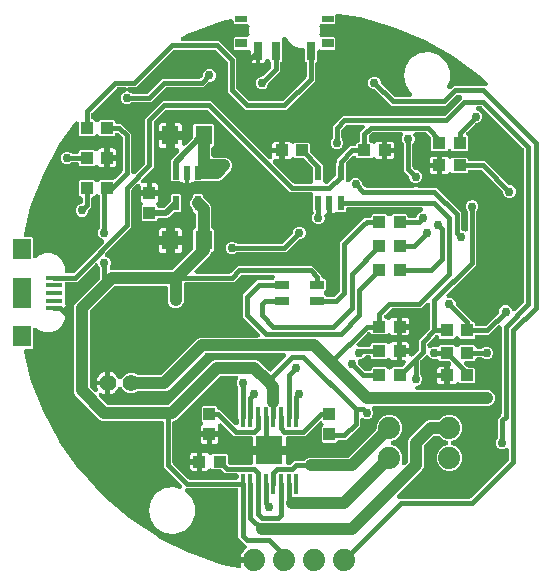
<source format=gbr>
G04 EAGLE Gerber RS-274X export*
G75*
%MOMM*%
%FSLAX34Y34*%
%LPD*%
%INTop Copper*%
%IPPOS*%
%AMOC8*
5,1,8,0,0,1.08239X$1,22.5*%
G01*
%ADD10R,1.000000X1.100000*%
%ADD11R,1.100000X1.000000*%
%ADD12C,1.422400*%
%ADD13R,1.200000X0.700000*%
%ADD14R,1.450000X0.400000*%
%ADD15R,1.500000X1.800000*%
%ADD16R,1.500000X2.500000*%
%ADD17C,1.879600*%
%ADD18R,0.700000X1.500000*%
%ADD19R,1.000000X0.600000*%
%ADD20R,1.000000X0.800000*%
%ADD21R,0.550000X1.200000*%
%ADD22R,0.355600X1.676400*%
%ADD23R,2.310000X2.460000*%
%ADD24R,1.400000X1.600000*%
%ADD25C,0.756400*%
%ADD26C,0.406400*%
%ADD27C,1.016000*%
%ADD28C,0.508000*%

G36*
X270112Y250559D02*
X270112Y250559D01*
X270139Y250557D01*
X270313Y250579D01*
X270486Y250597D01*
X270511Y250604D01*
X270538Y250608D01*
X270704Y250663D01*
X270871Y250715D01*
X270894Y250728D01*
X270920Y250736D01*
X271071Y250823D01*
X271225Y250907D01*
X271245Y250924D01*
X271269Y250937D01*
X271522Y251152D01*
X275248Y254878D01*
X275265Y254899D01*
X275286Y254917D01*
X275393Y255054D01*
X275503Y255190D01*
X275516Y255213D01*
X275532Y255235D01*
X275610Y255392D01*
X275692Y255546D01*
X275700Y255571D01*
X275712Y255595D01*
X275757Y255765D01*
X275807Y255931D01*
X275809Y255958D01*
X275816Y255984D01*
X275843Y256315D01*
X275843Y296748D01*
X296596Y317501D01*
X300444Y317501D01*
X300462Y317503D01*
X300480Y317501D01*
X300662Y317522D01*
X300845Y317541D01*
X300862Y317546D01*
X300879Y317548D01*
X301054Y317605D01*
X301230Y317659D01*
X301245Y317667D01*
X301262Y317673D01*
X301422Y317763D01*
X301584Y317851D01*
X301597Y317862D01*
X301613Y317871D01*
X301752Y317991D01*
X301893Y318108D01*
X301904Y318122D01*
X301918Y318134D01*
X302030Y318279D01*
X302145Y318422D01*
X302153Y318438D01*
X302164Y318452D01*
X302246Y318617D01*
X302331Y318779D01*
X302336Y318796D01*
X302344Y318812D01*
X302391Y318991D01*
X302442Y319166D01*
X302444Y319184D01*
X302448Y319201D01*
X302475Y319532D01*
X302475Y320076D01*
X303368Y320969D01*
X314632Y320969D01*
X316064Y319537D01*
X316077Y319525D01*
X316089Y319512D01*
X316233Y319398D01*
X316375Y319282D01*
X316391Y319273D01*
X316405Y319262D01*
X316569Y319179D01*
X316731Y319093D01*
X316748Y319088D01*
X316764Y319080D01*
X316941Y319030D01*
X317117Y318978D01*
X317135Y318977D01*
X317152Y318972D01*
X317335Y318958D01*
X317518Y318942D01*
X317536Y318944D01*
X317553Y318942D01*
X317735Y318965D01*
X317918Y318985D01*
X317935Y318991D01*
X317953Y318993D01*
X318126Y319051D01*
X318302Y319107D01*
X318318Y319115D01*
X318334Y319121D01*
X318493Y319212D01*
X318654Y319301D01*
X318668Y319313D01*
X318683Y319322D01*
X318936Y319537D01*
X320368Y320969D01*
X331632Y320969D01*
X332525Y320076D01*
X332525Y319532D01*
X332527Y319514D01*
X332525Y319496D01*
X332546Y319314D01*
X332565Y319131D01*
X332570Y319114D01*
X332572Y319097D01*
X332629Y318922D01*
X332683Y318746D01*
X332691Y318731D01*
X332697Y318714D01*
X332787Y318554D01*
X332875Y318392D01*
X332886Y318379D01*
X332895Y318363D01*
X333015Y318224D01*
X333132Y318083D01*
X333146Y318072D01*
X333158Y318058D01*
X333303Y317946D01*
X333446Y317831D01*
X333462Y317823D01*
X333476Y317812D01*
X333641Y317730D01*
X333803Y317645D01*
X333820Y317640D01*
X333836Y317632D01*
X334015Y317585D01*
X334190Y317534D01*
X334208Y317532D01*
X334225Y317528D01*
X334556Y317501D01*
X338974Y317501D01*
X338996Y317503D01*
X339019Y317501D01*
X339196Y317523D01*
X339375Y317541D01*
X339396Y317547D01*
X339418Y317550D01*
X339588Y317606D01*
X339760Y317659D01*
X339779Y317669D01*
X339800Y317676D01*
X339956Y317765D01*
X340114Y317851D01*
X340131Y317865D01*
X340150Y317876D01*
X340285Y317993D01*
X340423Y318108D01*
X340437Y318126D01*
X340454Y318140D01*
X340563Y318282D01*
X340675Y318422D01*
X340686Y318442D01*
X340699Y318460D01*
X340851Y318755D01*
X341576Y320506D01*
X343069Y321999D01*
X344847Y322735D01*
X344851Y322737D01*
X344855Y322739D01*
X345028Y322832D01*
X345202Y322926D01*
X345206Y322928D01*
X345209Y322931D01*
X345358Y323055D01*
X345512Y323182D01*
X345515Y323185D01*
X345519Y323188D01*
X345641Y323341D01*
X345766Y323495D01*
X345768Y323499D01*
X345771Y323502D01*
X345861Y323675D01*
X345953Y323851D01*
X345954Y323855D01*
X345957Y323859D01*
X346010Y324047D01*
X346066Y324238D01*
X346067Y324242D01*
X346068Y324246D01*
X346084Y324444D01*
X346101Y324639D01*
X346100Y324643D01*
X346101Y324648D01*
X346078Y324838D01*
X346056Y325039D01*
X346054Y325043D01*
X346054Y325047D01*
X345993Y325233D01*
X345933Y325422D01*
X345930Y325426D01*
X345929Y325430D01*
X345832Y325603D01*
X345736Y325774D01*
X345733Y325777D01*
X345731Y325781D01*
X345603Y325930D01*
X345474Y326079D01*
X345471Y326082D01*
X345468Y326086D01*
X345313Y326206D01*
X345157Y326328D01*
X345153Y326330D01*
X345150Y326332D01*
X344972Y326421D01*
X344798Y326508D01*
X344793Y326510D01*
X344789Y326512D01*
X344597Y326563D01*
X344409Y326615D01*
X344405Y326615D01*
X344401Y326616D01*
X344070Y326643D01*
X282506Y326643D01*
X282488Y326641D01*
X282470Y326643D01*
X282288Y326622D01*
X282105Y326603D01*
X282088Y326598D01*
X282071Y326596D01*
X281896Y326539D01*
X281720Y326485D01*
X281705Y326477D01*
X281688Y326471D01*
X281528Y326381D01*
X281366Y326293D01*
X281353Y326282D01*
X281337Y326273D01*
X281198Y326153D01*
X281057Y326036D01*
X281046Y326022D01*
X281032Y326010D01*
X280920Y325865D01*
X280805Y325722D01*
X280797Y325706D01*
X280786Y325692D01*
X280704Y325527D01*
X280619Y325365D01*
X280614Y325348D01*
X280606Y325332D01*
X280559Y325153D01*
X280508Y324978D01*
X280506Y324960D01*
X280502Y324943D01*
X280475Y324612D01*
X280475Y323267D01*
X279582Y322374D01*
X272360Y322374D01*
X272333Y322372D01*
X272306Y322374D01*
X272133Y322352D01*
X271959Y322334D01*
X271934Y322327D01*
X271907Y322323D01*
X271741Y322268D01*
X271574Y322216D01*
X271551Y322203D01*
X271525Y322195D01*
X271374Y322108D01*
X271220Y322024D01*
X271200Y322007D01*
X271176Y321994D01*
X271058Y321894D01*
X270431Y321531D01*
X269785Y321358D01*
X268731Y321358D01*
X268731Y329899D01*
X268730Y329916D01*
X268731Y329934D01*
X268710Y330117D01*
X268691Y330299D01*
X268686Y330316D01*
X268684Y330334D01*
X268627Y330509D01*
X268573Y330684D01*
X268565Y330700D01*
X268559Y330717D01*
X268469Y330877D01*
X268382Y331038D01*
X268370Y331052D01*
X268361Y331067D01*
X268241Y331207D01*
X268124Y331347D01*
X268110Y331359D01*
X268098Y331372D01*
X267953Y331485D01*
X267810Y331600D01*
X267794Y331608D01*
X267780Y331619D01*
X267615Y331701D01*
X267453Y331785D01*
X267436Y331790D01*
X267420Y331798D01*
X267242Y331846D01*
X267066Y331897D01*
X267048Y331898D01*
X267031Y331903D01*
X266700Y331930D01*
X266682Y331928D01*
X266665Y331930D01*
X266664Y331930D01*
X266482Y331908D01*
X266299Y331890D01*
X266282Y331885D01*
X266264Y331883D01*
X266090Y331826D01*
X265914Y331772D01*
X265899Y331763D01*
X265882Y331758D01*
X265721Y331667D01*
X265560Y331580D01*
X265547Y331569D01*
X265531Y331560D01*
X265392Y331440D01*
X265251Y331322D01*
X265240Y331308D01*
X265226Y331297D01*
X265114Y331152D01*
X264999Y331009D01*
X264990Y330993D01*
X264980Y330979D01*
X264897Y330814D01*
X264813Y330651D01*
X264808Y330634D01*
X264800Y330618D01*
X264752Y330440D01*
X264702Y330264D01*
X264700Y330247D01*
X264696Y330229D01*
X264669Y329899D01*
X264669Y321358D01*
X264361Y321358D01*
X264347Y321357D01*
X264334Y321358D01*
X264147Y321337D01*
X263960Y321318D01*
X263947Y321314D01*
X263934Y321313D01*
X263755Y321255D01*
X263575Y321200D01*
X263563Y321194D01*
X263551Y321190D01*
X263386Y321098D01*
X263221Y321008D01*
X263211Y321000D01*
X263199Y320993D01*
X263056Y320870D01*
X262912Y320751D01*
X262904Y320740D01*
X262893Y320732D01*
X262777Y320583D01*
X262660Y320437D01*
X262653Y320425D01*
X262645Y320414D01*
X262561Y320246D01*
X262474Y320080D01*
X262470Y320067D01*
X262464Y320055D01*
X262415Y319874D01*
X262363Y319693D01*
X262362Y319679D01*
X262358Y319666D01*
X262345Y319480D01*
X262330Y319291D01*
X262331Y319278D01*
X262331Y319265D01*
X262355Y319079D01*
X262377Y318892D01*
X262381Y318879D01*
X262383Y318866D01*
X262482Y318557D01*
X262482Y316444D01*
X261674Y314494D01*
X260181Y313001D01*
X258231Y312193D01*
X256119Y312193D01*
X254169Y313001D01*
X252676Y314494D01*
X251868Y316444D01*
X251868Y318556D01*
X252676Y320506D01*
X252745Y320575D01*
X252756Y320589D01*
X252770Y320600D01*
X252884Y320744D01*
X253000Y320886D01*
X253009Y320902D01*
X253020Y320916D01*
X253103Y321081D01*
X253189Y321242D01*
X253194Y321259D01*
X253202Y321275D01*
X253251Y321453D01*
X253304Y321628D01*
X253305Y321646D01*
X253310Y321663D01*
X253323Y321846D01*
X253340Y322029D01*
X253338Y322047D01*
X253339Y322065D01*
X253317Y322245D01*
X253297Y322429D01*
X253291Y322446D01*
X253289Y322464D01*
X253231Y322637D01*
X253175Y322813D01*
X253166Y322829D01*
X253161Y322846D01*
X253069Y323005D01*
X252980Y323166D01*
X252969Y323179D01*
X252960Y323195D01*
X252925Y323235D01*
X252925Y337312D01*
X252923Y337330D01*
X252925Y337348D01*
X252904Y337530D01*
X252885Y337713D01*
X252880Y337730D01*
X252878Y337747D01*
X252821Y337922D01*
X252767Y338098D01*
X252759Y338113D01*
X252753Y338130D01*
X252663Y338290D01*
X252575Y338452D01*
X252564Y338465D01*
X252555Y338481D01*
X252435Y338620D01*
X252318Y338761D01*
X252304Y338772D01*
X252292Y338786D01*
X252147Y338898D01*
X252004Y339013D01*
X251988Y339021D01*
X251974Y339032D01*
X251809Y339114D01*
X251647Y339199D01*
X251630Y339204D01*
X251614Y339212D01*
X251435Y339259D01*
X251260Y339310D01*
X251242Y339312D01*
X251225Y339316D01*
X250894Y339343D01*
X233477Y339343D01*
X164222Y408598D01*
X164201Y408615D01*
X164183Y408636D01*
X164046Y408743D01*
X163910Y408853D01*
X163887Y408866D01*
X163865Y408882D01*
X163708Y408960D01*
X163554Y409042D01*
X163529Y409050D01*
X163505Y409062D01*
X163335Y409107D01*
X163169Y409157D01*
X163142Y409159D01*
X163116Y409166D01*
X162785Y409193D01*
X129315Y409193D01*
X129288Y409191D01*
X129261Y409193D01*
X129087Y409171D01*
X128914Y409153D01*
X128889Y409146D01*
X128862Y409142D01*
X128696Y409087D01*
X128529Y409035D01*
X128506Y409022D01*
X128480Y409014D01*
X128328Y408927D01*
X128175Y408843D01*
X128155Y408826D01*
X128131Y408813D01*
X127878Y408598D01*
X118452Y399172D01*
X118435Y399151D01*
X118414Y399133D01*
X118307Y398996D01*
X118197Y398860D01*
X118184Y398837D01*
X118168Y398815D01*
X118090Y398658D01*
X118008Y398504D01*
X118000Y398479D01*
X117988Y398455D01*
X117943Y398285D01*
X117893Y398119D01*
X117891Y398092D01*
X117884Y398066D01*
X117857Y397735D01*
X117857Y360477D01*
X115178Y357798D01*
X107588Y350208D01*
X107583Y350201D01*
X107576Y350196D01*
X107455Y350046D01*
X107333Y349897D01*
X107329Y349889D01*
X107323Y349882D01*
X107235Y349712D01*
X107145Y349541D01*
X107142Y349532D01*
X107138Y349525D01*
X107085Y349340D01*
X107030Y349155D01*
X107029Y349146D01*
X107027Y349138D01*
X107011Y348946D01*
X106993Y348754D01*
X106994Y348745D01*
X106994Y348736D01*
X107016Y348547D01*
X107037Y348354D01*
X107040Y348345D01*
X107041Y348337D01*
X107100Y348155D01*
X107158Y347970D01*
X107163Y347962D01*
X107165Y347954D01*
X107260Y347785D01*
X107353Y347618D01*
X107359Y347611D01*
X107363Y347603D01*
X107489Y347457D01*
X107614Y347311D01*
X107621Y347305D01*
X107626Y347298D01*
X107778Y347181D01*
X107930Y347061D01*
X107938Y347057D01*
X107945Y347052D01*
X108117Y346966D01*
X108288Y346879D01*
X108297Y346876D01*
X108305Y346872D01*
X108492Y346822D01*
X108676Y346771D01*
X108685Y346770D01*
X108694Y346768D01*
X109025Y346741D01*
X111801Y346741D01*
X111801Y341199D01*
X106759Y341199D01*
X106759Y344475D01*
X106758Y344484D01*
X106759Y344493D01*
X106738Y344685D01*
X106719Y344876D01*
X106717Y344885D01*
X106716Y344893D01*
X106658Y345075D01*
X106601Y345261D01*
X106597Y345269D01*
X106594Y345277D01*
X106502Y345444D01*
X106410Y345615D01*
X106404Y345622D01*
X106399Y345630D01*
X106276Y345776D01*
X106152Y345924D01*
X106145Y345930D01*
X106139Y345937D01*
X105988Y346056D01*
X105838Y346177D01*
X105830Y346181D01*
X105823Y346186D01*
X105650Y346274D01*
X105481Y346362D01*
X105472Y346365D01*
X105464Y346369D01*
X105278Y346420D01*
X105094Y346473D01*
X105085Y346474D01*
X105076Y346477D01*
X104884Y346491D01*
X104692Y346506D01*
X104684Y346505D01*
X104675Y346506D01*
X104482Y346482D01*
X104293Y346459D01*
X104284Y346457D01*
X104275Y346456D01*
X104092Y346394D01*
X103910Y346335D01*
X103902Y346330D01*
X103894Y346327D01*
X103726Y346231D01*
X103559Y346137D01*
X103552Y346131D01*
X103545Y346126D01*
X103292Y345912D01*
X99402Y342022D01*
X99385Y342001D01*
X99364Y341983D01*
X99258Y341846D01*
X99147Y341710D01*
X99134Y341686D01*
X99118Y341665D01*
X99040Y341509D01*
X98958Y341354D01*
X98950Y341329D01*
X98938Y341305D01*
X98893Y341136D01*
X98843Y340969D01*
X98841Y340942D01*
X98834Y340916D01*
X98807Y340585D01*
X98807Y309677D01*
X76988Y287858D01*
X76979Y287847D01*
X76969Y287839D01*
X76852Y287692D01*
X76733Y287546D01*
X76726Y287534D01*
X76718Y287524D01*
X76631Y287355D01*
X76544Y287190D01*
X76540Y287178D01*
X76534Y287166D01*
X76483Y286984D01*
X76429Y286805D01*
X76428Y286791D01*
X76424Y286778D01*
X76410Y286593D01*
X76393Y286404D01*
X76394Y286390D01*
X76393Y286377D01*
X76416Y286192D01*
X76436Y286003D01*
X76440Y285990D01*
X76442Y285977D01*
X76501Y285800D01*
X76558Y285619D01*
X76564Y285608D01*
X76568Y285595D01*
X76661Y285432D01*
X76753Y285267D01*
X76761Y285257D01*
X76768Y285245D01*
X76891Y285104D01*
X77013Y284960D01*
X77024Y284952D01*
X77032Y284942D01*
X77181Y284827D01*
X77329Y284711D01*
X77341Y284705D01*
X77352Y284696D01*
X77647Y284545D01*
X79206Y283899D01*
X80699Y282406D01*
X81507Y280456D01*
X81507Y278344D01*
X80583Y276113D01*
X80579Y276100D01*
X80573Y276089D01*
X80521Y275909D01*
X80466Y275728D01*
X80465Y275715D01*
X80461Y275702D01*
X80446Y275514D01*
X80428Y275327D01*
X80429Y275314D01*
X80428Y275300D01*
X80450Y275114D01*
X80470Y274927D01*
X80474Y274914D01*
X80475Y274901D01*
X80533Y274722D01*
X80589Y274542D01*
X80596Y274531D01*
X80600Y274518D01*
X80693Y274353D01*
X80783Y274189D01*
X80791Y274179D01*
X80798Y274167D01*
X80921Y274025D01*
X81042Y273881D01*
X81052Y273873D01*
X81061Y273862D01*
X81209Y273748D01*
X81357Y273630D01*
X81369Y273624D01*
X81379Y273616D01*
X81547Y273532D01*
X81715Y273446D01*
X81728Y273442D01*
X81740Y273436D01*
X81922Y273387D01*
X82102Y273336D01*
X82115Y273335D01*
X82128Y273332D01*
X82459Y273305D01*
X132948Y273305D01*
X132974Y273307D01*
X133001Y273305D01*
X133175Y273327D01*
X133348Y273345D01*
X133374Y273352D01*
X133401Y273356D01*
X133566Y273411D01*
X133733Y273463D01*
X133757Y273476D01*
X133782Y273484D01*
X133934Y273571D01*
X134087Y273655D01*
X134108Y273672D01*
X134131Y273685D01*
X134384Y273900D01*
X150930Y290446D01*
X150947Y290467D01*
X150968Y290484D01*
X151075Y290622D01*
X151185Y290757D01*
X151198Y290781D01*
X151214Y290802D01*
X151292Y290959D01*
X151374Y291113D01*
X151382Y291139D01*
X151394Y291163D01*
X151439Y291332D01*
X151489Y291499D01*
X151491Y291526D01*
X151498Y291551D01*
X151525Y291882D01*
X151525Y307082D01*
X152850Y308407D01*
X152867Y308427D01*
X152888Y308445D01*
X152995Y308583D01*
X153105Y308718D01*
X153118Y308742D01*
X153134Y308763D01*
X153212Y308920D01*
X153294Y309074D01*
X153302Y309099D01*
X153314Y309123D01*
X153359Y309293D01*
X153409Y309460D01*
X153411Y309486D01*
X153418Y309512D01*
X153445Y309843D01*
X153445Y320343D01*
X153443Y320361D01*
X153445Y320379D01*
X153424Y320561D01*
X153405Y320744D01*
X153400Y320761D01*
X153398Y320778D01*
X153341Y320953D01*
X153287Y321129D01*
X153279Y321144D01*
X153273Y321161D01*
X153183Y321321D01*
X153095Y321483D01*
X153084Y321496D01*
X153075Y321512D01*
X152955Y321651D01*
X152838Y321792D01*
X152824Y321803D01*
X152812Y321817D01*
X152667Y321929D01*
X152524Y322044D01*
X152508Y322052D01*
X152494Y322063D01*
X152465Y322078D01*
X151275Y323267D01*
X151275Y323992D01*
X151273Y324018D01*
X151275Y324045D01*
X151253Y324219D01*
X151235Y324392D01*
X151228Y324418D01*
X151224Y324445D01*
X151169Y324610D01*
X151117Y324777D01*
X151104Y324801D01*
X151096Y324826D01*
X151009Y324978D01*
X150925Y325131D01*
X150908Y325152D01*
X150895Y325175D01*
X150680Y325428D01*
X149951Y326158D01*
X148945Y328585D01*
X148945Y331213D01*
X149951Y333640D01*
X150680Y334370D01*
X150697Y334391D01*
X150718Y334408D01*
X150825Y334546D01*
X150935Y334681D01*
X150948Y334705D01*
X150964Y334726D01*
X151042Y334883D01*
X151124Y335037D01*
X151132Y335063D01*
X151144Y335087D01*
X151189Y335256D01*
X151239Y335423D01*
X151241Y335450D01*
X151248Y335475D01*
X151275Y335806D01*
X151275Y336531D01*
X152168Y337424D01*
X158932Y337424D01*
X159825Y336531D01*
X159825Y335806D01*
X159826Y335794D01*
X159825Y335783D01*
X159827Y335769D01*
X159825Y335753D01*
X159847Y335579D01*
X159865Y335406D01*
X159872Y335380D01*
X159876Y335353D01*
X159931Y335188D01*
X159983Y335021D01*
X159996Y334997D01*
X160004Y334972D01*
X160091Y334820D01*
X160175Y334667D01*
X160192Y334646D01*
X160205Y334623D01*
X160420Y334370D01*
X165649Y329140D01*
X166655Y326713D01*
X166655Y309843D01*
X166657Y309816D01*
X166655Y309790D01*
X166677Y309616D01*
X166695Y309442D01*
X166702Y309417D01*
X166706Y309390D01*
X166761Y309225D01*
X166813Y309057D01*
X166826Y309034D01*
X166834Y309009D01*
X166921Y308857D01*
X167005Y308703D01*
X167022Y308683D01*
X167035Y308660D01*
X167250Y308407D01*
X168575Y307082D01*
X168575Y289818D01*
X167644Y288888D01*
X167617Y288885D01*
X167596Y288879D01*
X167574Y288876D01*
X167404Y288820D01*
X167232Y288767D01*
X167213Y288757D01*
X167191Y288750D01*
X167036Y288661D01*
X166878Y288575D01*
X166861Y288561D01*
X166842Y288550D01*
X166706Y288432D01*
X166569Y288318D01*
X166555Y288300D01*
X166538Y288286D01*
X166429Y288144D01*
X166317Y288004D01*
X166306Y287984D01*
X166293Y287966D01*
X166141Y287671D01*
X165649Y286484D01*
X163506Y284340D01*
X152890Y273724D01*
X152884Y273717D01*
X152877Y273712D01*
X152757Y273562D01*
X152635Y273413D01*
X152631Y273405D01*
X152625Y273398D01*
X152536Y273228D01*
X152446Y273057D01*
X152444Y273048D01*
X152439Y273041D01*
X152386Y272856D01*
X152331Y272671D01*
X152330Y272662D01*
X152328Y272654D01*
X152312Y272462D01*
X152295Y272270D01*
X152296Y272261D01*
X152295Y272252D01*
X152317Y272063D01*
X152338Y271870D01*
X152341Y271861D01*
X152342Y271853D01*
X152401Y271671D01*
X152460Y271486D01*
X152464Y271478D01*
X152467Y271470D01*
X152562Y271301D01*
X152655Y271134D01*
X152660Y271127D01*
X152665Y271119D01*
X152791Y270973D01*
X152915Y270827D01*
X152922Y270821D01*
X152928Y270814D01*
X153079Y270697D01*
X153231Y270577D01*
X153239Y270573D01*
X153246Y270568D01*
X153418Y270482D01*
X153590Y270395D01*
X153599Y270392D01*
X153607Y270388D01*
X153793Y270338D01*
X153978Y270287D01*
X153987Y270286D01*
X153995Y270284D01*
X154326Y270257D01*
X181835Y270257D01*
X181862Y270259D01*
X181889Y270257D01*
X182063Y270279D01*
X182236Y270297D01*
X182261Y270304D01*
X182288Y270308D01*
X182454Y270363D01*
X182621Y270415D01*
X182644Y270428D01*
X182670Y270436D01*
X182821Y270523D01*
X182975Y270607D01*
X182995Y270624D01*
X183019Y270637D01*
X183272Y270852D01*
X189027Y276607D01*
X252298Y276607D01*
X259857Y269048D01*
X259857Y268056D01*
X259859Y268038D01*
X259857Y268020D01*
X259878Y267838D01*
X259897Y267655D01*
X259902Y267638D01*
X259904Y267621D01*
X259961Y267446D01*
X260015Y267270D01*
X260023Y267255D01*
X260029Y267238D01*
X260119Y267078D01*
X260207Y266916D01*
X260218Y266903D01*
X260227Y266887D01*
X260347Y266748D01*
X260464Y266607D01*
X260478Y266596D01*
X260490Y266582D01*
X260635Y266470D01*
X260778Y266355D01*
X260794Y266347D01*
X260808Y266336D01*
X260973Y266254D01*
X261135Y266169D01*
X261152Y266164D01*
X261168Y266156D01*
X261347Y266109D01*
X261522Y266058D01*
X261540Y266056D01*
X261557Y266052D01*
X261888Y266025D01*
X262932Y266025D01*
X263825Y265132D01*
X263825Y256868D01*
X262393Y255436D01*
X262381Y255422D01*
X262368Y255411D01*
X262254Y255267D01*
X262138Y255125D01*
X262129Y255109D01*
X262118Y255095D01*
X262035Y254931D01*
X261949Y254769D01*
X261944Y254752D01*
X261936Y254736D01*
X261886Y254559D01*
X261834Y254383D01*
X261833Y254365D01*
X261828Y254348D01*
X261814Y254165D01*
X261798Y253982D01*
X261800Y253964D01*
X261798Y253947D01*
X261821Y253765D01*
X261841Y253582D01*
X261847Y253565D01*
X261849Y253547D01*
X261907Y253374D01*
X261963Y253198D01*
X261971Y253182D01*
X261977Y253166D01*
X262069Y253006D01*
X262157Y252846D01*
X262169Y252832D01*
X262178Y252817D01*
X262393Y252564D01*
X263805Y251152D01*
X263825Y251135D01*
X263843Y251114D01*
X263981Y251007D01*
X264116Y250897D01*
X264140Y250884D01*
X264161Y250868D01*
X264318Y250790D01*
X264472Y250708D01*
X264497Y250700D01*
X264521Y250688D01*
X264691Y250643D01*
X264858Y250593D01*
X264884Y250591D01*
X264910Y250584D01*
X265241Y250557D01*
X270085Y250557D01*
X270112Y250559D01*
G37*
G36*
X250912Y346459D02*
X250912Y346459D01*
X250930Y346457D01*
X251112Y346478D01*
X251295Y346497D01*
X251312Y346502D01*
X251329Y346504D01*
X251504Y346561D01*
X251680Y346615D01*
X251695Y346623D01*
X251712Y346629D01*
X251872Y346719D01*
X252034Y346807D01*
X252047Y346818D01*
X252063Y346827D01*
X252202Y346947D01*
X252343Y347064D01*
X252354Y347078D01*
X252368Y347090D01*
X252480Y347235D01*
X252595Y347378D01*
X252603Y347394D01*
X252614Y347408D01*
X252696Y347573D01*
X252781Y347735D01*
X252786Y347752D01*
X252794Y347768D01*
X252841Y347947D01*
X252892Y348122D01*
X252894Y348140D01*
X252898Y348157D01*
X252925Y348488D01*
X252925Y359303D01*
X252923Y359330D01*
X252925Y359357D01*
X252903Y359531D01*
X252885Y359704D01*
X252878Y359729D01*
X252874Y359756D01*
X252819Y359922D01*
X252767Y360089D01*
X252754Y360112D01*
X252746Y360138D01*
X252659Y360289D01*
X252575Y360443D01*
X252558Y360463D01*
X252545Y360487D01*
X252330Y360740D01*
X245540Y367530D01*
X245519Y367547D01*
X245501Y367568D01*
X245364Y367675D01*
X245228Y367785D01*
X245205Y367798D01*
X245183Y367814D01*
X245026Y367892D01*
X244872Y367974D01*
X244847Y367982D01*
X244823Y367994D01*
X244653Y368039D01*
X244487Y368089D01*
X244460Y368091D01*
X244434Y368098D01*
X244103Y368125D01*
X237318Y368125D01*
X237089Y368355D01*
X237025Y368407D01*
X236968Y368467D01*
X236869Y368535D01*
X236777Y368610D01*
X236704Y368649D01*
X236636Y368696D01*
X236527Y368743D01*
X236422Y368799D01*
X236342Y368822D01*
X236267Y368855D01*
X236150Y368880D01*
X236036Y368914D01*
X235953Y368921D01*
X235873Y368938D01*
X235753Y368939D01*
X235635Y368950D01*
X235553Y368941D01*
X235470Y368942D01*
X235353Y368919D01*
X235234Y368907D01*
X235156Y368882D01*
X235075Y368866D01*
X234964Y368821D01*
X234851Y368785D01*
X234778Y368745D01*
X234702Y368714D01*
X234603Y368648D01*
X234498Y368590D01*
X234435Y368537D01*
X234367Y368491D01*
X234282Y368407D01*
X234191Y368330D01*
X234140Y368265D01*
X234082Y368207D01*
X234041Y368148D01*
X233510Y367617D01*
X232931Y367282D01*
X232285Y367109D01*
X228949Y367109D01*
X228949Y374182D01*
X228947Y374200D01*
X228949Y374217D01*
X228928Y374399D01*
X228909Y374582D01*
X228904Y374599D01*
X228902Y374617D01*
X228889Y374658D01*
X228916Y374752D01*
X228918Y374770D01*
X228922Y374787D01*
X228949Y375118D01*
X228949Y382191D01*
X232285Y382191D01*
X232931Y382018D01*
X233510Y381683D01*
X234061Y381133D01*
X234128Y381039D01*
X234188Y380983D01*
X234241Y380920D01*
X234335Y380846D01*
X234422Y380765D01*
X234493Y380722D01*
X234557Y380670D01*
X234664Y380616D01*
X234765Y380554D01*
X234843Y380525D01*
X234916Y380488D01*
X235031Y380456D01*
X235143Y380415D01*
X235225Y380402D01*
X235304Y380380D01*
X235423Y380371D01*
X235541Y380353D01*
X235623Y380357D01*
X235706Y380351D01*
X235824Y380366D01*
X235943Y380371D01*
X236023Y380391D01*
X236105Y380401D01*
X236218Y380439D01*
X236334Y380468D01*
X236409Y380503D01*
X236487Y380529D01*
X236590Y380589D01*
X236698Y380640D01*
X236764Y380689D01*
X236836Y380730D01*
X236952Y380829D01*
X237021Y380880D01*
X237048Y380911D01*
X237089Y380945D01*
X237318Y381175D01*
X249582Y381175D01*
X250475Y380282D01*
X250475Y373497D01*
X250477Y373470D01*
X250475Y373443D01*
X250497Y373269D01*
X250515Y373096D01*
X250522Y373071D01*
X250526Y373044D01*
X250581Y372878D01*
X250633Y372711D01*
X250646Y372688D01*
X250654Y372662D01*
X250741Y372511D01*
X250825Y372357D01*
X250842Y372337D01*
X250855Y372313D01*
X251070Y372060D01*
X259109Y364021D01*
X259130Y364004D01*
X259148Y363983D01*
X259285Y363876D01*
X259421Y363766D01*
X259444Y363753D01*
X259466Y363737D01*
X259623Y363659D01*
X259777Y363577D01*
X259802Y363569D01*
X259826Y363557D01*
X259996Y363512D01*
X260162Y363462D01*
X260189Y363460D01*
X260215Y363453D01*
X260546Y363426D01*
X260582Y363426D01*
X261475Y362533D01*
X261475Y348488D01*
X261477Y348470D01*
X261475Y348452D01*
X261496Y348270D01*
X261515Y348087D01*
X261520Y348070D01*
X261522Y348053D01*
X261579Y347878D01*
X261633Y347702D01*
X261641Y347687D01*
X261647Y347670D01*
X261737Y347510D01*
X261825Y347348D01*
X261836Y347335D01*
X261845Y347319D01*
X261965Y347180D01*
X262082Y347039D01*
X262096Y347028D01*
X262108Y347014D01*
X262253Y346902D01*
X262396Y346787D01*
X262412Y346779D01*
X262426Y346768D01*
X262591Y346686D01*
X262753Y346601D01*
X262770Y346596D01*
X262786Y346588D01*
X262965Y346541D01*
X263140Y346490D01*
X263158Y346488D01*
X263175Y346484D01*
X263506Y346457D01*
X264385Y346457D01*
X264412Y346459D01*
X264439Y346457D01*
X264613Y346479D01*
X264786Y346497D01*
X264811Y346504D01*
X264838Y346508D01*
X265004Y346563D01*
X265171Y346615D01*
X265194Y346628D01*
X265220Y346636D01*
X265371Y346723D01*
X265525Y346807D01*
X265545Y346824D01*
X265569Y346837D01*
X265822Y347052D01*
X271330Y352560D01*
X271347Y352581D01*
X271368Y352599D01*
X271475Y352736D01*
X271585Y352872D01*
X271598Y352895D01*
X271614Y352917D01*
X271692Y353074D01*
X271774Y353228D01*
X271782Y353253D01*
X271794Y353277D01*
X271839Y353447D01*
X271889Y353613D01*
X271891Y353640D01*
X271898Y353666D01*
X271925Y353997D01*
X271925Y362533D01*
X272048Y362656D01*
X272065Y362676D01*
X272086Y362694D01*
X272192Y362831D01*
X272303Y362967D01*
X272316Y362991D01*
X272332Y363012D01*
X272410Y363168D01*
X272492Y363323D01*
X272500Y363348D01*
X272512Y363372D01*
X272557Y363541D01*
X272607Y363709D01*
X272609Y363735D01*
X272616Y363761D01*
X272643Y364092D01*
X272643Y366573D01*
X284277Y378207D01*
X287244Y378207D01*
X287262Y378209D01*
X287280Y378207D01*
X287462Y378228D01*
X287645Y378247D01*
X287662Y378252D01*
X287679Y378254D01*
X287854Y378311D01*
X288030Y378365D01*
X288045Y378373D01*
X288062Y378379D01*
X288222Y378469D01*
X288384Y378557D01*
X288397Y378568D01*
X288413Y378577D01*
X288552Y378697D01*
X288693Y378814D01*
X288704Y378828D01*
X288718Y378840D01*
X288830Y378985D01*
X288945Y379128D01*
X288953Y379144D01*
X288964Y379158D01*
X289046Y379323D01*
X289131Y379485D01*
X289136Y379502D01*
X289144Y379518D01*
X289191Y379697D01*
X289242Y379872D01*
X289244Y379890D01*
X289248Y379907D01*
X289275Y380238D01*
X289275Y380282D01*
X290168Y381175D01*
X290712Y381175D01*
X290730Y381177D01*
X290748Y381175D01*
X290930Y381196D01*
X291113Y381215D01*
X291130Y381220D01*
X291147Y381222D01*
X291322Y381279D01*
X291498Y381333D01*
X291513Y381341D01*
X291530Y381347D01*
X291690Y381437D01*
X291852Y381525D01*
X291865Y381536D01*
X291881Y381545D01*
X292020Y381665D01*
X292161Y381782D01*
X292172Y381796D01*
X292186Y381808D01*
X292298Y381953D01*
X292413Y382096D01*
X292421Y382112D01*
X292432Y382126D01*
X292514Y382291D01*
X292599Y382453D01*
X292604Y382470D01*
X292612Y382486D01*
X292659Y382664D01*
X292710Y382840D01*
X292712Y382858D01*
X292716Y382875D01*
X292743Y383206D01*
X292743Y389848D01*
X295422Y392527D01*
X295921Y393026D01*
X295926Y393033D01*
X295933Y393038D01*
X296054Y393188D01*
X296176Y393337D01*
X296180Y393345D01*
X296186Y393352D01*
X296274Y393522D01*
X296364Y393693D01*
X296367Y393702D01*
X296371Y393709D01*
X296424Y393893D01*
X296479Y394079D01*
X296480Y394088D01*
X296482Y394096D01*
X296498Y394287D01*
X296516Y394480D01*
X296515Y394489D01*
X296515Y394498D01*
X296493Y394687D01*
X296472Y394880D01*
X296469Y394889D01*
X296468Y394897D01*
X296409Y395081D01*
X296351Y395264D01*
X296346Y395272D01*
X296344Y395280D01*
X296249Y395449D01*
X296156Y395616D01*
X296150Y395623D01*
X296146Y395631D01*
X296020Y395776D01*
X295895Y395923D01*
X295888Y395929D01*
X295883Y395936D01*
X295732Y396053D01*
X295580Y396173D01*
X295571Y396177D01*
X295564Y396182D01*
X295392Y396268D01*
X295221Y396355D01*
X295212Y396358D01*
X295204Y396362D01*
X295016Y396412D01*
X294833Y396463D01*
X294824Y396464D01*
X294815Y396466D01*
X294484Y396493D01*
X281715Y396493D01*
X281688Y396491D01*
X281661Y396493D01*
X281487Y396471D01*
X281314Y396453D01*
X281288Y396446D01*
X281262Y396442D01*
X281096Y396386D01*
X280929Y396335D01*
X280905Y396322D01*
X280880Y396314D01*
X280729Y396227D01*
X280575Y396143D01*
X280555Y396126D01*
X280531Y396113D01*
X280278Y395898D01*
X277202Y392822D01*
X277185Y392801D01*
X277164Y392783D01*
X277058Y392646D01*
X276947Y392510D01*
X276934Y392486D01*
X276918Y392465D01*
X276840Y392309D01*
X276758Y392154D01*
X276750Y392129D01*
X276738Y392105D01*
X276693Y391936D01*
X276643Y391769D01*
X276641Y391742D01*
X276634Y391716D01*
X276607Y391385D01*
X276607Y385790D01*
X276609Y385763D01*
X276607Y385736D01*
X276629Y385562D01*
X276647Y385389D01*
X276654Y385363D01*
X276658Y385337D01*
X276713Y385171D01*
X276765Y385004D01*
X276778Y384980D01*
X276786Y384955D01*
X276873Y384803D01*
X276957Y384650D01*
X276974Y384629D01*
X276987Y384606D01*
X277202Y384353D01*
X277549Y384006D01*
X278357Y382056D01*
X278357Y379944D01*
X277549Y377994D01*
X276056Y376501D01*
X274106Y375693D01*
X271994Y375693D01*
X270044Y376501D01*
X268551Y377994D01*
X267743Y379944D01*
X267743Y382056D01*
X268551Y384006D01*
X268898Y384353D01*
X268915Y384374D01*
X268936Y384391D01*
X269043Y384529D01*
X269153Y384665D01*
X269166Y384688D01*
X269182Y384709D01*
X269260Y384866D01*
X269342Y385020D01*
X269350Y385046D01*
X269362Y385070D01*
X269407Y385239D01*
X269457Y385406D01*
X269459Y385433D01*
X269466Y385459D01*
X269493Y385790D01*
X269493Y395173D01*
X275248Y400928D01*
X277927Y403607D01*
X362810Y403607D01*
X362837Y403609D01*
X362864Y403607D01*
X363038Y403629D01*
X363211Y403647D01*
X363236Y403654D01*
X363263Y403658D01*
X363429Y403713D01*
X363596Y403765D01*
X363619Y403778D01*
X363645Y403786D01*
X363796Y403873D01*
X363950Y403957D01*
X363970Y403974D01*
X363994Y403987D01*
X364247Y404202D01*
X376848Y416803D01*
X376849Y416804D01*
X378471Y418426D01*
X378476Y418433D01*
X378483Y418438D01*
X378604Y418589D01*
X378726Y418737D01*
X378730Y418745D01*
X378736Y418752D01*
X378824Y418922D01*
X378914Y419093D01*
X378917Y419102D01*
X378921Y419109D01*
X378974Y419294D01*
X379029Y419479D01*
X379030Y419488D01*
X379032Y419496D01*
X379048Y419687D01*
X379066Y419880D01*
X379065Y419889D01*
X379065Y419898D01*
X379043Y420087D01*
X379022Y420280D01*
X379019Y420289D01*
X379018Y420297D01*
X378959Y420479D01*
X378901Y420664D01*
X378896Y420672D01*
X378894Y420680D01*
X378799Y420847D01*
X378706Y421016D01*
X378700Y421023D01*
X378696Y421031D01*
X378571Y421176D01*
X378445Y421323D01*
X378438Y421329D01*
X378433Y421336D01*
X378282Y421452D01*
X378129Y421573D01*
X378121Y421577D01*
X378114Y421582D01*
X377943Y421668D01*
X377771Y421755D01*
X377762Y421758D01*
X377754Y421762D01*
X377568Y421812D01*
X377383Y421863D01*
X377374Y421864D01*
X377365Y421866D01*
X377034Y421893D01*
X375631Y421893D01*
X375604Y421891D01*
X375577Y421893D01*
X375403Y421871D01*
X375230Y421853D01*
X375205Y421846D01*
X375178Y421842D01*
X375012Y421787D01*
X374845Y421735D01*
X374822Y421722D01*
X374796Y421714D01*
X374645Y421627D01*
X374491Y421543D01*
X374471Y421526D01*
X374447Y421513D01*
X374194Y421298D01*
X365535Y412639D01*
X318931Y412639D01*
X305672Y425898D01*
X305651Y425915D01*
X305633Y425936D01*
X305496Y426043D01*
X305360Y426153D01*
X305337Y426166D01*
X305315Y426182D01*
X305158Y426260D01*
X305004Y426342D01*
X304979Y426350D01*
X304955Y426362D01*
X304785Y426407D01*
X304619Y426457D01*
X304592Y426459D01*
X304566Y426466D01*
X304235Y426493D01*
X303744Y426493D01*
X301794Y427301D01*
X300301Y428794D01*
X299493Y430744D01*
X299493Y432856D01*
X300301Y434806D01*
X301794Y436299D01*
X303744Y437107D01*
X305856Y437107D01*
X307806Y436299D01*
X309299Y434806D01*
X310107Y432856D01*
X310107Y432365D01*
X310109Y432338D01*
X310107Y432311D01*
X310129Y432137D01*
X310147Y431964D01*
X310154Y431939D01*
X310158Y431912D01*
X310213Y431746D01*
X310265Y431579D01*
X310278Y431556D01*
X310286Y431530D01*
X310373Y431379D01*
X310457Y431225D01*
X310474Y431205D01*
X310487Y431181D01*
X310702Y430928D01*
X321282Y420348D01*
X321303Y420331D01*
X321321Y420310D01*
X321458Y420203D01*
X321594Y420093D01*
X321617Y420080D01*
X321639Y420064D01*
X321796Y419986D01*
X321950Y419904D01*
X321975Y419896D01*
X321999Y419884D01*
X322169Y419839D01*
X322335Y419789D01*
X322362Y419787D01*
X322388Y419780D01*
X322719Y419753D01*
X334648Y419753D01*
X334722Y419760D01*
X334795Y419758D01*
X334921Y419780D01*
X335049Y419793D01*
X335119Y419814D01*
X335192Y419827D01*
X335311Y419873D01*
X335434Y419911D01*
X335499Y419946D01*
X335567Y419972D01*
X335675Y420042D01*
X335788Y420103D01*
X335844Y420149D01*
X335906Y420189D01*
X335999Y420278D01*
X336097Y420360D01*
X336143Y420418D01*
X336196Y420469D01*
X336269Y420574D01*
X336350Y420674D01*
X336383Y420739D01*
X336425Y420800D01*
X336476Y420918D01*
X336535Y421031D01*
X336555Y421102D01*
X336584Y421170D01*
X336611Y421295D01*
X336646Y421418D01*
X336652Y421492D01*
X336668Y421563D01*
X336669Y421692D01*
X336679Y421820D01*
X336671Y421893D01*
X336671Y421966D01*
X336647Y422092D01*
X336632Y422219D01*
X336610Y422289D01*
X336596Y422361D01*
X336547Y422480D01*
X336508Y422602D01*
X336471Y422666D01*
X336444Y422734D01*
X336373Y422841D01*
X336310Y422953D01*
X336262Y423008D01*
X336221Y423070D01*
X336130Y423160D01*
X336046Y423257D01*
X336025Y423274D01*
X331091Y430065D01*
X329373Y438150D01*
X331091Y446235D01*
X335949Y452922D01*
X343108Y457054D01*
X351328Y457918D01*
X359189Y455364D01*
X365331Y449834D01*
X368693Y442283D01*
X368693Y434017D01*
X366602Y429320D01*
X366592Y429291D01*
X366577Y429263D01*
X366528Y429099D01*
X366475Y428938D01*
X366471Y428907D01*
X366462Y428877D01*
X366447Y428707D01*
X366426Y428538D01*
X366429Y428507D01*
X366426Y428476D01*
X366444Y428307D01*
X366458Y428137D01*
X366466Y428107D01*
X366469Y428076D01*
X366521Y427914D01*
X366567Y427749D01*
X366582Y427721D01*
X366591Y427692D01*
X366673Y427543D01*
X366751Y427391D01*
X366771Y427367D01*
X366786Y427340D01*
X366896Y427210D01*
X367002Y427076D01*
X367026Y427056D01*
X367046Y427033D01*
X367180Y426927D01*
X367310Y426817D01*
X367338Y426802D01*
X367362Y426783D01*
X367514Y426706D01*
X367664Y426624D01*
X367693Y426615D01*
X367721Y426601D01*
X367886Y426555D01*
X368048Y426504D01*
X368079Y426501D01*
X368109Y426493D01*
X368280Y426480D01*
X368448Y426463D01*
X368479Y426465D01*
X368511Y426463D01*
X368680Y426485D01*
X368849Y426501D01*
X368879Y426510D01*
X368910Y426514D01*
X369072Y426568D01*
X369235Y426617D01*
X369262Y426632D01*
X369292Y426642D01*
X369439Y426727D01*
X369590Y426807D01*
X369614Y426827D01*
X369641Y426843D01*
X369894Y427057D01*
X371843Y429007D01*
X398596Y429007D01*
X398620Y429009D01*
X398645Y429007D01*
X398820Y429029D01*
X398996Y429047D01*
X399020Y429054D01*
X399044Y429057D01*
X399212Y429113D01*
X399381Y429165D01*
X399403Y429177D01*
X399426Y429184D01*
X399579Y429272D01*
X399735Y429357D01*
X399754Y429372D01*
X399775Y429385D01*
X399909Y429501D01*
X400044Y429614D01*
X400060Y429633D01*
X400078Y429650D01*
X400186Y429790D01*
X400297Y429928D01*
X400308Y429950D01*
X400323Y429969D01*
X400401Y430129D01*
X400482Y430285D01*
X400489Y430309D01*
X400500Y430331D01*
X400545Y430503D01*
X400594Y430672D01*
X400596Y430697D01*
X400602Y430721D01*
X400612Y430898D01*
X400626Y431074D01*
X400624Y431098D01*
X400625Y431123D01*
X400600Y431298D01*
X400580Y431473D01*
X400572Y431497D01*
X400568Y431521D01*
X400510Y431688D01*
X400455Y431856D01*
X400443Y431878D01*
X400434Y431901D01*
X400344Y432052D01*
X400257Y432207D01*
X400241Y432225D01*
X400228Y432247D01*
X400010Y432496D01*
X396941Y435472D01*
X396872Y435526D01*
X396751Y435635D01*
X373460Y453223D01*
X373386Y453268D01*
X373385Y453269D01*
X373319Y453320D01*
X373291Y453334D01*
X373252Y453361D01*
X347976Y467954D01*
X347896Y467990D01*
X347752Y468065D01*
X320875Y479442D01*
X320792Y479467D01*
X320639Y479525D01*
X292568Y487512D01*
X292482Y487527D01*
X292324Y487565D01*
X273968Y490415D01*
X273794Y490424D01*
X273620Y490438D01*
X273593Y490435D01*
X273566Y490437D01*
X273393Y490412D01*
X273221Y490391D01*
X273194Y490383D01*
X273167Y490379D01*
X273003Y490321D01*
X272838Y490267D01*
X272814Y490253D01*
X272788Y490244D01*
X272639Y490154D01*
X272487Y490069D01*
X272466Y490051D01*
X272443Y490037D01*
X272314Y489919D01*
X272182Y489806D01*
X272166Y489784D01*
X272145Y489765D01*
X272042Y489624D01*
X271936Y489487D01*
X271923Y489463D01*
X271907Y489441D01*
X271834Y489283D01*
X271756Y489127D01*
X271749Y489100D01*
X271738Y489075D01*
X271697Y488907D01*
X271652Y488738D01*
X271649Y488707D01*
X271644Y488684D01*
X271641Y488600D01*
X271625Y488407D01*
X271625Y482618D01*
X270732Y481725D01*
X260241Y481725D01*
X260227Y481724D01*
X260214Y481725D01*
X260028Y481704D01*
X259840Y481685D01*
X259827Y481681D01*
X259814Y481680D01*
X259635Y481622D01*
X259455Y481567D01*
X259443Y481561D01*
X259430Y481557D01*
X259266Y481465D01*
X259101Y481375D01*
X259091Y481367D01*
X259079Y481360D01*
X258937Y481238D01*
X258792Y481118D01*
X258783Y481107D01*
X258773Y481098D01*
X258657Y480950D01*
X258540Y480804D01*
X258533Y480792D01*
X258525Y480781D01*
X258440Y480613D01*
X258354Y480447D01*
X258350Y480434D01*
X258344Y480422D01*
X258294Y480240D01*
X258243Y480060D01*
X258242Y480046D01*
X258238Y480033D01*
X258225Y479846D01*
X258210Y479658D01*
X258211Y479645D01*
X258210Y479632D01*
X258235Y479446D01*
X258257Y479259D01*
X258261Y479246D01*
X258261Y473241D01*
X258248Y473198D01*
X258246Y473185D01*
X258243Y473172D01*
X258227Y472984D01*
X258209Y472797D01*
X258211Y472784D01*
X258210Y472770D01*
X258232Y472582D01*
X258251Y472397D01*
X258255Y472384D01*
X258257Y472371D01*
X258315Y472191D01*
X258371Y472013D01*
X258377Y472001D01*
X258382Y471988D01*
X258474Y471824D01*
X258564Y471659D01*
X258573Y471649D01*
X258579Y471637D01*
X258702Y471495D01*
X258823Y471351D01*
X258834Y471343D01*
X258843Y471332D01*
X258990Y471218D01*
X259138Y471100D01*
X259150Y471094D01*
X259161Y471086D01*
X259328Y471002D01*
X259496Y470916D01*
X259509Y470912D01*
X259521Y470906D01*
X259703Y470858D01*
X259883Y470806D01*
X259897Y470805D01*
X259910Y470802D01*
X260241Y470775D01*
X270732Y470775D01*
X271625Y469882D01*
X271625Y460618D01*
X270732Y459725D01*
X259441Y459725D01*
X259430Y459735D01*
X259281Y459856D01*
X259273Y459861D01*
X259266Y459866D01*
X259096Y459954D01*
X258925Y460045D01*
X258916Y460048D01*
X258909Y460052D01*
X258724Y460105D01*
X258539Y460160D01*
X258530Y460161D01*
X258522Y460163D01*
X258329Y460179D01*
X258138Y460196D01*
X258129Y460195D01*
X258120Y460196D01*
X257931Y460174D01*
X257738Y460153D01*
X257729Y460150D01*
X257721Y460149D01*
X257537Y460089D01*
X257354Y460031D01*
X257346Y460027D01*
X257338Y460024D01*
X257169Y459929D01*
X257002Y459837D01*
X256995Y459831D01*
X256987Y459826D01*
X256842Y459701D01*
X256695Y459576D01*
X256689Y459569D01*
X256682Y459563D01*
X256565Y459412D01*
X256445Y459260D01*
X256441Y459252D01*
X256436Y459245D01*
X256350Y459072D01*
X256263Y458901D01*
X256260Y458893D01*
X256256Y458885D01*
X256206Y458697D01*
X256155Y458513D01*
X256154Y458505D01*
X256152Y458496D01*
X256125Y458165D01*
X256125Y450618D01*
X255252Y449745D01*
X255235Y449725D01*
X255214Y449707D01*
X255107Y449569D01*
X254997Y449434D01*
X254984Y449410D01*
X254968Y449389D01*
X254890Y449232D01*
X254808Y449078D01*
X254800Y449053D01*
X254788Y449029D01*
X254743Y448859D01*
X254693Y448692D01*
X254691Y448666D01*
X254684Y448640D01*
X254657Y448309D01*
X254657Y433777D01*
X230073Y409193D01*
X195377Y409193D01*
X180593Y423977D01*
X180593Y448535D01*
X180591Y448562D01*
X180593Y448589D01*
X180571Y448763D01*
X180553Y448936D01*
X180546Y448961D01*
X180542Y448988D01*
X180487Y449154D01*
X180435Y449321D01*
X180422Y449344D01*
X180414Y449370D01*
X180327Y449521D01*
X180243Y449675D01*
X180226Y449695D01*
X180213Y449719D01*
X179998Y449972D01*
X170572Y459398D01*
X170551Y459415D01*
X170533Y459436D01*
X170396Y459543D01*
X170260Y459653D01*
X170237Y459666D01*
X170215Y459682D01*
X170058Y459760D01*
X169904Y459842D01*
X169879Y459850D01*
X169855Y459862D01*
X169685Y459907D01*
X169519Y459957D01*
X169492Y459959D01*
X169466Y459966D01*
X169135Y459993D01*
X135665Y459993D01*
X135638Y459991D01*
X135611Y459993D01*
X135437Y459971D01*
X135264Y459953D01*
X135238Y459946D01*
X135212Y459942D01*
X135046Y459887D01*
X134879Y459835D01*
X134855Y459822D01*
X134830Y459814D01*
X134679Y459727D01*
X134525Y459643D01*
X134505Y459626D01*
X134481Y459613D01*
X134228Y459398D01*
X103073Y428243D01*
X97255Y428243D01*
X97251Y428243D01*
X97246Y428243D01*
X97052Y428223D01*
X96855Y428203D01*
X96850Y428202D01*
X96846Y428202D01*
X96658Y428143D01*
X96470Y428085D01*
X96466Y428083D01*
X96461Y428082D01*
X96287Y427986D01*
X96116Y427893D01*
X96112Y427891D01*
X96108Y427888D01*
X95955Y427760D01*
X95806Y427636D01*
X95804Y427632D01*
X95800Y427629D01*
X95677Y427475D01*
X95554Y427322D01*
X95552Y427318D01*
X95549Y427315D01*
X95460Y427140D01*
X95368Y426965D01*
X95367Y426960D01*
X95365Y426956D01*
X95312Y426769D01*
X95257Y426578D01*
X95257Y426573D01*
X95256Y426569D01*
X95249Y426480D01*
X95231Y426639D01*
X95229Y426643D01*
X95229Y426647D01*
X95168Y426833D01*
X95108Y427022D01*
X95105Y427026D01*
X95104Y427030D01*
X95007Y427203D01*
X94911Y427374D01*
X94908Y427377D01*
X94906Y427381D01*
X94778Y427530D01*
X94649Y427679D01*
X94646Y427682D01*
X94643Y427686D01*
X94488Y427806D01*
X94332Y427928D01*
X94328Y427930D01*
X94325Y427932D01*
X94147Y428021D01*
X93973Y428108D01*
X93968Y428110D01*
X93964Y428112D01*
X93772Y428163D01*
X93584Y428215D01*
X93580Y428215D01*
X93576Y428216D01*
X93245Y428243D01*
X87812Y428243D01*
X87785Y428241D01*
X87758Y428243D01*
X87584Y428221D01*
X87411Y428203D01*
X87385Y428196D01*
X87359Y428192D01*
X87193Y428137D01*
X87026Y428085D01*
X87002Y428072D01*
X86977Y428064D01*
X86825Y427977D01*
X86672Y427893D01*
X86652Y427876D01*
X86628Y427863D01*
X86375Y427648D01*
X65502Y406775D01*
X65485Y406754D01*
X65464Y406737D01*
X65357Y406599D01*
X65247Y406463D01*
X65234Y406440D01*
X65218Y406418D01*
X65140Y406262D01*
X65058Y406108D01*
X65050Y406082D01*
X65038Y406058D01*
X64993Y405889D01*
X64943Y405722D01*
X64941Y405695D01*
X64934Y405669D01*
X64907Y405338D01*
X64907Y402756D01*
X64909Y402738D01*
X64907Y402720D01*
X64928Y402538D01*
X64947Y402355D01*
X64952Y402338D01*
X64954Y402321D01*
X65011Y402146D01*
X65065Y401970D01*
X65073Y401955D01*
X65079Y401938D01*
X65169Y401778D01*
X65257Y401616D01*
X65268Y401603D01*
X65277Y401587D01*
X65397Y401448D01*
X65514Y401307D01*
X65528Y401296D01*
X65540Y401282D01*
X65685Y401170D01*
X65828Y401055D01*
X65844Y401047D01*
X65858Y401036D01*
X66023Y400954D01*
X66185Y400869D01*
X66202Y400864D01*
X66218Y400856D01*
X66397Y400809D01*
X66572Y400758D01*
X66590Y400756D01*
X66607Y400752D01*
X66938Y400725D01*
X66982Y400725D01*
X68414Y399293D01*
X68427Y399281D01*
X68439Y399268D01*
X68583Y399154D01*
X68725Y399038D01*
X68741Y399029D01*
X68755Y399018D01*
X68919Y398935D01*
X69081Y398849D01*
X69098Y398844D01*
X69114Y398836D01*
X69291Y398786D01*
X69467Y398734D01*
X69485Y398733D01*
X69502Y398728D01*
X69685Y398714D01*
X69868Y398698D01*
X69886Y398700D01*
X69903Y398698D01*
X70085Y398721D01*
X70268Y398741D01*
X70285Y398747D01*
X70303Y398749D01*
X70476Y398807D01*
X70652Y398863D01*
X70668Y398871D01*
X70684Y398877D01*
X70843Y398968D01*
X71004Y399057D01*
X71018Y399069D01*
X71033Y399078D01*
X71286Y399293D01*
X72718Y400725D01*
X83982Y400725D01*
X84875Y399832D01*
X84875Y399288D01*
X84877Y399270D01*
X84875Y399252D01*
X84896Y399070D01*
X84915Y398887D01*
X84920Y398870D01*
X84922Y398853D01*
X84979Y398678D01*
X85033Y398502D01*
X85041Y398487D01*
X85047Y398470D01*
X85137Y398310D01*
X85225Y398148D01*
X85236Y398135D01*
X85245Y398119D01*
X85365Y397980D01*
X85482Y397839D01*
X85496Y397828D01*
X85508Y397814D01*
X85653Y397702D01*
X85796Y397587D01*
X85812Y397579D01*
X85826Y397568D01*
X85991Y397486D01*
X86153Y397401D01*
X86170Y397396D01*
X86186Y397388D01*
X86365Y397341D01*
X86540Y397290D01*
X86558Y397288D01*
X86575Y397284D01*
X86906Y397257D01*
X90373Y397257D01*
X98807Y388823D01*
X98807Y356391D01*
X98808Y356382D01*
X98807Y356373D01*
X98828Y356179D01*
X98847Y355990D01*
X98849Y355982D01*
X98850Y355973D01*
X98908Y355789D01*
X98965Y355605D01*
X98969Y355597D01*
X98972Y355589D01*
X99064Y355421D01*
X99157Y355251D01*
X99162Y355244D01*
X99167Y355236D01*
X99291Y355089D01*
X99414Y354942D01*
X99421Y354936D01*
X99427Y354929D01*
X99579Y354810D01*
X99728Y354689D01*
X99736Y354685D01*
X99743Y354680D01*
X99916Y354592D01*
X100085Y354504D01*
X100094Y354501D01*
X100102Y354497D01*
X100288Y354445D01*
X100472Y354393D01*
X100481Y354392D01*
X100490Y354389D01*
X100683Y354375D01*
X100874Y354360D01*
X100882Y354361D01*
X100891Y354360D01*
X101084Y354384D01*
X101273Y354407D01*
X101282Y354409D01*
X101291Y354410D01*
X101474Y354472D01*
X101656Y354531D01*
X101664Y354536D01*
X101672Y354539D01*
X101839Y354635D01*
X102007Y354729D01*
X102014Y354735D01*
X102021Y354740D01*
X102274Y354954D01*
X110148Y362828D01*
X110150Y362831D01*
X110152Y362832D01*
X110167Y362850D01*
X110186Y362867D01*
X110293Y363004D01*
X110403Y363140D01*
X110416Y363163D01*
X110432Y363185D01*
X110510Y363341D01*
X110592Y363496D01*
X110600Y363521D01*
X110612Y363545D01*
X110657Y363715D01*
X110707Y363881D01*
X110709Y363908D01*
X110716Y363934D01*
X110743Y364265D01*
X110743Y401523D01*
X125527Y416307D01*
X166573Y416307D01*
X214942Y367938D01*
X214949Y367933D01*
X214954Y367926D01*
X215104Y367805D01*
X215253Y367683D01*
X215261Y367679D01*
X215268Y367673D01*
X215439Y367585D01*
X215609Y367495D01*
X215617Y367492D01*
X215625Y367488D01*
X215811Y367435D01*
X215995Y367380D01*
X216004Y367379D01*
X216012Y367377D01*
X216204Y367361D01*
X216396Y367343D01*
X216405Y367344D01*
X216414Y367344D01*
X216603Y367366D01*
X216796Y367387D01*
X216805Y367390D01*
X216813Y367391D01*
X216995Y367450D01*
X217180Y367508D01*
X217188Y367513D01*
X217196Y367515D01*
X217365Y367610D01*
X217532Y367703D01*
X217539Y367709D01*
X217547Y367713D01*
X217693Y367839D01*
X217839Y367964D01*
X217845Y367971D01*
X217852Y367976D01*
X217969Y368128D01*
X218089Y368280D01*
X218093Y368288D01*
X218098Y368295D01*
X218184Y368467D01*
X218271Y368638D01*
X218274Y368647D01*
X218278Y368655D01*
X218328Y368842D01*
X218379Y369026D01*
X218380Y369035D01*
X218382Y369044D01*
X218409Y369375D01*
X218409Y372151D01*
X223951Y372151D01*
X223951Y367109D01*
X220675Y367109D01*
X220666Y367108D01*
X220657Y367109D01*
X220463Y367088D01*
X220274Y367069D01*
X220266Y367067D01*
X220257Y367066D01*
X220073Y367008D01*
X219889Y366951D01*
X219881Y366947D01*
X219873Y366944D01*
X219706Y366852D01*
X219535Y366760D01*
X219528Y366754D01*
X219520Y366749D01*
X219374Y366626D01*
X219226Y366502D01*
X219220Y366495D01*
X219213Y366489D01*
X219094Y366337D01*
X218973Y366188D01*
X218969Y366180D01*
X218964Y366173D01*
X218876Y366000D01*
X218788Y365831D01*
X218785Y365822D01*
X218781Y365814D01*
X218730Y365628D01*
X218677Y365444D01*
X218676Y365435D01*
X218673Y365426D01*
X218659Y365233D01*
X218644Y365042D01*
X218645Y365034D01*
X218644Y365025D01*
X218668Y364832D01*
X218691Y364643D01*
X218693Y364634D01*
X218694Y364625D01*
X218756Y364442D01*
X218815Y364260D01*
X218820Y364252D01*
X218823Y364244D01*
X218919Y364077D01*
X219013Y363909D01*
X219019Y363902D01*
X219024Y363895D01*
X219238Y363642D01*
X235828Y347052D01*
X235849Y347035D01*
X235867Y347014D01*
X236004Y346907D01*
X236140Y346797D01*
X236163Y346784D01*
X236185Y346768D01*
X236342Y346690D01*
X236496Y346608D01*
X236521Y346600D01*
X236545Y346588D01*
X236715Y346543D01*
X236881Y346493D01*
X236908Y346491D01*
X236934Y346484D01*
X237265Y346457D01*
X250894Y346457D01*
X250912Y346459D01*
G37*
G36*
X190232Y20988D02*
X190232Y20988D01*
X190384Y20993D01*
X190432Y21004D01*
X190481Y21008D01*
X190627Y21050D01*
X190776Y21085D01*
X190820Y21106D01*
X190868Y21120D01*
X191003Y21190D01*
X191141Y21254D01*
X191181Y21283D01*
X191225Y21305D01*
X191344Y21401D01*
X191467Y21491D01*
X191500Y21527D01*
X191539Y21558D01*
X191636Y21675D01*
X191739Y21787D01*
X191765Y21829D01*
X191796Y21867D01*
X191869Y22001D01*
X191948Y22132D01*
X191964Y22178D01*
X191988Y22221D01*
X192033Y22367D01*
X192084Y22510D01*
X192091Y22559D01*
X192106Y22606D01*
X192121Y22758D01*
X192143Y22909D01*
X192141Y22958D01*
X192146Y23007D01*
X192130Y23159D01*
X192123Y23311D01*
X192110Y23365D01*
X192105Y23407D01*
X192080Y23490D01*
X192046Y23634D01*
X191555Y25144D01*
X191515Y25401D01*
X202692Y25401D01*
X202710Y25402D01*
X202727Y25401D01*
X202910Y25422D01*
X203092Y25441D01*
X203109Y25446D01*
X203127Y25448D01*
X203302Y25505D01*
X203477Y25559D01*
X203493Y25567D01*
X203510Y25573D01*
X203670Y25663D01*
X203831Y25750D01*
X203845Y25762D01*
X203861Y25771D01*
X204000Y25891D01*
X204141Y26008D01*
X204152Y26022D01*
X204165Y26034D01*
X204278Y26179D01*
X204393Y26322D01*
X204401Y26338D01*
X204412Y26352D01*
X204494Y26517D01*
X204578Y26679D01*
X204583Y26696D01*
X204591Y26712D01*
X204639Y26891D01*
X204690Y27066D01*
X204691Y27084D01*
X204696Y27101D01*
X204723Y27432D01*
X204723Y28448D01*
X204721Y28466D01*
X204723Y28484D01*
X204701Y28666D01*
X204683Y28849D01*
X204678Y28866D01*
X204676Y28883D01*
X204619Y29058D01*
X204565Y29234D01*
X204557Y29249D01*
X204551Y29266D01*
X204461Y29426D01*
X204373Y29588D01*
X204362Y29601D01*
X204353Y29617D01*
X204233Y29756D01*
X204115Y29897D01*
X204102Y29908D01*
X204090Y29922D01*
X203945Y30034D01*
X203802Y30149D01*
X203786Y30157D01*
X203772Y30168D01*
X203607Y30250D01*
X203444Y30335D01*
X203427Y30340D01*
X203411Y30348D01*
X203233Y30395D01*
X203058Y30446D01*
X203040Y30448D01*
X203023Y30452D01*
X202692Y30479D01*
X191515Y30479D01*
X191555Y30736D01*
X192136Y32523D01*
X192989Y34197D01*
X194094Y35718D01*
X195422Y37046D01*
X195700Y37248D01*
X195833Y37366D01*
X195967Y37480D01*
X195982Y37499D01*
X196001Y37516D01*
X196107Y37657D01*
X196217Y37796D01*
X196228Y37818D01*
X196243Y37838D01*
X196319Y37997D01*
X196399Y38155D01*
X196406Y38179D01*
X196416Y38201D01*
X196460Y38372D01*
X196507Y38543D01*
X196509Y38568D01*
X196515Y38591D01*
X196524Y38767D01*
X196537Y38945D01*
X196534Y38969D01*
X196535Y38993D01*
X196508Y39168D01*
X196486Y39344D01*
X196478Y39367D01*
X196475Y39391D01*
X196414Y39558D01*
X196358Y39726D01*
X196346Y39747D01*
X196338Y39770D01*
X196246Y39921D01*
X196157Y40075D01*
X196140Y40095D01*
X196128Y40114D01*
X196073Y40174D01*
X195942Y40328D01*
X192699Y43571D01*
X192698Y43572D01*
X192272Y43998D01*
X189593Y46677D01*
X189593Y86868D01*
X189591Y86886D01*
X189593Y86904D01*
X189572Y87086D01*
X189553Y87269D01*
X189548Y87286D01*
X189546Y87303D01*
X189489Y87478D01*
X189435Y87654D01*
X189427Y87669D01*
X189421Y87686D01*
X189331Y87846D01*
X189243Y88008D01*
X189232Y88021D01*
X189223Y88037D01*
X189103Y88176D01*
X188986Y88317D01*
X188972Y88328D01*
X188960Y88342D01*
X188815Y88454D01*
X188672Y88569D01*
X188656Y88577D01*
X188642Y88588D01*
X188477Y88670D01*
X188315Y88755D01*
X188298Y88760D01*
X188282Y88768D01*
X188103Y88815D01*
X187928Y88866D01*
X187910Y88868D01*
X187893Y88872D01*
X187562Y88899D01*
X146542Y88899D01*
X146480Y88893D01*
X146418Y88895D01*
X146280Y88873D01*
X146142Y88859D01*
X146082Y88841D01*
X146021Y88831D01*
X145890Y88782D01*
X145757Y88741D01*
X145702Y88712D01*
X145644Y88690D01*
X145525Y88616D01*
X145403Y88549D01*
X145355Y88510D01*
X145302Y88477D01*
X145201Y88381D01*
X145093Y88292D01*
X145054Y88243D01*
X145009Y88201D01*
X144929Y88087D01*
X144841Y87978D01*
X144812Y87923D01*
X144776Y87872D01*
X144720Y87744D01*
X144656Y87621D01*
X144638Y87561D01*
X144613Y87504D01*
X144583Y87368D01*
X144544Y87234D01*
X144539Y87172D01*
X144526Y87111D01*
X144523Y86972D01*
X144511Y86832D01*
X144519Y86771D01*
X144517Y86708D01*
X144542Y86571D01*
X144558Y86433D01*
X144578Y86373D01*
X144589Y86312D01*
X144640Y86183D01*
X144683Y86050D01*
X144714Y85996D01*
X144737Y85938D01*
X144812Y85821D01*
X144881Y85699D01*
X144922Y85652D01*
X144955Y85600D01*
X145090Y85458D01*
X145144Y85395D01*
X145163Y85380D01*
X145183Y85358D01*
X149431Y81534D01*
X152793Y73983D01*
X152793Y65717D01*
X149431Y58166D01*
X143289Y52636D01*
X135428Y50082D01*
X127208Y50946D01*
X120049Y55078D01*
X115191Y61765D01*
X113473Y69850D01*
X115191Y77935D01*
X120049Y84622D01*
X127208Y88754D01*
X135428Y89618D01*
X139304Y88359D01*
X139427Y88332D01*
X139548Y88296D01*
X139624Y88289D01*
X139697Y88273D01*
X139823Y88271D01*
X139949Y88260D01*
X140024Y88268D01*
X140100Y88267D01*
X140224Y88289D01*
X140350Y88303D01*
X140422Y88326D01*
X140496Y88340D01*
X140613Y88386D01*
X140733Y88425D01*
X140799Y88461D01*
X140870Y88489D01*
X140975Y88558D01*
X141086Y88619D01*
X141143Y88668D01*
X141206Y88710D01*
X141296Y88798D01*
X141393Y88880D01*
X141440Y88939D01*
X141493Y88992D01*
X141564Y89097D01*
X141642Y89196D01*
X141677Y89263D01*
X141719Y89326D01*
X141768Y89442D01*
X141825Y89555D01*
X141845Y89627D01*
X141874Y89697D01*
X141899Y89821D01*
X141933Y89943D01*
X141938Y90018D01*
X141953Y90092D01*
X141953Y90218D01*
X141962Y90344D01*
X141953Y90419D01*
X141953Y90494D01*
X141928Y90618D01*
X141912Y90744D01*
X141888Y90815D01*
X141873Y90889D01*
X141824Y91006D01*
X141783Y91125D01*
X141746Y91191D01*
X141717Y91260D01*
X141646Y91365D01*
X141583Y91474D01*
X141526Y91541D01*
X141490Y91593D01*
X141438Y91645D01*
X141368Y91727D01*
X129297Y103798D01*
X126618Y106477D01*
X126618Y143764D01*
X126616Y143782D01*
X126618Y143800D01*
X126597Y143982D01*
X126578Y144165D01*
X126573Y144182D01*
X126571Y144199D01*
X126514Y144374D01*
X126460Y144550D01*
X126452Y144565D01*
X126446Y144582D01*
X126356Y144742D01*
X126268Y144904D01*
X126257Y144917D01*
X126248Y144933D01*
X126128Y145072D01*
X126011Y145213D01*
X125997Y145224D01*
X125985Y145238D01*
X125840Y145350D01*
X125697Y145465D01*
X125681Y145473D01*
X125667Y145484D01*
X125502Y145566D01*
X125340Y145651D01*
X125323Y145656D01*
X125307Y145664D01*
X125128Y145711D01*
X124953Y145762D01*
X124935Y145764D01*
X124918Y145768D01*
X124587Y145795D01*
X74886Y145795D01*
X72459Y146801D01*
X51551Y167709D01*
X50545Y170136D01*
X50545Y242614D01*
X51551Y245041D01*
X72048Y265539D01*
X72065Y265560D01*
X72086Y265577D01*
X72193Y265715D01*
X72303Y265850D01*
X72316Y265874D01*
X72332Y265895D01*
X72410Y266052D01*
X72492Y266206D01*
X72500Y266232D01*
X72512Y266256D01*
X72557Y266425D01*
X72607Y266592D01*
X72609Y266619D01*
X72616Y266644D01*
X72643Y266975D01*
X72643Y274611D01*
X72641Y274637D01*
X72643Y274664D01*
X72621Y274838D01*
X72603Y275011D01*
X72595Y275037D01*
X72592Y275063D01*
X72537Y275229D01*
X72485Y275396D01*
X72472Y275420D01*
X72464Y275445D01*
X72377Y275597D01*
X72293Y275750D01*
X72276Y275771D01*
X72263Y275794D01*
X72048Y276047D01*
X71701Y276394D01*
X71055Y277953D01*
X71049Y277965D01*
X71045Y277978D01*
X70954Y278142D01*
X70865Y278308D01*
X70857Y278319D01*
X70850Y278330D01*
X70728Y278474D01*
X70609Y278619D01*
X70598Y278627D01*
X70590Y278637D01*
X70442Y278754D01*
X70296Y278872D01*
X70284Y278879D01*
X70274Y278887D01*
X70106Y278972D01*
X69940Y279059D01*
X69927Y279063D01*
X69915Y279069D01*
X69733Y279120D01*
X69553Y279172D01*
X69540Y279174D01*
X69527Y279177D01*
X69338Y279191D01*
X69152Y279207D01*
X69139Y279206D01*
X69125Y279207D01*
X68938Y279183D01*
X68752Y279162D01*
X68739Y279158D01*
X68726Y279156D01*
X68548Y279096D01*
X68369Y279039D01*
X68357Y279032D01*
X68344Y279028D01*
X68181Y278934D01*
X68017Y278842D01*
X68007Y278834D01*
X67995Y278827D01*
X67742Y278612D01*
X52573Y263443D01*
X44406Y263443D01*
X44388Y263441D01*
X44370Y263443D01*
X44188Y263422D01*
X44005Y263403D01*
X43988Y263398D01*
X43971Y263396D01*
X43796Y263339D01*
X43620Y263285D01*
X43605Y263277D01*
X43588Y263271D01*
X43428Y263181D01*
X43266Y263093D01*
X43253Y263082D01*
X43237Y263073D01*
X43098Y262953D01*
X42957Y262836D01*
X42946Y262822D01*
X42932Y262810D01*
X42820Y262665D01*
X42705Y262522D01*
X42697Y262506D01*
X42686Y262492D01*
X42604Y262327D01*
X42519Y262165D01*
X42514Y262148D01*
X42506Y262132D01*
X42459Y261953D01*
X42408Y261778D01*
X42406Y261760D01*
X42402Y261743D01*
X42375Y261412D01*
X42375Y245910D01*
X42377Y245883D01*
X42375Y245856D01*
X42397Y245682D01*
X42415Y245509D01*
X42422Y245484D01*
X42426Y245457D01*
X42481Y245291D01*
X42533Y245124D01*
X42546Y245101D01*
X42554Y245075D01*
X42641Y244924D01*
X42725Y244770D01*
X42742Y244750D01*
X42755Y244726D01*
X42855Y244608D01*
X43218Y243981D01*
X43391Y243335D01*
X43391Y243004D01*
X43261Y242991D01*
X43260Y242991D01*
X43259Y242991D01*
X43072Y242934D01*
X42876Y242873D01*
X42875Y242873D01*
X42874Y242873D01*
X42705Y242781D01*
X42522Y242682D01*
X42521Y242681D01*
X42520Y242681D01*
X42351Y242539D01*
X42213Y242424D01*
X42212Y242423D01*
X42211Y242422D01*
X42072Y242249D01*
X41960Y242110D01*
X41960Y242109D01*
X41959Y242109D01*
X41863Y241923D01*
X41775Y241753D01*
X41774Y241752D01*
X41774Y241751D01*
X41715Y241544D01*
X41663Y241366D01*
X41663Y241365D01*
X41663Y241364D01*
X41645Y241139D01*
X41630Y240965D01*
X41631Y240964D01*
X41630Y240963D01*
X41657Y240739D01*
X41677Y240565D01*
X41678Y240564D01*
X41678Y240563D01*
X41775Y240246D01*
X41775Y240245D01*
X41791Y240215D01*
X41802Y240182D01*
X41884Y240036D01*
X41961Y239888D01*
X41983Y239861D01*
X42000Y239831D01*
X42109Y239705D01*
X42214Y239575D01*
X42241Y239553D01*
X42263Y239526D01*
X42395Y239424D01*
X42523Y239317D01*
X42554Y239301D01*
X42581Y239280D01*
X42731Y239205D01*
X42878Y239126D01*
X42911Y239116D01*
X42942Y239100D01*
X43103Y239057D01*
X43263Y239008D01*
X43297Y239005D01*
X43331Y238996D01*
X43391Y238991D01*
X43391Y238665D01*
X43218Y238019D01*
X43033Y237699D01*
X42965Y237550D01*
X42892Y237403D01*
X42883Y237367D01*
X42867Y237332D01*
X42830Y237173D01*
X42788Y237014D01*
X42784Y236972D01*
X42777Y236940D01*
X42775Y236853D01*
X42761Y236684D01*
X42761Y232134D01*
X40567Y226837D01*
X36513Y222783D01*
X31216Y220589D01*
X25484Y220589D01*
X20187Y222783D01*
X18842Y224128D01*
X18835Y224134D01*
X18830Y224140D01*
X18680Y224261D01*
X18531Y224383D01*
X18523Y224387D01*
X18516Y224393D01*
X18346Y224481D01*
X18175Y224572D01*
X18166Y224574D01*
X18159Y224578D01*
X17974Y224631D01*
X17789Y224686D01*
X17780Y224687D01*
X17772Y224690D01*
X17581Y224705D01*
X17388Y224723D01*
X17379Y224722D01*
X17370Y224723D01*
X17181Y224700D01*
X16988Y224679D01*
X16979Y224677D01*
X16971Y224676D01*
X16789Y224616D01*
X16604Y224558D01*
X16596Y224554D01*
X16588Y224551D01*
X16421Y224457D01*
X16252Y224363D01*
X16245Y224357D01*
X16237Y224353D01*
X16092Y224228D01*
X15945Y224103D01*
X15939Y224096D01*
X15932Y224090D01*
X15816Y223939D01*
X15695Y223787D01*
X15691Y223779D01*
X15686Y223772D01*
X15600Y223600D01*
X15513Y223428D01*
X15510Y223419D01*
X15506Y223411D01*
X15456Y223225D01*
X15405Y223040D01*
X15404Y223031D01*
X15402Y223022D01*
X15375Y222692D01*
X15375Y207518D01*
X14482Y206625D01*
X9761Y206625D01*
X9695Y206619D01*
X9628Y206621D01*
X9495Y206599D01*
X9361Y206585D01*
X9297Y206566D01*
X9231Y206555D01*
X9105Y206507D01*
X8976Y206467D01*
X8917Y206436D01*
X8855Y206412D01*
X8740Y206340D01*
X8622Y206275D01*
X8571Y206233D01*
X8514Y206197D01*
X8416Y206104D01*
X8312Y206018D01*
X8271Y205966D01*
X8222Y205920D01*
X8145Y205809D01*
X8060Y205704D01*
X8029Y205645D01*
X7991Y205590D01*
X7937Y205467D01*
X7875Y205347D01*
X7856Y205283D01*
X7829Y205222D01*
X7800Y205089D01*
X7763Y204960D01*
X7758Y204893D01*
X7743Y204828D01*
X7741Y204693D01*
X7730Y204558D01*
X7738Y204492D01*
X7737Y204426D01*
X7767Y204244D01*
X7777Y204159D01*
X7786Y204133D01*
X7791Y204099D01*
X13439Y181643D01*
X13469Y181561D01*
X13515Y181405D01*
X24058Y154190D01*
X24097Y154112D01*
X24162Y153963D01*
X37970Y128250D01*
X38019Y128178D01*
X38102Y128038D01*
X54964Y104217D01*
X55021Y104151D01*
X55121Y104022D01*
X74783Y82453D01*
X74848Y82395D01*
X74963Y82279D01*
X97126Y63291D01*
X97198Y63241D01*
X97326Y63140D01*
X121655Y47019D01*
X121732Y46978D01*
X121872Y46894D01*
X147997Y33885D01*
X148079Y33854D01*
X148228Y33787D01*
X175754Y24087D01*
X175839Y24067D01*
X175995Y24019D01*
X189680Y21022D01*
X189831Y21004D01*
X189981Y20979D01*
X190031Y20981D01*
X190080Y20975D01*
X190232Y20988D01*
G37*
G36*
X397762Y225809D02*
X397762Y225809D01*
X397789Y225807D01*
X397963Y225829D01*
X398136Y225847D01*
X398161Y225854D01*
X398188Y225858D01*
X398354Y225913D01*
X398521Y225965D01*
X398544Y225978D01*
X398570Y225986D01*
X398721Y226073D01*
X398875Y226157D01*
X398895Y226174D01*
X398919Y226187D01*
X399172Y226402D01*
X410023Y237253D01*
X410040Y237274D01*
X410061Y237292D01*
X410168Y237429D01*
X410278Y237565D01*
X410291Y237588D01*
X410307Y237610D01*
X410385Y237767D01*
X410467Y237921D01*
X410475Y237946D01*
X410487Y237970D01*
X410532Y238140D01*
X410582Y238306D01*
X410584Y238333D01*
X410591Y238359D01*
X410618Y238690D01*
X410618Y239181D01*
X411426Y241131D01*
X412919Y242624D01*
X414869Y243432D01*
X416981Y243432D01*
X418931Y242624D01*
X420424Y241131D01*
X421070Y239572D01*
X421076Y239560D01*
X421080Y239547D01*
X421084Y239539D01*
X421087Y239532D01*
X421173Y239380D01*
X421260Y239217D01*
X421268Y239206D01*
X421275Y239195D01*
X421281Y239188D01*
X421285Y239181D01*
X421391Y239058D01*
X421397Y239051D01*
X421516Y238906D01*
X421527Y238898D01*
X421535Y238888D01*
X421544Y238881D01*
X421548Y238876D01*
X421662Y238788D01*
X421683Y238771D01*
X421829Y238653D01*
X421841Y238646D01*
X421851Y238638D01*
X421861Y238633D01*
X421866Y238629D01*
X421983Y238572D01*
X422019Y238553D01*
X422185Y238466D01*
X422198Y238462D01*
X422210Y238456D01*
X422222Y238453D01*
X422227Y238450D01*
X422342Y238419D01*
X422392Y238405D01*
X422572Y238353D01*
X422585Y238351D01*
X422598Y238348D01*
X422610Y238347D01*
X422615Y238346D01*
X422946Y238318D01*
X422947Y238318D01*
X422956Y238319D01*
X422973Y238318D01*
X422986Y238319D01*
X423000Y238318D01*
X423187Y238342D01*
X423211Y238345D01*
X423348Y238358D01*
X423357Y238361D01*
X423373Y238363D01*
X423386Y238367D01*
X423399Y238369D01*
X423577Y238429D01*
X423589Y238432D01*
X423733Y238477D01*
X423742Y238482D01*
X423756Y238486D01*
X423768Y238493D01*
X423781Y238497D01*
X423942Y238590D01*
X424087Y238668D01*
X424096Y238676D01*
X424108Y238683D01*
X424118Y238691D01*
X424130Y238698D01*
X424383Y238913D01*
X430823Y245353D01*
X430840Y245374D01*
X430861Y245392D01*
X430968Y245529D01*
X431078Y245665D01*
X431091Y245688D01*
X431107Y245710D01*
X431185Y245867D01*
X431267Y246021D01*
X431275Y246046D01*
X431287Y246070D01*
X431332Y246239D01*
X431382Y246406D01*
X431384Y246433D01*
X431391Y246459D01*
X431418Y246790D01*
X431418Y375510D01*
X431416Y375537D01*
X431418Y375564D01*
X431396Y375738D01*
X431378Y375911D01*
X431371Y375936D01*
X431367Y375963D01*
X431312Y376129D01*
X431260Y376296D01*
X431247Y376319D01*
X431239Y376345D01*
X431152Y376496D01*
X431068Y376650D01*
X431051Y376670D01*
X431038Y376694D01*
X430823Y376947D01*
X395997Y411773D01*
X395976Y411790D01*
X395958Y411811D01*
X395821Y411918D01*
X395685Y412028D01*
X395662Y412041D01*
X395640Y412057D01*
X395483Y412135D01*
X395329Y412217D01*
X395304Y412225D01*
X395280Y412237D01*
X395110Y412282D01*
X394944Y412332D01*
X394917Y412334D01*
X394891Y412341D01*
X394560Y412368D01*
X392530Y412368D01*
X392526Y412368D01*
X392521Y412368D01*
X392327Y412348D01*
X392129Y412328D01*
X392125Y412327D01*
X392121Y412327D01*
X391933Y412268D01*
X391745Y412210D01*
X391741Y412208D01*
X391736Y412207D01*
X391562Y412111D01*
X391391Y412018D01*
X391387Y412016D01*
X391383Y412013D01*
X391230Y411885D01*
X391081Y411761D01*
X391079Y411757D01*
X391075Y411754D01*
X390952Y411599D01*
X390829Y411447D01*
X390827Y411443D01*
X390824Y411439D01*
X390732Y411261D01*
X390643Y411090D01*
X390642Y411085D01*
X390640Y411081D01*
X390584Y410884D01*
X390532Y410703D01*
X390532Y410698D01*
X390530Y410694D01*
X390515Y410498D01*
X390499Y410301D01*
X390500Y410297D01*
X390499Y410293D01*
X390523Y410099D01*
X390546Y409902D01*
X390547Y409897D01*
X390548Y409893D01*
X390609Y409708D01*
X390671Y409519D01*
X390673Y409515D01*
X390675Y409511D01*
X390772Y409340D01*
X390869Y409168D01*
X390872Y409165D01*
X390874Y409161D01*
X391002Y409014D01*
X391132Y408864D01*
X391136Y408861D01*
X391138Y408857D01*
X391298Y408735D01*
X391450Y408617D01*
X391454Y408615D01*
X391458Y408612D01*
X391753Y408460D01*
X393531Y407724D01*
X395024Y406231D01*
X395832Y404281D01*
X395832Y402169D01*
X395024Y400219D01*
X393531Y398726D01*
X391581Y397918D01*
X391090Y397918D01*
X391063Y397916D01*
X391036Y397918D01*
X390862Y397896D01*
X390689Y397878D01*
X390664Y397871D01*
X390637Y397867D01*
X390471Y397812D01*
X390304Y397760D01*
X390281Y397747D01*
X390255Y397739D01*
X390104Y397652D01*
X389950Y397568D01*
X389930Y397551D01*
X389906Y397538D01*
X389653Y397323D01*
X382829Y390499D01*
X382818Y390486D01*
X382805Y390474D01*
X382691Y390330D01*
X382574Y390188D01*
X382566Y390172D01*
X382555Y390158D01*
X382472Y389994D01*
X382386Y389832D01*
X382381Y389815D01*
X382373Y389799D01*
X382323Y389622D01*
X382271Y389446D01*
X382269Y389429D01*
X382265Y389411D01*
X382251Y389228D01*
X382235Y389045D01*
X382237Y389028D01*
X382235Y389010D01*
X382258Y388828D01*
X382278Y388645D01*
X382283Y388628D01*
X382286Y388610D01*
X382344Y388437D01*
X382399Y388261D01*
X382408Y388246D01*
X382414Y388229D01*
X382505Y388070D01*
X382594Y387909D01*
X382606Y387895D01*
X382615Y387880D01*
X382829Y387627D01*
X383825Y386632D01*
X383825Y375368D01*
X382932Y374475D01*
X370668Y374475D01*
X369736Y375407D01*
X369722Y375419D01*
X369711Y375432D01*
X369567Y375546D01*
X369425Y375662D01*
X369409Y375671D01*
X369395Y375682D01*
X369231Y375765D01*
X369069Y375851D01*
X369052Y375856D01*
X369036Y375864D01*
X368859Y375914D01*
X368683Y375966D01*
X368665Y375967D01*
X368648Y375972D01*
X368465Y375986D01*
X368282Y376002D01*
X368264Y376000D01*
X368247Y376002D01*
X368065Y375979D01*
X367882Y375959D01*
X367865Y375953D01*
X367847Y375951D01*
X367673Y375893D01*
X367498Y375837D01*
X367482Y375829D01*
X367466Y375823D01*
X367307Y375731D01*
X367146Y375643D01*
X367132Y375631D01*
X367117Y375622D01*
X366864Y375407D01*
X365932Y374475D01*
X353668Y374475D01*
X352775Y375368D01*
X352775Y384853D01*
X352773Y384880D01*
X352775Y384907D01*
X352753Y385081D01*
X352735Y385254D01*
X352728Y385279D01*
X352724Y385306D01*
X352669Y385472D01*
X352617Y385639D01*
X352604Y385662D01*
X352596Y385688D01*
X352509Y385839D01*
X352425Y385993D01*
X352408Y386013D01*
X352395Y386037D01*
X352180Y386290D01*
X348922Y389548D01*
X348901Y389565D01*
X348883Y389586D01*
X348746Y389693D01*
X348610Y389803D01*
X348587Y389816D01*
X348565Y389832D01*
X348408Y389910D01*
X348254Y389992D01*
X348229Y390000D01*
X348205Y390012D01*
X348035Y390057D01*
X347869Y390107D01*
X347842Y390109D01*
X347816Y390116D01*
X347485Y390143D01*
X339687Y390143D01*
X339673Y390142D01*
X339660Y390143D01*
X339474Y390122D01*
X339286Y390103D01*
X339273Y390099D01*
X339260Y390098D01*
X339082Y390041D01*
X338901Y389985D01*
X338889Y389979D01*
X338877Y389975D01*
X338713Y389883D01*
X338547Y389793D01*
X338537Y389785D01*
X338525Y389778D01*
X338381Y389655D01*
X338238Y389536D01*
X338230Y389525D01*
X338219Y389517D01*
X338103Y389368D01*
X337986Y389222D01*
X337979Y389210D01*
X337971Y389200D01*
X337886Y389030D01*
X337800Y388865D01*
X337796Y388852D01*
X337790Y388840D01*
X337741Y388658D01*
X337689Y388478D01*
X337688Y388464D01*
X337684Y388451D01*
X337671Y388264D01*
X337656Y388076D01*
X337657Y388063D01*
X337656Y388050D01*
X337681Y387862D01*
X337703Y387677D01*
X337707Y387664D01*
X337709Y387651D01*
X337810Y387335D01*
X338682Y385231D01*
X338682Y383119D01*
X337874Y381169D01*
X337527Y380822D01*
X337510Y380801D01*
X337489Y380784D01*
X337382Y380646D01*
X337272Y380510D01*
X337259Y380487D01*
X337243Y380466D01*
X337165Y380309D01*
X337083Y380155D01*
X337075Y380129D01*
X337063Y380105D01*
X337018Y379936D01*
X336968Y379769D01*
X336966Y379742D01*
X336959Y379716D01*
X336932Y379385D01*
X336932Y361090D01*
X336934Y361063D01*
X336932Y361036D01*
X336954Y360862D01*
X336972Y360689D01*
X336979Y360664D01*
X336983Y360637D01*
X337038Y360471D01*
X337090Y360304D01*
X337103Y360281D01*
X337111Y360255D01*
X337198Y360104D01*
X337282Y359950D01*
X337299Y359930D01*
X337312Y359906D01*
X337527Y359653D01*
X338853Y358327D01*
X338874Y358310D01*
X338892Y358289D01*
X339029Y358182D01*
X339165Y358072D01*
X339188Y358059D01*
X339210Y358043D01*
X339367Y357965D01*
X339521Y357883D01*
X339546Y357875D01*
X339570Y357863D01*
X339740Y357818D01*
X339906Y357768D01*
X339933Y357766D01*
X339959Y357759D01*
X340290Y357732D01*
X340781Y357732D01*
X342731Y356924D01*
X344224Y355431D01*
X345032Y353481D01*
X345032Y351369D01*
X344224Y349419D01*
X342731Y347926D01*
X340953Y347190D01*
X340949Y347187D01*
X340945Y347186D01*
X340773Y347093D01*
X340598Y346999D01*
X340594Y346997D01*
X340591Y346994D01*
X340438Y346867D01*
X340288Y346743D01*
X340285Y346740D01*
X340281Y346737D01*
X340157Y346582D01*
X340034Y346430D01*
X340032Y346426D01*
X340029Y346423D01*
X339938Y346248D01*
X339847Y346074D01*
X339845Y346070D01*
X339843Y346066D01*
X339788Y345874D01*
X339734Y345687D01*
X339733Y345683D01*
X339732Y345679D01*
X339724Y345579D01*
X339704Y345748D01*
X339703Y345753D01*
X339702Y345757D01*
X339642Y345939D01*
X339579Y346131D01*
X339577Y346135D01*
X339575Y346139D01*
X339479Y346308D01*
X339381Y346482D01*
X339378Y346485D01*
X339376Y346489D01*
X339248Y346636D01*
X339118Y346786D01*
X339114Y346789D01*
X339112Y346793D01*
X338955Y346913D01*
X338800Y347033D01*
X338796Y347035D01*
X338792Y347038D01*
X338497Y347190D01*
X336719Y347926D01*
X335226Y349419D01*
X334418Y351369D01*
X334418Y351860D01*
X334416Y351887D01*
X334418Y351914D01*
X334396Y352087D01*
X334378Y352261D01*
X334371Y352286D01*
X334367Y352313D01*
X334312Y352479D01*
X334260Y352646D01*
X334247Y352669D01*
X334239Y352695D01*
X334152Y352846D01*
X334068Y353000D01*
X334051Y353020D01*
X334038Y353044D01*
X333823Y353297D01*
X329818Y357302D01*
X329818Y379385D01*
X329816Y379412D01*
X329818Y379439D01*
X329796Y379613D01*
X329778Y379786D01*
X329771Y379812D01*
X329767Y379838D01*
X329712Y380004D01*
X329660Y380171D01*
X329647Y380195D01*
X329639Y380220D01*
X329552Y380371D01*
X329468Y380525D01*
X329451Y380546D01*
X329438Y380569D01*
X329223Y380822D01*
X328876Y381169D01*
X328068Y383119D01*
X328068Y385231D01*
X328940Y387335D01*
X328944Y387348D01*
X328950Y387359D01*
X329002Y387539D01*
X329056Y387720D01*
X329058Y387733D01*
X329061Y387746D01*
X329077Y387934D01*
X329094Y388121D01*
X329093Y388134D01*
X329094Y388148D01*
X329072Y388334D01*
X329053Y388521D01*
X329049Y388534D01*
X329047Y388547D01*
X328989Y388727D01*
X328933Y388906D01*
X328927Y388917D01*
X328922Y388930D01*
X328830Y389094D01*
X328740Y389259D01*
X328731Y389269D01*
X328724Y389281D01*
X328602Y389423D01*
X328481Y389567D01*
X328470Y389575D01*
X328461Y389586D01*
X328313Y389700D01*
X328166Y389818D01*
X328154Y389824D01*
X328143Y389832D01*
X327975Y389916D01*
X327808Y390002D01*
X327795Y390006D01*
X327783Y390012D01*
X327600Y390061D01*
X327420Y390112D01*
X327407Y390113D01*
X327394Y390116D01*
X327063Y390143D01*
X303940Y390143D01*
X303913Y390141D01*
X303886Y390143D01*
X303712Y390121D01*
X303539Y390103D01*
X303514Y390096D01*
X303487Y390092D01*
X303321Y390037D01*
X303154Y389985D01*
X303131Y389972D01*
X303105Y389964D01*
X302954Y389877D01*
X302800Y389793D01*
X302780Y389776D01*
X302756Y389763D01*
X302503Y389548D01*
X300452Y387497D01*
X300435Y387476D01*
X300414Y387458D01*
X300307Y387321D01*
X300197Y387185D01*
X300184Y387162D01*
X300168Y387140D01*
X300090Y386983D01*
X300008Y386829D01*
X300000Y386804D01*
X299988Y386780D01*
X299943Y386610D01*
X299893Y386444D01*
X299891Y386417D01*
X299884Y386391D01*
X299857Y386060D01*
X299857Y383206D01*
X299859Y383188D01*
X299857Y383170D01*
X299879Y382987D01*
X299897Y382805D01*
X299902Y382788D01*
X299904Y382771D01*
X299961Y382596D01*
X300015Y382420D01*
X300023Y382405D01*
X300029Y382388D01*
X300119Y382228D01*
X300207Y382066D01*
X300218Y382053D01*
X300227Y382037D01*
X300347Y381898D01*
X300464Y381757D01*
X300478Y381746D01*
X300490Y381732D01*
X300635Y381620D01*
X300778Y381505D01*
X300794Y381497D01*
X300808Y381486D01*
X300973Y381404D01*
X301135Y381319D01*
X301152Y381314D01*
X301168Y381306D01*
X301347Y381259D01*
X301522Y381208D01*
X301540Y381206D01*
X301557Y381202D01*
X301888Y381175D01*
X302432Y381175D01*
X302661Y380945D01*
X302725Y380893D01*
X302782Y380834D01*
X302880Y380766D01*
X302973Y380690D01*
X303045Y380651D01*
X303113Y380605D01*
X303223Y380557D01*
X303329Y380501D01*
X303407Y380478D01*
X303483Y380445D01*
X303600Y380421D01*
X303714Y380387D01*
X303797Y380379D01*
X303877Y380362D01*
X303996Y380361D01*
X304115Y380350D01*
X304197Y380359D01*
X304280Y380358D01*
X304397Y380381D01*
X304516Y380394D01*
X304594Y380418D01*
X304675Y380434D01*
X304786Y380479D01*
X304900Y380515D01*
X304972Y380555D01*
X305048Y380586D01*
X305147Y380652D01*
X305252Y380710D01*
X305315Y380763D01*
X305383Y380809D01*
X305468Y380893D01*
X305559Y380970D01*
X305610Y381035D01*
X305668Y381093D01*
X305709Y381152D01*
X306240Y381683D01*
X306819Y382018D01*
X307465Y382191D01*
X310801Y382191D01*
X310801Y375118D01*
X310802Y375100D01*
X310801Y375083D01*
X310822Y374900D01*
X310841Y374718D01*
X310846Y374701D01*
X310848Y374683D01*
X310861Y374642D01*
X310834Y374548D01*
X310832Y374530D01*
X310828Y374513D01*
X310801Y374182D01*
X310801Y367109D01*
X307465Y367109D01*
X306819Y367282D01*
X306240Y367617D01*
X305689Y368168D01*
X305622Y368261D01*
X305562Y368317D01*
X305509Y368380D01*
X305415Y368454D01*
X305327Y368535D01*
X305257Y368578D01*
X305193Y368630D01*
X305086Y368684D01*
X304984Y368746D01*
X304907Y368775D01*
X304834Y368812D01*
X304718Y368844D01*
X304607Y368885D01*
X304525Y368898D01*
X304446Y368920D01*
X304327Y368929D01*
X304209Y368947D01*
X304126Y368943D01*
X304044Y368949D01*
X303926Y368934D01*
X303806Y368929D01*
X303727Y368909D01*
X303645Y368899D01*
X303532Y368861D01*
X303416Y368832D01*
X303341Y368797D01*
X303263Y368771D01*
X303160Y368711D01*
X303052Y368660D01*
X302986Y368611D01*
X302914Y368570D01*
X302798Y368471D01*
X302729Y368419D01*
X302702Y368389D01*
X302661Y368355D01*
X302432Y368125D01*
X290168Y368125D01*
X288941Y369353D01*
X288925Y369381D01*
X288920Y369388D01*
X288915Y369396D01*
X288791Y369543D01*
X288668Y369690D01*
X288661Y369696D01*
X288655Y369703D01*
X288505Y369821D01*
X288354Y369943D01*
X288346Y369947D01*
X288339Y369952D01*
X288166Y370040D01*
X287997Y370128D01*
X287988Y370131D01*
X287980Y370135D01*
X287794Y370187D01*
X287610Y370239D01*
X287601Y370240D01*
X287592Y370243D01*
X287399Y370257D01*
X287208Y370272D01*
X287200Y370271D01*
X287191Y370272D01*
X286998Y370248D01*
X286809Y370225D01*
X286800Y370223D01*
X286791Y370222D01*
X286608Y370160D01*
X286426Y370101D01*
X286418Y370096D01*
X286410Y370093D01*
X286243Y369997D01*
X286075Y369903D01*
X286068Y369897D01*
X286061Y369892D01*
X285808Y369678D01*
X281005Y364875D01*
X280993Y364861D01*
X280980Y364849D01*
X280867Y364706D01*
X280750Y364563D01*
X280741Y364547D01*
X280730Y364533D01*
X280648Y364371D01*
X280561Y364208D01*
X280556Y364190D01*
X280548Y364174D01*
X280499Y363998D01*
X280446Y363822D01*
X280445Y363804D01*
X280440Y363786D01*
X280427Y363605D01*
X280410Y363421D01*
X280412Y363403D01*
X280411Y363385D01*
X280434Y363203D01*
X280454Y363021D01*
X280459Y363003D01*
X280461Y362985D01*
X280475Y362945D01*
X280475Y349753D01*
X280475Y349749D01*
X280475Y349744D01*
X280495Y349548D01*
X280515Y349353D01*
X280516Y349348D01*
X280516Y349344D01*
X280576Y349154D01*
X280633Y348968D01*
X280635Y348964D01*
X280636Y348959D01*
X280731Y348787D01*
X280825Y348614D01*
X280827Y348610D01*
X280830Y348606D01*
X280959Y348452D01*
X281082Y348304D01*
X281086Y348302D01*
X281089Y348298D01*
X281246Y348173D01*
X281396Y348052D01*
X281400Y348050D01*
X281404Y348047D01*
X281581Y347956D01*
X281753Y347867D01*
X281758Y347865D01*
X281762Y347863D01*
X281953Y347809D01*
X282140Y347755D01*
X282145Y347755D01*
X282149Y347754D01*
X282344Y347738D01*
X282542Y347722D01*
X282546Y347723D01*
X282551Y347722D01*
X282746Y347746D01*
X282941Y347769D01*
X282946Y347771D01*
X282950Y347771D01*
X283137Y347833D01*
X283324Y347894D01*
X283328Y347896D01*
X283332Y347898D01*
X283502Y347994D01*
X283675Y348092D01*
X283678Y348095D01*
X283682Y348097D01*
X283830Y348226D01*
X283979Y348355D01*
X283982Y348359D01*
X283986Y348362D01*
X284105Y348517D01*
X284226Y348673D01*
X284228Y348677D01*
X284231Y348681D01*
X284383Y348976D01*
X284426Y349081D01*
X285919Y350574D01*
X287869Y351382D01*
X289981Y351382D01*
X291931Y350574D01*
X293424Y349081D01*
X294232Y347131D01*
X294232Y346640D01*
X294234Y346613D01*
X294232Y346586D01*
X294254Y346412D01*
X294272Y346239D01*
X294279Y346214D01*
X294283Y346187D01*
X294338Y346021D01*
X294390Y345854D01*
X294403Y345831D01*
X294411Y345805D01*
X294498Y345654D01*
X294582Y345500D01*
X294599Y345480D01*
X294612Y345456D01*
X294827Y345203D01*
X296153Y343877D01*
X296174Y343860D01*
X296192Y343839D01*
X296329Y343732D01*
X296465Y343622D01*
X296488Y343609D01*
X296510Y343593D01*
X296667Y343515D01*
X296821Y343433D01*
X296846Y343425D01*
X296870Y343413D01*
X297040Y343368D01*
X297206Y343318D01*
X297233Y343316D01*
X297259Y343309D01*
X297590Y343282D01*
X337720Y343282D01*
X337724Y343282D01*
X337729Y343282D01*
X337923Y343302D01*
X338121Y343322D01*
X338125Y343323D01*
X338129Y343323D01*
X338317Y343382D01*
X338505Y343440D01*
X338509Y343442D01*
X338514Y343443D01*
X338688Y343539D01*
X338859Y343632D01*
X338863Y343634D01*
X338867Y343637D01*
X339020Y343765D01*
X339169Y343889D01*
X339171Y343893D01*
X339175Y343896D01*
X339298Y344051D01*
X339421Y344203D01*
X339423Y344207D01*
X339426Y344211D01*
X339518Y344389D01*
X339607Y344560D01*
X339608Y344565D01*
X339610Y344569D01*
X339665Y344762D01*
X339718Y344947D01*
X339718Y344952D01*
X339720Y344956D01*
X339726Y345044D01*
X339744Y344886D01*
X339746Y344882D01*
X339746Y344878D01*
X339807Y344692D01*
X339867Y344503D01*
X339870Y344499D01*
X339871Y344495D01*
X339968Y344323D01*
X340064Y344151D01*
X340067Y344148D01*
X340069Y344144D01*
X340197Y343996D01*
X340326Y343846D01*
X340329Y343843D01*
X340332Y343839D01*
X340487Y343719D01*
X340643Y343597D01*
X340647Y343595D01*
X340650Y343593D01*
X340826Y343505D01*
X341002Y343417D01*
X341007Y343415D01*
X341011Y343413D01*
X341202Y343362D01*
X341391Y343310D01*
X341395Y343310D01*
X341399Y343309D01*
X341730Y343282D01*
X357073Y343282D01*
X378207Y322148D01*
X378207Y308568D01*
X378209Y308546D01*
X378207Y308524D01*
X378229Y308346D01*
X378247Y308167D01*
X378253Y308146D01*
X378256Y308124D01*
X378312Y307954D01*
X378365Y307783D01*
X378375Y307763D01*
X378382Y307742D01*
X378471Y307586D01*
X378557Y307429D01*
X378571Y307411D01*
X378582Y307392D01*
X378699Y307257D01*
X378814Y307119D01*
X378832Y307105D01*
X378846Y307088D01*
X378989Y306979D01*
X379128Y306867D01*
X379148Y306857D01*
X379166Y306843D01*
X379461Y306691D01*
X380985Y306060D01*
X380998Y306056D01*
X381009Y306050D01*
X381189Y305999D01*
X381370Y305944D01*
X381383Y305942D01*
X381396Y305939D01*
X381584Y305923D01*
X381771Y305906D01*
X381784Y305907D01*
X381798Y305906D01*
X381985Y305928D01*
X382171Y305947D01*
X382184Y305951D01*
X382197Y305953D01*
X382376Y306011D01*
X382556Y306067D01*
X382567Y306073D01*
X382580Y306078D01*
X382744Y306170D01*
X382909Y306260D01*
X382919Y306269D01*
X382931Y306276D01*
X383073Y306398D01*
X383217Y306520D01*
X383225Y306530D01*
X383236Y306539D01*
X383350Y306686D01*
X383468Y306834D01*
X383474Y306846D01*
X383482Y306857D01*
X383565Y307023D01*
X383652Y307192D01*
X383656Y307205D01*
X383662Y307217D01*
X383711Y307400D01*
X383762Y307580D01*
X383763Y307593D01*
X383766Y307606D01*
X383793Y307937D01*
X383793Y322235D01*
X383791Y322262D01*
X383793Y322289D01*
X383771Y322463D01*
X383753Y322636D01*
X383746Y322662D01*
X383742Y322688D01*
X383687Y322854D01*
X383635Y323021D01*
X383622Y323045D01*
X383614Y323070D01*
X383527Y323222D01*
X383443Y323375D01*
X383426Y323396D01*
X383413Y323419D01*
X383198Y323672D01*
X382851Y324019D01*
X382043Y325969D01*
X382043Y328081D01*
X382851Y330031D01*
X384344Y331524D01*
X385286Y331914D01*
X386294Y332332D01*
X388406Y332332D01*
X390356Y331524D01*
X391849Y330031D01*
X392657Y328081D01*
X392657Y325969D01*
X391849Y324019D01*
X391502Y323672D01*
X391485Y323651D01*
X391464Y323634D01*
X391357Y323496D01*
X391247Y323360D01*
X391234Y323337D01*
X391218Y323316D01*
X391140Y323159D01*
X391058Y323005D01*
X391050Y322979D01*
X391038Y322955D01*
X390993Y322786D01*
X390943Y322619D01*
X390941Y322592D01*
X390934Y322566D01*
X390907Y322235D01*
X390907Y277927D01*
X388228Y275248D01*
X366229Y253249D01*
X366224Y253242D01*
X366217Y253237D01*
X366096Y253087D01*
X365974Y252938D01*
X365970Y252930D01*
X365964Y252923D01*
X365876Y252752D01*
X365786Y252582D01*
X365783Y252574D01*
X365779Y252566D01*
X365725Y252379D01*
X365671Y252196D01*
X365670Y252187D01*
X365668Y252179D01*
X365652Y251985D01*
X365634Y251795D01*
X365635Y251786D01*
X365635Y251777D01*
X365657Y251588D01*
X365678Y251395D01*
X365681Y251386D01*
X365682Y251378D01*
X365741Y251196D01*
X365799Y251011D01*
X365804Y251003D01*
X365806Y250995D01*
X365901Y250826D01*
X365994Y250659D01*
X366000Y250652D01*
X366004Y250644D01*
X366130Y250498D01*
X366255Y250352D01*
X366262Y250346D01*
X366267Y250339D01*
X366419Y250222D01*
X366571Y250102D01*
X366579Y250098D01*
X366586Y250093D01*
X366758Y250007D01*
X366929Y249920D01*
X366938Y249917D01*
X366946Y249913D01*
X367133Y249863D01*
X367317Y249812D01*
X367326Y249811D01*
X367335Y249809D01*
X367666Y249782D01*
X369356Y249782D01*
X371306Y248974D01*
X372799Y247481D01*
X373607Y245531D01*
X373607Y245040D01*
X373609Y245013D01*
X373607Y244986D01*
X373629Y244812D01*
X373647Y244639D01*
X373654Y244614D01*
X373658Y244587D01*
X373713Y244421D01*
X373765Y244254D01*
X373778Y244231D01*
X373786Y244205D01*
X373873Y244054D01*
X373957Y243900D01*
X373974Y243880D01*
X373987Y243856D01*
X374202Y243603D01*
X386730Y231075D01*
X386747Y230905D01*
X386752Y230888D01*
X386754Y230871D01*
X386811Y230696D01*
X386865Y230520D01*
X386873Y230505D01*
X386879Y230488D01*
X386969Y230328D01*
X387057Y230166D01*
X387068Y230153D01*
X387077Y230137D01*
X387197Y229998D01*
X387314Y229857D01*
X387328Y229846D01*
X387340Y229832D01*
X387485Y229720D01*
X387628Y229605D01*
X387644Y229597D01*
X387658Y229586D01*
X387823Y229504D01*
X387985Y229419D01*
X388002Y229414D01*
X388018Y229406D01*
X388197Y229359D01*
X388372Y229308D01*
X388390Y229306D01*
X388407Y229302D01*
X388738Y229275D01*
X388782Y229275D01*
X389675Y228382D01*
X389675Y227838D01*
X389677Y227820D01*
X389675Y227802D01*
X389696Y227620D01*
X389715Y227437D01*
X389720Y227420D01*
X389722Y227403D01*
X389779Y227228D01*
X389833Y227052D01*
X389841Y227037D01*
X389847Y227020D01*
X389937Y226860D01*
X390025Y226698D01*
X390036Y226685D01*
X390045Y226669D01*
X390165Y226530D01*
X390282Y226389D01*
X390296Y226378D01*
X390308Y226364D01*
X390453Y226252D01*
X390596Y226137D01*
X390612Y226129D01*
X390626Y226118D01*
X390791Y226036D01*
X390953Y225951D01*
X390970Y225946D01*
X390986Y225938D01*
X391165Y225891D01*
X391340Y225840D01*
X391358Y225838D01*
X391375Y225834D01*
X391706Y225807D01*
X397735Y225807D01*
X397762Y225809D01*
G37*
G36*
X129799Y159007D02*
X129799Y159007D01*
X129826Y159005D01*
X130000Y159027D01*
X130173Y159045D01*
X130199Y159052D01*
X130226Y159056D01*
X130391Y159111D01*
X130558Y159163D01*
X130582Y159176D01*
X130607Y159184D01*
X130759Y159271D01*
X130912Y159355D01*
X130933Y159372D01*
X130956Y159385D01*
X131209Y159600D01*
X167709Y196099D01*
X170136Y197105D01*
X204514Y197105D01*
X206941Y196099D01*
X215031Y188009D01*
X215045Y187998D01*
X215057Y187984D01*
X215201Y187870D01*
X215343Y187754D01*
X215359Y187746D01*
X215373Y187735D01*
X215537Y187651D01*
X215699Y187565D01*
X215716Y187560D01*
X215732Y187552D01*
X215909Y187503D01*
X216085Y187451D01*
X216102Y187449D01*
X216120Y187444D01*
X216303Y187431D01*
X216486Y187414D01*
X216503Y187416D01*
X216521Y187415D01*
X216703Y187438D01*
X216886Y187458D01*
X216903Y187463D01*
X216921Y187465D01*
X217094Y187523D01*
X217270Y187579D01*
X217285Y187588D01*
X217302Y187593D01*
X217462Y187685D01*
X217622Y187774D01*
X217635Y187785D01*
X217651Y187794D01*
X217904Y188009D01*
X229373Y199478D01*
X229378Y199485D01*
X229385Y199490D01*
X229506Y199640D01*
X229628Y199789D01*
X229632Y199797D01*
X229638Y199804D01*
X229726Y199975D01*
X229816Y200145D01*
X229819Y200153D01*
X229823Y200161D01*
X229876Y200347D01*
X229931Y200531D01*
X229932Y200540D01*
X229934Y200548D01*
X229950Y200740D01*
X229968Y200932D01*
X229967Y200941D01*
X229967Y200950D01*
X229945Y201139D01*
X229924Y201332D01*
X229921Y201341D01*
X229920Y201349D01*
X229861Y201531D01*
X229803Y201716D01*
X229798Y201724D01*
X229796Y201732D01*
X229701Y201901D01*
X229608Y202068D01*
X229602Y202075D01*
X229598Y202083D01*
X229472Y202229D01*
X229347Y202375D01*
X229340Y202381D01*
X229335Y202388D01*
X229183Y202505D01*
X229031Y202625D01*
X229023Y202629D01*
X229016Y202634D01*
X228844Y202720D01*
X228673Y202807D01*
X228664Y202810D01*
X228656Y202814D01*
X228469Y202864D01*
X228285Y202915D01*
X228276Y202916D01*
X228267Y202918D01*
X227936Y202945D01*
X162327Y202945D01*
X162301Y202943D01*
X162274Y202945D01*
X162100Y202923D01*
X161927Y202905D01*
X161901Y202898D01*
X161874Y202894D01*
X161709Y202839D01*
X161542Y202787D01*
X161518Y202774D01*
X161493Y202766D01*
X161341Y202679D01*
X161188Y202595D01*
X161167Y202578D01*
X161144Y202565D01*
X160891Y202350D01*
X130741Y172201D01*
X128314Y171195D01*
X105351Y171195D01*
X105324Y171193D01*
X105297Y171195D01*
X105124Y171173D01*
X104950Y171155D01*
X104925Y171148D01*
X104898Y171144D01*
X104733Y171089D01*
X104565Y171037D01*
X104542Y171024D01*
X104516Y171016D01*
X104365Y170929D01*
X104211Y170845D01*
X104191Y170828D01*
X104167Y170815D01*
X103914Y170600D01*
X103792Y170478D01*
X100618Y169163D01*
X97182Y169163D01*
X94008Y170478D01*
X91578Y172908D01*
X91319Y173532D01*
X91258Y173648D01*
X91204Y173767D01*
X91163Y173825D01*
X91129Y173887D01*
X91046Y173988D01*
X90970Y174094D01*
X90918Y174143D01*
X90873Y174198D01*
X90771Y174280D01*
X90676Y174369D01*
X90615Y174407D01*
X90560Y174451D01*
X90444Y174512D01*
X90333Y174581D01*
X90267Y174605D01*
X90204Y174638D01*
X90078Y174675D01*
X89955Y174721D01*
X89885Y174732D01*
X89817Y174752D01*
X89687Y174763D01*
X89558Y174783D01*
X89487Y174780D01*
X89416Y174786D01*
X89286Y174772D01*
X89156Y174766D01*
X89087Y174749D01*
X89016Y174741D01*
X88891Y174701D01*
X88765Y174670D01*
X88700Y174640D01*
X88633Y174618D01*
X88519Y174554D01*
X88400Y174498D01*
X88343Y174456D01*
X88281Y174422D01*
X88182Y174336D01*
X88077Y174259D01*
X88029Y174206D01*
X87975Y174160D01*
X87895Y174057D01*
X87807Y173960D01*
X87764Y173890D01*
X87727Y173843D01*
X87693Y173775D01*
X87633Y173677D01*
X87156Y172741D01*
X86263Y171512D01*
X85188Y170437D01*
X83959Y169544D01*
X82605Y168854D01*
X81160Y168385D01*
X80931Y168349D01*
X80931Y177800D01*
X80931Y187251D01*
X81160Y187215D01*
X82605Y186746D01*
X83959Y186056D01*
X85188Y185163D01*
X86263Y184088D01*
X87156Y182859D01*
X87633Y181923D01*
X87704Y181812D01*
X87766Y181698D01*
X87812Y181644D01*
X87850Y181584D01*
X87941Y181490D01*
X88025Y181390D01*
X88081Y181346D01*
X88130Y181295D01*
X88238Y181220D01*
X88340Y181139D01*
X88403Y181106D01*
X88462Y181066D01*
X88582Y181015D01*
X88698Y180955D01*
X88767Y180936D01*
X88832Y180908D01*
X88960Y180881D01*
X89086Y180845D01*
X89157Y180840D01*
X89226Y180825D01*
X89357Y180824D01*
X89487Y180814D01*
X89558Y180823D01*
X89629Y180822D01*
X89757Y180847D01*
X89887Y180863D01*
X89954Y180885D01*
X90024Y180899D01*
X90145Y180948D01*
X90269Y180989D01*
X90331Y181025D01*
X90396Y181051D01*
X90505Y181124D01*
X90619Y181189D01*
X90672Y181235D01*
X90731Y181275D01*
X90824Y181367D01*
X90922Y181453D01*
X90966Y181510D01*
X91016Y181560D01*
X91088Y181669D01*
X91168Y181772D01*
X91205Y181845D01*
X91238Y181895D01*
X91267Y181966D01*
X91319Y182068D01*
X91578Y182692D01*
X94008Y185122D01*
X95316Y185664D01*
X95317Y185664D01*
X97182Y186437D01*
X100618Y186437D01*
X103792Y185122D01*
X103914Y185000D01*
X103935Y184983D01*
X103953Y184962D01*
X104090Y184856D01*
X104226Y184745D01*
X104250Y184732D01*
X104271Y184716D01*
X104427Y184638D01*
X104582Y184556D01*
X104607Y184548D01*
X104631Y184536D01*
X104801Y184491D01*
X104968Y184441D01*
X104994Y184439D01*
X105020Y184432D01*
X105351Y184405D01*
X123423Y184405D01*
X123449Y184407D01*
X123476Y184405D01*
X123650Y184427D01*
X123823Y184445D01*
X123849Y184452D01*
X123876Y184456D01*
X124041Y184511D01*
X124208Y184563D01*
X124232Y184576D01*
X124257Y184584D01*
X124409Y184671D01*
X124562Y184755D01*
X124583Y184772D01*
X124606Y184785D01*
X124859Y185000D01*
X155009Y215149D01*
X157436Y216155D01*
X205711Y216155D01*
X205720Y216156D01*
X205729Y216155D01*
X205923Y216176D01*
X206112Y216195D01*
X206120Y216197D01*
X206129Y216198D01*
X206313Y216256D01*
X206497Y216313D01*
X206505Y216317D01*
X206513Y216320D01*
X206681Y216412D01*
X206851Y216505D01*
X206858Y216510D01*
X206866Y216515D01*
X207013Y216639D01*
X207160Y216762D01*
X207166Y216769D01*
X207173Y216775D01*
X207292Y216926D01*
X207413Y217076D01*
X207417Y217084D01*
X207422Y217091D01*
X207510Y217264D01*
X207598Y217433D01*
X207601Y217442D01*
X207605Y217450D01*
X207657Y217636D01*
X207709Y217820D01*
X207710Y217829D01*
X207713Y217838D01*
X207727Y218031D01*
X207742Y218222D01*
X207741Y218230D01*
X207742Y218239D01*
X207718Y218432D01*
X207695Y218621D01*
X207693Y218630D01*
X207692Y218639D01*
X207630Y218822D01*
X207571Y219004D01*
X207566Y219012D01*
X207563Y219020D01*
X207467Y219187D01*
X207373Y219355D01*
X207367Y219362D01*
X207362Y219369D01*
X207148Y219622D01*
X195972Y230798D01*
X193293Y233477D01*
X193293Y252298D01*
X205552Y264557D01*
X217359Y264557D01*
X217386Y264559D01*
X217412Y264557D01*
X217586Y264579D01*
X217760Y264597D01*
X217785Y264604D01*
X217812Y264608D01*
X217978Y264664D01*
X218145Y264715D01*
X218168Y264727D01*
X218193Y264736D01*
X218345Y264823D01*
X218499Y264907D01*
X218519Y264924D01*
X218542Y264937D01*
X218795Y265152D01*
X219669Y266026D01*
X219675Y266033D01*
X219682Y266038D01*
X219802Y266187D01*
X219924Y266337D01*
X219929Y266345D01*
X219934Y266352D01*
X220022Y266521D01*
X220113Y266693D01*
X220116Y266702D01*
X220120Y266709D01*
X220173Y266893D01*
X220228Y267079D01*
X220229Y267088D01*
X220231Y267096D01*
X220247Y267287D01*
X220264Y267480D01*
X220263Y267489D01*
X220264Y267498D01*
X220242Y267687D01*
X220221Y267880D01*
X220218Y267889D01*
X220217Y267897D01*
X220157Y268080D01*
X220099Y268264D01*
X220095Y268272D01*
X220092Y268280D01*
X219997Y268449D01*
X219905Y268616D01*
X219899Y268623D01*
X219894Y268631D01*
X219768Y268777D01*
X219644Y268923D01*
X219637Y268929D01*
X219631Y268936D01*
X219479Y269054D01*
X219328Y269173D01*
X219320Y269177D01*
X219313Y269182D01*
X219140Y269269D01*
X218969Y269355D01*
X218961Y269358D01*
X218953Y269362D01*
X218764Y269412D01*
X218581Y269463D01*
X218573Y269464D01*
X218564Y269466D01*
X218233Y269493D01*
X192815Y269493D01*
X192788Y269491D01*
X192761Y269493D01*
X192587Y269471D01*
X192414Y269453D01*
X192389Y269446D01*
X192362Y269442D01*
X192196Y269387D01*
X192029Y269335D01*
X192006Y269322D01*
X191980Y269314D01*
X191829Y269227D01*
X191675Y269143D01*
X191655Y269126D01*
X191631Y269113D01*
X191378Y268898D01*
X185623Y263143D01*
X145161Y263143D01*
X145143Y263141D01*
X145125Y263143D01*
X144943Y263122D01*
X144760Y263103D01*
X144743Y263098D01*
X144726Y263096D01*
X144551Y263039D01*
X144375Y262985D01*
X144360Y262977D01*
X144343Y262971D01*
X144183Y262881D01*
X144021Y262793D01*
X144008Y262782D01*
X143992Y262773D01*
X143853Y262653D01*
X143712Y262536D01*
X143701Y262522D01*
X143687Y262510D01*
X143575Y262365D01*
X143460Y262222D01*
X143452Y262206D01*
X143441Y262192D01*
X143359Y262027D01*
X143274Y261865D01*
X143269Y261848D01*
X143261Y261832D01*
X143214Y261653D01*
X143163Y261478D01*
X143161Y261460D01*
X143157Y261443D01*
X143130Y261112D01*
X143130Y246336D01*
X142124Y243909D01*
X140266Y242051D01*
X137839Y241045D01*
X135211Y241045D01*
X132784Y242051D01*
X130926Y243909D01*
X129920Y246336D01*
X129920Y258064D01*
X129918Y258082D01*
X129920Y258100D01*
X129899Y258281D01*
X129880Y258465D01*
X129875Y258482D01*
X129873Y258499D01*
X129816Y258674D01*
X129762Y258850D01*
X129754Y258865D01*
X129748Y258882D01*
X129658Y259042D01*
X129570Y259204D01*
X129559Y259217D01*
X129550Y259233D01*
X129430Y259372D01*
X129313Y259513D01*
X129299Y259524D01*
X129287Y259538D01*
X129142Y259650D01*
X128999Y259765D01*
X128983Y259773D01*
X128969Y259784D01*
X128804Y259866D01*
X128642Y259951D01*
X128625Y259956D01*
X128609Y259964D01*
X128430Y260011D01*
X128255Y260062D01*
X128237Y260064D01*
X128220Y260068D01*
X127889Y260095D01*
X86127Y260095D01*
X86101Y260093D01*
X86074Y260095D01*
X85900Y260073D01*
X85727Y260055D01*
X85701Y260048D01*
X85674Y260044D01*
X85509Y259989D01*
X85342Y259937D01*
X85318Y259924D01*
X85293Y259916D01*
X85141Y259829D01*
X84988Y259745D01*
X84967Y259728D01*
X84944Y259715D01*
X84691Y259500D01*
X64350Y239159D01*
X64333Y239138D01*
X64312Y239121D01*
X64205Y238983D01*
X64095Y238848D01*
X64082Y238824D01*
X64066Y238803D01*
X63988Y238646D01*
X63906Y238492D01*
X63898Y238466D01*
X63886Y238442D01*
X63841Y238273D01*
X63791Y238106D01*
X63789Y238079D01*
X63782Y238054D01*
X63755Y237723D01*
X63755Y175027D01*
X63757Y175001D01*
X63755Y174974D01*
X63777Y174800D01*
X63795Y174627D01*
X63802Y174601D01*
X63806Y174574D01*
X63861Y174409D01*
X63913Y174242D01*
X63926Y174218D01*
X63934Y174193D01*
X64021Y174042D01*
X64105Y173888D01*
X64122Y173867D01*
X64135Y173844D01*
X64350Y173591D01*
X67232Y170709D01*
X67297Y170655D01*
X67356Y170595D01*
X67452Y170528D01*
X67543Y170454D01*
X67618Y170414D01*
X67687Y170366D01*
X67795Y170320D01*
X67899Y170265D01*
X67980Y170241D01*
X68057Y170208D01*
X68172Y170184D01*
X68285Y170150D01*
X68369Y170142D01*
X68452Y170125D01*
X68569Y170124D01*
X68686Y170114D01*
X68770Y170123D01*
X68854Y170122D01*
X68969Y170144D01*
X69086Y170157D01*
X69167Y170183D01*
X69249Y170199D01*
X69358Y170243D01*
X69470Y170279D01*
X69544Y170319D01*
X69622Y170351D01*
X69720Y170417D01*
X69822Y170473D01*
X69887Y170528D01*
X69957Y170575D01*
X70040Y170658D01*
X70129Y170734D01*
X70182Y170800D01*
X70241Y170860D01*
X70306Y170958D01*
X70379Y171050D01*
X70417Y171125D01*
X70464Y171195D01*
X70508Y171304D01*
X70561Y171409D01*
X70584Y171490D01*
X70616Y171568D01*
X70638Y171683D01*
X70669Y171797D01*
X70676Y171881D01*
X70691Y171964D01*
X70690Y172081D01*
X70699Y172198D01*
X70688Y172282D01*
X70687Y172366D01*
X70663Y172481D01*
X70648Y172598D01*
X70621Y172678D01*
X70604Y172760D01*
X70547Y172898D01*
X70520Y172979D01*
X70499Y173016D01*
X70478Y173067D01*
X69955Y174094D01*
X69485Y175540D01*
X69449Y175769D01*
X76869Y175769D01*
X76869Y168349D01*
X76640Y168385D01*
X75195Y168854D01*
X74167Y169378D01*
X74088Y169409D01*
X74014Y169448D01*
X73902Y169482D01*
X73792Y169524D01*
X73709Y169539D01*
X73628Y169563D01*
X73511Y169574D01*
X73395Y169594D01*
X73311Y169592D01*
X73227Y169599D01*
X73110Y169587D01*
X72993Y169584D01*
X72911Y169565D01*
X72827Y169556D01*
X72715Y169520D01*
X72600Y169494D01*
X72523Y169460D01*
X72443Y169434D01*
X72340Y169378D01*
X72233Y169329D01*
X72164Y169280D01*
X72091Y169240D01*
X72001Y169164D01*
X71906Y169095D01*
X71848Y169034D01*
X71784Y168979D01*
X71711Y168887D01*
X71631Y168801D01*
X71586Y168729D01*
X71534Y168663D01*
X71481Y168558D01*
X71419Y168459D01*
X71390Y168380D01*
X71352Y168304D01*
X71320Y168191D01*
X71279Y168081D01*
X71266Y167998D01*
X71244Y167916D01*
X71235Y167799D01*
X71217Y167683D01*
X71221Y167599D01*
X71214Y167515D01*
X71229Y167398D01*
X71234Y167281D01*
X71254Y167199D01*
X71265Y167115D01*
X71302Y167004D01*
X71330Y166890D01*
X71366Y166814D01*
X71393Y166734D01*
X71452Y166632D01*
X71502Y166526D01*
X71552Y166458D01*
X71594Y166385D01*
X71690Y166271D01*
X71741Y166202D01*
X71773Y166174D01*
X71809Y166132D01*
X78341Y159600D01*
X78362Y159583D01*
X78379Y159562D01*
X78517Y159455D01*
X78652Y159345D01*
X78676Y159332D01*
X78697Y159316D01*
X78854Y159238D01*
X79008Y159156D01*
X79034Y159148D01*
X79058Y159136D01*
X79227Y159091D01*
X79394Y159041D01*
X79421Y159039D01*
X79446Y159032D01*
X79777Y159005D01*
X129773Y159005D01*
X129799Y159007D01*
G37*
G36*
X385062Y79759D02*
X385062Y79759D01*
X385089Y79757D01*
X385263Y79779D01*
X385436Y79797D01*
X385461Y79804D01*
X385488Y79808D01*
X385654Y79863D01*
X385821Y79915D01*
X385844Y79928D01*
X385870Y79936D01*
X386021Y80023D01*
X386175Y80107D01*
X386195Y80124D01*
X386219Y80137D01*
X386472Y80352D01*
X418123Y112003D01*
X418140Y112024D01*
X418161Y112042D01*
X418268Y112179D01*
X418378Y112315D01*
X418391Y112338D01*
X418407Y112360D01*
X418485Y112516D01*
X418567Y112671D01*
X418575Y112696D01*
X418587Y112720D01*
X418632Y112890D01*
X418682Y113056D01*
X418684Y113083D01*
X418691Y113109D01*
X418718Y113440D01*
X418718Y120688D01*
X418717Y120702D01*
X418718Y120715D01*
X418697Y120901D01*
X418678Y121089D01*
X418674Y121102D01*
X418673Y121115D01*
X418616Y121293D01*
X418560Y121474D01*
X418554Y121485D01*
X418550Y121498D01*
X418458Y121662D01*
X418368Y121828D01*
X418360Y121838D01*
X418353Y121850D01*
X418231Y121993D01*
X418111Y122137D01*
X418100Y122145D01*
X418092Y122156D01*
X417943Y122272D01*
X417797Y122389D01*
X417785Y122395D01*
X417775Y122404D01*
X417606Y122489D01*
X417440Y122575D01*
X417427Y122579D01*
X417415Y122585D01*
X417233Y122634D01*
X417053Y122686D01*
X417039Y122687D01*
X417026Y122691D01*
X416838Y122704D01*
X416651Y122719D01*
X416638Y122718D01*
X416625Y122718D01*
X416437Y122694D01*
X416252Y122672D01*
X416239Y122668D01*
X416226Y122666D01*
X415910Y122565D01*
X413806Y121693D01*
X411694Y121693D01*
X409744Y122501D01*
X408251Y123994D01*
X407443Y125944D01*
X407443Y128056D01*
X408251Y130006D01*
X408598Y130353D01*
X408615Y130374D01*
X408636Y130391D01*
X408743Y130529D01*
X408853Y130665D01*
X408866Y130688D01*
X408882Y130709D01*
X408960Y130866D01*
X409042Y131020D01*
X409050Y131046D01*
X409062Y131070D01*
X409107Y131239D01*
X409157Y131406D01*
X409159Y131433D01*
X409166Y131459D01*
X409193Y131790D01*
X409193Y147523D01*
X411773Y150103D01*
X411790Y150124D01*
X411811Y150142D01*
X411918Y150279D01*
X412028Y150415D01*
X412041Y150438D01*
X412057Y150460D01*
X412135Y150617D01*
X412217Y150771D01*
X412225Y150796D01*
X412237Y150820D01*
X412282Y150990D01*
X412332Y151156D01*
X412334Y151183D01*
X412341Y151209D01*
X412368Y151540D01*
X412368Y224634D01*
X412367Y224643D01*
X412368Y224652D01*
X412347Y224844D01*
X412328Y225035D01*
X412326Y225044D01*
X412325Y225052D01*
X412267Y225234D01*
X412210Y225420D01*
X412206Y225428D01*
X412203Y225436D01*
X412110Y225605D01*
X412018Y225774D01*
X412013Y225781D01*
X412008Y225789D01*
X411884Y225936D01*
X411761Y226083D01*
X411754Y226089D01*
X411748Y226096D01*
X411597Y226215D01*
X411447Y226336D01*
X411439Y226340D01*
X411432Y226345D01*
X411259Y226433D01*
X411090Y226521D01*
X411081Y226524D01*
X411073Y226528D01*
X410887Y226580D01*
X410703Y226632D01*
X410694Y226633D01*
X410685Y226636D01*
X410492Y226650D01*
X410301Y226665D01*
X410293Y226664D01*
X410284Y226665D01*
X410091Y226641D01*
X409902Y226618D01*
X409893Y226616D01*
X409884Y226615D01*
X409701Y226553D01*
X409519Y226494D01*
X409511Y226489D01*
X409503Y226486D01*
X409336Y226390D01*
X409168Y226296D01*
X409161Y226290D01*
X409154Y226285D01*
X408901Y226071D01*
X404202Y221372D01*
X401523Y218693D01*
X391706Y218693D01*
X391688Y218691D01*
X391670Y218693D01*
X391488Y218672D01*
X391305Y218653D01*
X391288Y218648D01*
X391271Y218646D01*
X391096Y218589D01*
X390920Y218535D01*
X390905Y218527D01*
X390888Y218521D01*
X390728Y218431D01*
X390566Y218343D01*
X390553Y218332D01*
X390537Y218323D01*
X390398Y218203D01*
X390257Y218086D01*
X390246Y218072D01*
X390232Y218060D01*
X390120Y217915D01*
X390005Y217772D01*
X389997Y217756D01*
X389986Y217742D01*
X389904Y217577D01*
X389819Y217415D01*
X389814Y217398D01*
X389806Y217382D01*
X389759Y217203D01*
X389708Y217028D01*
X389706Y217010D01*
X389702Y216993D01*
X389675Y216662D01*
X389675Y216118D01*
X388782Y215225D01*
X377518Y215225D01*
X376086Y216657D01*
X376073Y216669D01*
X376061Y216682D01*
X375917Y216796D01*
X375775Y216912D01*
X375759Y216921D01*
X375745Y216932D01*
X375581Y217015D01*
X375419Y217101D01*
X375402Y217106D01*
X375386Y217114D01*
X375209Y217164D01*
X375033Y217216D01*
X375015Y217217D01*
X374998Y217222D01*
X374815Y217236D01*
X374632Y217252D01*
X374614Y217250D01*
X374597Y217252D01*
X374415Y217229D01*
X374232Y217209D01*
X374215Y217203D01*
X374197Y217201D01*
X374024Y217143D01*
X373848Y217087D01*
X373832Y217079D01*
X373816Y217073D01*
X373657Y216982D01*
X373496Y216893D01*
X373482Y216881D01*
X373467Y216872D01*
X373214Y216657D01*
X371782Y215225D01*
X360518Y215225D01*
X359625Y216118D01*
X359625Y216341D01*
X359624Y216350D01*
X359625Y216359D01*
X359604Y216551D01*
X359585Y216742D01*
X359583Y216751D01*
X359582Y216759D01*
X359524Y216942D01*
X359467Y217127D01*
X359463Y217135D01*
X359460Y217143D01*
X359367Y217312D01*
X359275Y217481D01*
X359270Y217488D01*
X359265Y217496D01*
X359141Y217643D01*
X359018Y217790D01*
X359011Y217796D01*
X359005Y217803D01*
X358854Y217922D01*
X358704Y218043D01*
X358696Y218047D01*
X358689Y218052D01*
X358516Y218140D01*
X358347Y218228D01*
X358338Y218231D01*
X358330Y218235D01*
X358144Y218287D01*
X357960Y218339D01*
X357951Y218340D01*
X357942Y218343D01*
X357749Y218357D01*
X357558Y218372D01*
X357550Y218371D01*
X357541Y218372D01*
X357348Y218348D01*
X357159Y218325D01*
X357150Y218323D01*
X357141Y218322D01*
X356958Y218260D01*
X356776Y218201D01*
X356768Y218196D01*
X356760Y218193D01*
X356593Y218097D01*
X356425Y218003D01*
X356418Y217997D01*
X356411Y217992D01*
X356158Y217778D01*
X350227Y211847D01*
X350210Y211826D01*
X350189Y211808D01*
X350082Y211671D01*
X349972Y211535D01*
X349959Y211512D01*
X349943Y211490D01*
X349865Y211333D01*
X349783Y211179D01*
X349775Y211154D01*
X349763Y211130D01*
X349718Y210960D01*
X349668Y210794D01*
X349666Y210767D01*
X349659Y210741D01*
X349632Y210410D01*
X349632Y209512D01*
X349633Y209498D01*
X349632Y209485D01*
X349653Y209299D01*
X349672Y209111D01*
X349676Y209098D01*
X349677Y209085D01*
X349734Y208907D01*
X349790Y208726D01*
X349796Y208714D01*
X349800Y208702D01*
X349892Y208537D01*
X349982Y208372D01*
X349990Y208362D01*
X349997Y208350D01*
X350120Y208206D01*
X350239Y208063D01*
X350250Y208055D01*
X350258Y208044D01*
X350407Y207928D01*
X350553Y207811D01*
X350565Y207804D01*
X350575Y207796D01*
X350745Y207711D01*
X350910Y207625D01*
X350923Y207621D01*
X350935Y207615D01*
X351117Y207566D01*
X351297Y207514D01*
X351311Y207513D01*
X351324Y207509D01*
X351511Y207496D01*
X351699Y207481D01*
X351712Y207482D01*
X351725Y207481D01*
X351913Y207506D01*
X352098Y207528D01*
X352111Y207532D01*
X352124Y207534D01*
X352440Y207635D01*
X354544Y208507D01*
X356656Y208507D01*
X356918Y208398D01*
X356940Y208391D01*
X356960Y208381D01*
X357133Y208333D01*
X357304Y208281D01*
X357326Y208279D01*
X357347Y208273D01*
X357527Y208260D01*
X357704Y208243D01*
X357727Y208246D01*
X357749Y208244D01*
X357927Y208266D01*
X358105Y208285D01*
X358126Y208292D01*
X358148Y208294D01*
X358318Y208351D01*
X358489Y208405D01*
X358509Y208416D01*
X358530Y208423D01*
X358685Y208512D01*
X358842Y208598D01*
X358860Y208612D01*
X358879Y208624D01*
X359132Y208838D01*
X360018Y209725D01*
X372282Y209725D01*
X373214Y208793D01*
X373227Y208781D01*
X373239Y208768D01*
X373384Y208653D01*
X373525Y208538D01*
X373541Y208529D01*
X373555Y208518D01*
X373719Y208435D01*
X373881Y208349D01*
X373898Y208344D01*
X373914Y208336D01*
X374091Y208286D01*
X374267Y208234D01*
X374285Y208233D01*
X374302Y208228D01*
X374485Y208214D01*
X374668Y208198D01*
X374686Y208200D01*
X374703Y208198D01*
X374885Y208221D01*
X375068Y208241D01*
X375085Y208247D01*
X375103Y208249D01*
X375276Y208307D01*
X375452Y208363D01*
X375468Y208371D01*
X375484Y208377D01*
X375643Y208468D01*
X375804Y208557D01*
X375818Y208569D01*
X375833Y208578D01*
X376086Y208793D01*
X377018Y209725D01*
X389282Y209725D01*
X390175Y208832D01*
X390175Y208788D01*
X390177Y208770D01*
X390175Y208752D01*
X390196Y208570D01*
X390215Y208387D01*
X390220Y208370D01*
X390222Y208353D01*
X390279Y208178D01*
X390333Y208002D01*
X390341Y207987D01*
X390347Y207970D01*
X390437Y207809D01*
X390525Y207648D01*
X390536Y207635D01*
X390545Y207619D01*
X390665Y207480D01*
X390782Y207339D01*
X390796Y207328D01*
X390808Y207314D01*
X390953Y207202D01*
X391096Y207087D01*
X391112Y207079D01*
X391126Y207068D01*
X391291Y206986D01*
X391453Y206901D01*
X391470Y206896D01*
X391486Y206888D01*
X391665Y206841D01*
X391840Y206790D01*
X391858Y206788D01*
X391875Y206784D01*
X392206Y206757D01*
X395260Y206757D01*
X395287Y206759D01*
X395314Y206757D01*
X395488Y206779D01*
X395661Y206797D01*
X395687Y206804D01*
X395713Y206808D01*
X395879Y206863D01*
X396046Y206915D01*
X396070Y206928D01*
X396095Y206936D01*
X396247Y207023D01*
X396400Y207107D01*
X396421Y207124D01*
X396444Y207137D01*
X396697Y207352D01*
X397044Y207699D01*
X397790Y208008D01*
X398994Y208507D01*
X401106Y208507D01*
X403056Y207699D01*
X404549Y206206D01*
X405357Y204256D01*
X405357Y202144D01*
X404549Y200194D01*
X403056Y198701D01*
X401106Y197893D01*
X398994Y197893D01*
X397044Y198701D01*
X396697Y199048D01*
X396676Y199065D01*
X396659Y199086D01*
X396521Y199193D01*
X396385Y199303D01*
X396362Y199316D01*
X396341Y199332D01*
X396184Y199410D01*
X396030Y199492D01*
X396004Y199500D01*
X395980Y199512D01*
X395811Y199557D01*
X395644Y199607D01*
X395617Y199609D01*
X395591Y199616D01*
X395260Y199643D01*
X392206Y199643D01*
X392188Y199641D01*
X392170Y199643D01*
X391988Y199622D01*
X391805Y199603D01*
X391788Y199598D01*
X391771Y199596D01*
X391596Y199539D01*
X391420Y199485D01*
X391405Y199477D01*
X391388Y199471D01*
X391228Y199381D01*
X391066Y199293D01*
X391053Y199282D01*
X391037Y199273D01*
X390898Y199153D01*
X390757Y199036D01*
X390746Y199022D01*
X390732Y199010D01*
X390620Y198865D01*
X390505Y198722D01*
X390497Y198706D01*
X390486Y198692D01*
X390404Y198527D01*
X390319Y198365D01*
X390314Y198348D01*
X390306Y198332D01*
X390259Y198153D01*
X390208Y197978D01*
X390206Y197960D01*
X390202Y197943D01*
X390175Y197612D01*
X390175Y197568D01*
X389282Y196675D01*
X382609Y196675D01*
X382600Y196674D01*
X382591Y196675D01*
X382397Y196654D01*
X382208Y196635D01*
X382200Y196633D01*
X382191Y196632D01*
X382006Y196573D01*
X381823Y196517D01*
X381815Y196513D01*
X381807Y196510D01*
X381638Y196417D01*
X381469Y196325D01*
X381462Y196320D01*
X381454Y196315D01*
X381307Y196191D01*
X381160Y196068D01*
X381154Y196061D01*
X381147Y196055D01*
X381028Y195903D01*
X380907Y195754D01*
X380903Y195746D01*
X380898Y195739D01*
X380810Y195566D01*
X380722Y195397D01*
X380719Y195388D01*
X380715Y195380D01*
X380663Y195194D01*
X380611Y195010D01*
X380610Y195001D01*
X380607Y194992D01*
X380593Y194799D01*
X380578Y194608D01*
X380579Y194600D01*
X380578Y194591D01*
X380602Y194398D01*
X380625Y194209D01*
X380627Y194200D01*
X380628Y194191D01*
X380690Y194008D01*
X380749Y193826D01*
X380754Y193818D01*
X380757Y193810D01*
X380853Y193643D01*
X380947Y193475D01*
X380953Y193468D01*
X380958Y193461D01*
X381172Y193208D01*
X383110Y191270D01*
X383131Y191253D01*
X383148Y191232D01*
X383286Y191125D01*
X383422Y191015D01*
X383445Y191002D01*
X383467Y190986D01*
X383624Y190908D01*
X383778Y190826D01*
X383803Y190818D01*
X383827Y190806D01*
X383997Y190761D01*
X384163Y190711D01*
X384190Y190709D01*
X384216Y190702D01*
X384547Y190675D01*
X389282Y190675D01*
X390175Y189782D01*
X390175Y178518D01*
X389282Y177625D01*
X377018Y177625D01*
X376789Y177855D01*
X376725Y177907D01*
X376668Y177966D01*
X376570Y178034D01*
X376477Y178110D01*
X376405Y178149D01*
X376337Y178195D01*
X376227Y178243D01*
X376121Y178299D01*
X376043Y178322D01*
X375967Y178355D01*
X375850Y178379D01*
X375736Y178413D01*
X375653Y178421D01*
X375573Y178438D01*
X375454Y178439D01*
X375335Y178450D01*
X375253Y178441D01*
X375170Y178442D01*
X375053Y178419D01*
X374934Y178406D01*
X374856Y178382D01*
X374775Y178366D01*
X374664Y178321D01*
X374550Y178285D01*
X374478Y178245D01*
X374402Y178214D01*
X374303Y178148D01*
X374198Y178090D01*
X374135Y178037D01*
X374067Y177991D01*
X373982Y177907D01*
X373891Y177830D01*
X373840Y177765D01*
X373782Y177707D01*
X373741Y177648D01*
X373210Y177117D01*
X372631Y176782D01*
X371985Y176609D01*
X368649Y176609D01*
X368649Y183682D01*
X368647Y183700D01*
X368649Y183717D01*
X368628Y183899D01*
X368609Y184082D01*
X368604Y184099D01*
X368602Y184117D01*
X368589Y184158D01*
X368616Y184252D01*
X368618Y184270D01*
X368622Y184287D01*
X368649Y184618D01*
X368649Y191923D01*
X368696Y191949D01*
X368865Y192041D01*
X368872Y192046D01*
X368880Y192051D01*
X369027Y192175D01*
X369174Y192298D01*
X369180Y192305D01*
X369187Y192311D01*
X369306Y192462D01*
X369427Y192612D01*
X369431Y192620D01*
X369436Y192627D01*
X369524Y192800D01*
X369612Y192969D01*
X369615Y192978D01*
X369619Y192986D01*
X369671Y193172D01*
X369723Y193356D01*
X369724Y193365D01*
X369727Y193374D01*
X369741Y193567D01*
X369756Y193758D01*
X369755Y193766D01*
X369756Y193775D01*
X369732Y193966D01*
X369709Y194157D01*
X369707Y194166D01*
X369706Y194175D01*
X369644Y194357D01*
X369585Y194540D01*
X369580Y194548D01*
X369577Y194556D01*
X369481Y194723D01*
X369387Y194891D01*
X369381Y194898D01*
X369376Y194905D01*
X369162Y195158D01*
X368240Y196080D01*
X368219Y196097D01*
X368202Y196118D01*
X368064Y196225D01*
X367928Y196335D01*
X367905Y196348D01*
X367883Y196364D01*
X367726Y196442D01*
X367572Y196524D01*
X367547Y196532D01*
X367523Y196544D01*
X367353Y196589D01*
X367187Y196639D01*
X367160Y196641D01*
X367134Y196648D01*
X366803Y196675D01*
X360018Y196675D01*
X359132Y197562D01*
X359115Y197576D01*
X359100Y197593D01*
X358959Y197703D01*
X358820Y197817D01*
X358801Y197827D01*
X358783Y197841D01*
X358623Y197922D01*
X358465Y198005D01*
X358443Y198012D01*
X358423Y198022D01*
X358250Y198069D01*
X358079Y198120D01*
X358057Y198122D01*
X358035Y198128D01*
X357857Y198140D01*
X357678Y198157D01*
X357655Y198154D01*
X357633Y198156D01*
X357457Y198133D01*
X357278Y198113D01*
X357256Y198106D01*
X357234Y198104D01*
X356918Y198002D01*
X356656Y197893D01*
X354544Y197893D01*
X352594Y198701D01*
X351101Y200194D01*
X351085Y200233D01*
X351079Y200245D01*
X351075Y200258D01*
X350983Y200422D01*
X350895Y200588D01*
X350886Y200598D01*
X350880Y200610D01*
X350758Y200754D01*
X350638Y200898D01*
X350628Y200907D01*
X350619Y200917D01*
X350471Y201034D01*
X350326Y201152D01*
X350314Y201158D01*
X350303Y201167D01*
X350135Y201252D01*
X349969Y201339D01*
X349956Y201343D01*
X349944Y201349D01*
X349764Y201399D01*
X349583Y201452D01*
X349569Y201453D01*
X349557Y201457D01*
X349368Y201471D01*
X349182Y201487D01*
X349169Y201485D01*
X349155Y201486D01*
X348967Y201463D01*
X348782Y201442D01*
X348769Y201438D01*
X348756Y201436D01*
X348578Y201376D01*
X348398Y201318D01*
X348386Y201312D01*
X348374Y201308D01*
X348211Y201214D01*
X348047Y201122D01*
X348037Y201113D01*
X348025Y201107D01*
X347772Y200892D01*
X343877Y196997D01*
X343860Y196976D01*
X343839Y196959D01*
X343732Y196821D01*
X343622Y196685D01*
X343609Y196662D01*
X343593Y196640D01*
X343515Y196483D01*
X343433Y196329D01*
X343425Y196304D01*
X343413Y196280D01*
X343368Y196110D01*
X343318Y195944D01*
X343316Y195917D01*
X343309Y195891D01*
X343282Y195560D01*
X343282Y185765D01*
X343284Y185738D01*
X343282Y185711D01*
X343304Y185537D01*
X343322Y185364D01*
X343329Y185338D01*
X343333Y185312D01*
X343388Y185146D01*
X343440Y184979D01*
X343453Y184955D01*
X343461Y184930D01*
X343548Y184778D01*
X343632Y184625D01*
X343649Y184604D01*
X343662Y184581D01*
X343877Y184328D01*
X344224Y183981D01*
X345032Y182031D01*
X345032Y179919D01*
X344224Y177969D01*
X342731Y176476D01*
X340646Y175613D01*
X340642Y175611D01*
X340638Y175609D01*
X340465Y175516D01*
X340291Y175422D01*
X340288Y175420D01*
X340284Y175417D01*
X340135Y175293D01*
X339981Y175166D01*
X339978Y175163D01*
X339975Y175160D01*
X339852Y175007D01*
X339727Y174853D01*
X339725Y174849D01*
X339722Y174846D01*
X339632Y174673D01*
X339540Y174497D01*
X339539Y174493D01*
X339537Y174489D01*
X339482Y174298D01*
X339427Y174110D01*
X339427Y174106D01*
X339425Y174102D01*
X339409Y173901D01*
X339392Y173709D01*
X339393Y173705D01*
X339393Y173700D01*
X339415Y173506D01*
X339438Y173309D01*
X339439Y173305D01*
X339439Y173301D01*
X339500Y173115D01*
X339561Y172926D01*
X339563Y172922D01*
X339564Y172918D01*
X339661Y172746D01*
X339757Y172574D01*
X339760Y172571D01*
X339762Y172567D01*
X339890Y172419D01*
X340019Y172269D01*
X340022Y172266D01*
X340025Y172262D01*
X340180Y172142D01*
X340336Y172020D01*
X340340Y172018D01*
X340343Y172016D01*
X340521Y171927D01*
X340696Y171840D01*
X340700Y171838D01*
X340704Y171836D01*
X340896Y171785D01*
X341084Y171733D01*
X341088Y171733D01*
X341093Y171732D01*
X341424Y171705D01*
X401364Y171705D01*
X403791Y170699D01*
X405649Y168841D01*
X406655Y166414D01*
X406655Y163786D01*
X405649Y161359D01*
X403791Y159501D01*
X401364Y158495D01*
X304709Y158495D01*
X304696Y158494D01*
X304683Y158495D01*
X304496Y158474D01*
X304309Y158455D01*
X304296Y158451D01*
X304282Y158450D01*
X304103Y158392D01*
X303924Y158337D01*
X303912Y158331D01*
X303899Y158327D01*
X303734Y158235D01*
X303570Y158145D01*
X303559Y158137D01*
X303548Y158130D01*
X303404Y158008D01*
X303260Y157888D01*
X303252Y157877D01*
X303242Y157869D01*
X303125Y157720D01*
X303008Y157574D01*
X303002Y157562D01*
X302994Y157552D01*
X302909Y157383D01*
X302823Y157217D01*
X302819Y157204D01*
X302813Y157192D01*
X302763Y157011D01*
X302711Y156830D01*
X302710Y156816D01*
X302707Y156803D01*
X302694Y156615D01*
X302678Y156428D01*
X302680Y156415D01*
X302679Y156402D01*
X302703Y156214D01*
X302725Y156029D01*
X302729Y156016D01*
X302731Y156003D01*
X302833Y155687D01*
X303757Y153456D01*
X303757Y151344D01*
X302949Y149394D01*
X301456Y147901D01*
X299506Y147093D01*
X297394Y147093D01*
X295290Y147965D01*
X295277Y147969D01*
X295266Y147975D01*
X295086Y148027D01*
X294905Y148081D01*
X294892Y148083D01*
X294879Y148086D01*
X294691Y148102D01*
X294504Y148119D01*
X294491Y148118D01*
X294477Y148119D01*
X294291Y148097D01*
X294104Y148078D01*
X294091Y148074D01*
X294078Y148072D01*
X293898Y148014D01*
X293719Y147958D01*
X293708Y147952D01*
X293695Y147947D01*
X293531Y147855D01*
X293366Y147765D01*
X293356Y147756D01*
X293344Y147749D01*
X293202Y147627D01*
X293058Y147506D01*
X293050Y147495D01*
X293039Y147486D01*
X292925Y147338D01*
X292807Y147191D01*
X292801Y147179D01*
X292793Y147168D01*
X292709Y147000D01*
X292623Y146833D01*
X292619Y146820D01*
X292613Y146808D01*
X292564Y146625D01*
X292513Y146445D01*
X292512Y146432D01*
X292509Y146419D01*
X292482Y146088D01*
X292482Y141402D01*
X280873Y129793D01*
X275256Y129793D01*
X275238Y129791D01*
X275220Y129793D01*
X275038Y129772D01*
X274855Y129753D01*
X274838Y129748D01*
X274821Y129746D01*
X274646Y129689D01*
X274470Y129635D01*
X274455Y129627D01*
X274438Y129621D01*
X274278Y129531D01*
X274116Y129443D01*
X274103Y129432D01*
X274087Y129423D01*
X273948Y129303D01*
X273807Y129186D01*
X273796Y129172D01*
X273782Y129160D01*
X273670Y129015D01*
X273555Y128872D01*
X273547Y128856D01*
X273536Y128842D01*
X273453Y128676D01*
X273369Y128515D01*
X273364Y128498D01*
X273356Y128482D01*
X273317Y128336D01*
X272332Y127350D01*
X261068Y127350D01*
X260175Y128243D01*
X260175Y140507D01*
X261107Y141439D01*
X261119Y141453D01*
X261132Y141464D01*
X261246Y141608D01*
X261362Y141750D01*
X261371Y141766D01*
X261382Y141780D01*
X261465Y141944D01*
X261551Y142106D01*
X261556Y142123D01*
X261564Y142139D01*
X261614Y142316D01*
X261666Y142492D01*
X261667Y142510D01*
X261672Y142527D01*
X261686Y142710D01*
X261702Y142893D01*
X261700Y142911D01*
X261702Y142928D01*
X261679Y143110D01*
X261659Y143293D01*
X261653Y143310D01*
X261651Y143328D01*
X261593Y143501D01*
X261537Y143677D01*
X261529Y143693D01*
X261523Y143709D01*
X261432Y143868D01*
X261343Y144029D01*
X261331Y144043D01*
X261322Y144058D01*
X261107Y144311D01*
X260636Y144783D01*
X260622Y144794D01*
X260610Y144808D01*
X260466Y144922D01*
X260324Y145038D01*
X260308Y145046D01*
X260294Y145058D01*
X260130Y145141D01*
X259968Y145227D01*
X259951Y145232D01*
X259935Y145240D01*
X259758Y145289D01*
X259583Y145342D01*
X259565Y145343D01*
X259548Y145348D01*
X259364Y145361D01*
X259182Y145378D01*
X259164Y145376D01*
X259146Y145377D01*
X258964Y145354D01*
X258781Y145335D01*
X258764Y145329D01*
X258747Y145327D01*
X258573Y145269D01*
X258397Y145213D01*
X258382Y145204D01*
X258365Y145199D01*
X258205Y145107D01*
X258045Y145018D01*
X258032Y145007D01*
X258016Y144998D01*
X257763Y144783D01*
X245948Y132968D01*
X232022Y132968D01*
X232004Y132966D01*
X231986Y132968D01*
X231804Y132947D01*
X231621Y132928D01*
X231604Y132923D01*
X231587Y132921D01*
X231412Y132864D01*
X231236Y132810D01*
X231221Y132802D01*
X231204Y132796D01*
X231044Y132706D01*
X230882Y132618D01*
X230869Y132607D01*
X230853Y132598D01*
X230714Y132478D01*
X230573Y132361D01*
X230562Y132347D01*
X230548Y132335D01*
X230436Y132190D01*
X230321Y132047D01*
X230313Y132031D01*
X230302Y132017D01*
X230220Y131852D01*
X230135Y131690D01*
X230130Y131673D01*
X230122Y131657D01*
X230075Y131478D01*
X230024Y131303D01*
X230022Y131285D01*
X230018Y131268D01*
X229991Y130937D01*
X229991Y124713D01*
X217932Y124713D01*
X217914Y124711D01*
X217897Y124713D01*
X217714Y124691D01*
X217531Y124673D01*
X217514Y124668D01*
X217497Y124666D01*
X217322Y124609D01*
X217147Y124555D01*
X217131Y124547D01*
X217114Y124541D01*
X216954Y124451D01*
X216793Y124363D01*
X216779Y124352D01*
X216763Y124343D01*
X216624Y124223D01*
X216483Y124106D01*
X216472Y124092D01*
X216459Y124080D01*
X216346Y123935D01*
X216231Y123792D01*
X216223Y123776D01*
X216212Y123762D01*
X216130Y123597D01*
X216045Y123435D01*
X216041Y123418D01*
X216033Y123401D01*
X215985Y123223D01*
X215934Y123048D01*
X215933Y123030D01*
X215928Y123013D01*
X215901Y122682D01*
X215901Y118618D01*
X215903Y118600D01*
X215901Y118583D01*
X215923Y118400D01*
X215941Y118217D01*
X215946Y118200D01*
X215948Y118183D01*
X216005Y118008D01*
X216059Y117833D01*
X216067Y117817D01*
X216073Y117800D01*
X216163Y117640D01*
X216251Y117478D01*
X216262Y117465D01*
X216271Y117449D01*
X216391Y117310D01*
X216508Y117169D01*
X216522Y117158D01*
X216534Y117145D01*
X216679Y117032D01*
X216822Y116917D01*
X216838Y116909D01*
X216852Y116898D01*
X217017Y116816D01*
X217179Y116731D01*
X217197Y116726D01*
X217213Y116718D01*
X217391Y116671D01*
X217566Y116620D01*
X217584Y116619D01*
X217601Y116614D01*
X217932Y116587D01*
X229991Y116587D01*
X229991Y110363D01*
X229993Y110345D01*
X229991Y110327D01*
X230013Y110144D01*
X230031Y109962D01*
X230036Y109945D01*
X230038Y109928D01*
X230095Y109753D01*
X230149Y109577D01*
X230157Y109562D01*
X230163Y109545D01*
X230253Y109385D01*
X230341Y109223D01*
X230352Y109210D01*
X230361Y109194D01*
X230481Y109055D01*
X230598Y108914D01*
X230612Y108903D01*
X230624Y108889D01*
X230769Y108777D01*
X230912Y108662D01*
X230928Y108654D01*
X230942Y108643D01*
X231107Y108561D01*
X231269Y108476D01*
X231286Y108471D01*
X231302Y108463D01*
X231481Y108416D01*
X231656Y108365D01*
X231674Y108363D01*
X231691Y108359D01*
X232022Y108332D01*
X232635Y108332D01*
X232662Y108334D01*
X232689Y108332D01*
X232863Y108354D01*
X233036Y108372D01*
X233061Y108379D01*
X233088Y108383D01*
X233254Y108438D01*
X233421Y108490D01*
X233444Y108503D01*
X233470Y108511D01*
X233621Y108598D01*
X233775Y108682D01*
X233795Y108699D01*
X233819Y108712D01*
X234072Y108927D01*
X236652Y111507D01*
X244200Y111507D01*
X244226Y111509D01*
X244253Y111507D01*
X244427Y111529D01*
X244600Y111547D01*
X244626Y111554D01*
X244653Y111558D01*
X244818Y111613D01*
X244985Y111665D01*
X245009Y111678D01*
X245034Y111686D01*
X245186Y111773D01*
X245339Y111857D01*
X245360Y111874D01*
X245383Y111887D01*
X245636Y112102D01*
X247084Y113549D01*
X249511Y114555D01*
X282173Y114555D01*
X282199Y114557D01*
X282226Y114555D01*
X282400Y114577D01*
X282573Y114595D01*
X282599Y114602D01*
X282626Y114606D01*
X282791Y114661D01*
X282958Y114713D01*
X282982Y114726D01*
X283007Y114734D01*
X283159Y114821D01*
X283312Y114905D01*
X283333Y114922D01*
X283356Y114935D01*
X283609Y115150D01*
X305982Y137523D01*
X305999Y137544D01*
X306020Y137561D01*
X306127Y137699D01*
X306237Y137834D01*
X306250Y137858D01*
X306266Y137879D01*
X306344Y138036D01*
X306426Y138190D01*
X306434Y138216D01*
X306446Y138240D01*
X306491Y138409D01*
X306541Y138576D01*
X306543Y138603D01*
X306550Y138628D01*
X306577Y138959D01*
X306577Y141873D01*
X308240Y145887D01*
X311313Y148960D01*
X315327Y150623D01*
X319673Y150623D01*
X323687Y148960D01*
X326760Y145887D01*
X328423Y141873D01*
X328423Y137527D01*
X326760Y133513D01*
X323687Y130440D01*
X319913Y128877D01*
X319905Y128872D01*
X319896Y128870D01*
X319727Y128777D01*
X319558Y128686D01*
X319551Y128681D01*
X319543Y128676D01*
X319395Y128552D01*
X319247Y128430D01*
X319242Y128423D01*
X319235Y128417D01*
X319114Y128265D01*
X318994Y128117D01*
X318989Y128110D01*
X318984Y128102D01*
X318897Y127932D01*
X318807Y127761D01*
X318804Y127752D01*
X318800Y127744D01*
X318748Y127562D01*
X318693Y127374D01*
X318693Y127365D01*
X318690Y127357D01*
X318675Y127166D01*
X318659Y126973D01*
X318660Y126964D01*
X318659Y126956D01*
X318682Y126765D01*
X318704Y126573D01*
X318707Y126565D01*
X318708Y126556D01*
X318768Y126375D01*
X318827Y126190D01*
X318832Y126182D01*
X318834Y126174D01*
X318929Y126008D01*
X319024Y125838D01*
X319029Y125832D01*
X319034Y125824D01*
X319161Y125678D01*
X319285Y125533D01*
X319292Y125527D01*
X319298Y125520D01*
X319451Y125403D01*
X319602Y125284D01*
X319610Y125280D01*
X319617Y125275D01*
X319913Y125123D01*
X323687Y123560D01*
X326760Y120487D01*
X328423Y116473D01*
X328423Y112127D01*
X327990Y111082D01*
X327988Y111077D01*
X327986Y111073D01*
X327930Y110886D01*
X327873Y110696D01*
X327873Y110692D01*
X327871Y110687D01*
X327854Y110490D01*
X327835Y110295D01*
X327835Y110291D01*
X327835Y110287D01*
X327856Y110091D01*
X327877Y109895D01*
X327878Y109891D01*
X327878Y109886D01*
X327937Y109702D01*
X327996Y109511D01*
X327999Y109507D01*
X328000Y109502D01*
X328096Y109329D01*
X328190Y109157D01*
X328193Y109154D01*
X328195Y109150D01*
X328323Y108999D01*
X328449Y108849D01*
X328452Y108847D01*
X328455Y108843D01*
X328608Y108723D01*
X328764Y108598D01*
X328768Y108596D01*
X328771Y108594D01*
X328944Y108506D01*
X329122Y108414D01*
X329126Y108413D01*
X329130Y108411D01*
X329320Y108358D01*
X329509Y108305D01*
X329514Y108304D01*
X329518Y108303D01*
X329719Y108288D01*
X329911Y108274D01*
X329915Y108274D01*
X329920Y108274D01*
X330118Y108299D01*
X330310Y108322D01*
X330315Y108324D01*
X330319Y108324D01*
X330504Y108386D01*
X330693Y108449D01*
X330697Y108451D01*
X330701Y108452D01*
X330869Y108549D01*
X331042Y108648D01*
X331046Y108651D01*
X331050Y108653D01*
X331303Y108868D01*
X332525Y110091D01*
X332542Y110112D01*
X332563Y110129D01*
X332669Y110267D01*
X332780Y110402D01*
X332793Y110426D01*
X332809Y110447D01*
X332887Y110603D01*
X332969Y110758D01*
X332977Y110784D01*
X332989Y110808D01*
X333034Y110977D01*
X333084Y111144D01*
X333086Y111171D01*
X333093Y111196D01*
X333120Y111527D01*
X333120Y128314D01*
X334126Y130741D01*
X348684Y145299D01*
X351111Y146305D01*
X358616Y146305D01*
X358643Y146307D01*
X358670Y146305D01*
X358843Y146327D01*
X359017Y146345D01*
X359042Y146352D01*
X359069Y146356D01*
X359235Y146411D01*
X359402Y146463D01*
X359425Y146476D01*
X359451Y146484D01*
X359602Y146571D01*
X359756Y146655D01*
X359776Y146672D01*
X359800Y146685D01*
X360053Y146900D01*
X362113Y148960D01*
X366127Y150623D01*
X370473Y150623D01*
X374487Y148960D01*
X377560Y145887D01*
X379223Y141873D01*
X379223Y137527D01*
X377560Y133513D01*
X374487Y130440D01*
X370713Y128877D01*
X370705Y128872D01*
X370696Y128870D01*
X370527Y128777D01*
X370358Y128686D01*
X370351Y128681D01*
X370343Y128676D01*
X370195Y128552D01*
X370047Y128430D01*
X370042Y128423D01*
X370035Y128417D01*
X369914Y128265D01*
X369794Y128117D01*
X369789Y128110D01*
X369784Y128102D01*
X369697Y127932D01*
X369607Y127761D01*
X369604Y127752D01*
X369600Y127744D01*
X369548Y127562D01*
X369493Y127374D01*
X369493Y127365D01*
X369490Y127357D01*
X369475Y127166D01*
X369459Y126973D01*
X369460Y126964D01*
X369459Y126956D01*
X369482Y126765D01*
X369504Y126573D01*
X369507Y126565D01*
X369508Y126556D01*
X369568Y126375D01*
X369627Y126190D01*
X369632Y126182D01*
X369634Y126174D01*
X369729Y126008D01*
X369824Y125838D01*
X369829Y125832D01*
X369834Y125824D01*
X369961Y125678D01*
X370085Y125533D01*
X370092Y125527D01*
X370098Y125520D01*
X370251Y125403D01*
X370402Y125284D01*
X370410Y125280D01*
X370417Y125275D01*
X370713Y125123D01*
X374487Y123560D01*
X377560Y120487D01*
X379223Y116473D01*
X379223Y112127D01*
X377560Y108113D01*
X374487Y105040D01*
X370473Y103377D01*
X366127Y103377D01*
X362113Y105040D01*
X359040Y108113D01*
X357377Y112127D01*
X357377Y116473D01*
X359040Y120487D01*
X362113Y123560D01*
X365887Y125123D01*
X365895Y125128D01*
X365904Y125130D01*
X366072Y125222D01*
X366242Y125314D01*
X366249Y125319D01*
X366257Y125324D01*
X366403Y125447D01*
X366553Y125570D01*
X366558Y125577D01*
X366565Y125583D01*
X366685Y125733D01*
X366806Y125883D01*
X366811Y125891D01*
X366816Y125897D01*
X366904Y126069D01*
X366993Y126239D01*
X366996Y126248D01*
X367000Y126256D01*
X367053Y126441D01*
X367107Y126626D01*
X367107Y126634D01*
X367110Y126643D01*
X367125Y126834D01*
X367141Y127027D01*
X367140Y127036D01*
X367141Y127044D01*
X367117Y127237D01*
X367096Y127427D01*
X367093Y127435D01*
X367092Y127444D01*
X367031Y127629D01*
X366973Y127810D01*
X366969Y127818D01*
X366966Y127826D01*
X366870Y127994D01*
X366776Y128162D01*
X366771Y128168D01*
X366766Y128176D01*
X366640Y128321D01*
X366515Y128467D01*
X366508Y128473D01*
X366502Y128480D01*
X366349Y128597D01*
X366198Y128716D01*
X366190Y128720D01*
X366183Y128725D01*
X365887Y128877D01*
X362113Y130440D01*
X360053Y132500D01*
X360032Y132517D01*
X360014Y132538D01*
X359876Y132645D01*
X359741Y132755D01*
X359717Y132768D01*
X359696Y132784D01*
X359539Y132862D01*
X359385Y132944D01*
X359360Y132952D01*
X359336Y132964D01*
X359166Y133009D01*
X358999Y133059D01*
X358973Y133061D01*
X358947Y133068D01*
X358616Y133095D01*
X356002Y133095D01*
X355976Y133093D01*
X355949Y133095D01*
X355775Y133073D01*
X355602Y133055D01*
X355576Y133048D01*
X355549Y133044D01*
X355384Y132989D01*
X355217Y132937D01*
X355193Y132924D01*
X355168Y132916D01*
X355016Y132829D01*
X354863Y132745D01*
X354842Y132728D01*
X354819Y132715D01*
X354566Y132500D01*
X346925Y124859D01*
X346908Y124838D01*
X346887Y124821D01*
X346780Y124683D01*
X346670Y124548D01*
X346657Y124524D01*
X346641Y124503D01*
X346563Y124346D01*
X346481Y124192D01*
X346473Y124166D01*
X346461Y124142D01*
X346416Y123973D01*
X346366Y123806D01*
X346364Y123779D01*
X346357Y123754D01*
X346330Y123423D01*
X346330Y106636D01*
X345324Y104209D01*
X343181Y102065D01*
X324340Y83224D01*
X324334Y83217D01*
X324327Y83212D01*
X324207Y83062D01*
X324085Y82913D01*
X324081Y82905D01*
X324075Y82898D01*
X323986Y82728D01*
X323896Y82557D01*
X323894Y82548D01*
X323889Y82541D01*
X323836Y82356D01*
X323781Y82171D01*
X323780Y82162D01*
X323778Y82154D01*
X323762Y81962D01*
X323745Y81770D01*
X323746Y81761D01*
X323745Y81752D01*
X323767Y81562D01*
X323788Y81370D01*
X323791Y81361D01*
X323792Y81353D01*
X323851Y81171D01*
X323910Y80986D01*
X323914Y80978D01*
X323917Y80970D01*
X324012Y80801D01*
X324105Y80634D01*
X324110Y80627D01*
X324115Y80619D01*
X324241Y80473D01*
X324365Y80327D01*
X324372Y80321D01*
X324378Y80314D01*
X324529Y80197D01*
X324681Y80077D01*
X324689Y80073D01*
X324696Y80068D01*
X324868Y79982D01*
X325040Y79895D01*
X325049Y79892D01*
X325057Y79888D01*
X325243Y79838D01*
X325428Y79787D01*
X325437Y79786D01*
X325445Y79784D01*
X325776Y79757D01*
X385035Y79757D01*
X385062Y79759D01*
G37*
G36*
X48812Y270559D02*
X48812Y270559D01*
X48839Y270557D01*
X49013Y270579D01*
X49186Y270597D01*
X49211Y270604D01*
X49238Y270608D01*
X49404Y270663D01*
X49571Y270715D01*
X49594Y270728D01*
X49620Y270736D01*
X49771Y270823D01*
X49925Y270907D01*
X49945Y270924D01*
X49969Y270937D01*
X50222Y271152D01*
X75412Y296342D01*
X75421Y296353D01*
X75431Y296361D01*
X75548Y296508D01*
X75667Y296654D01*
X75674Y296666D01*
X75682Y296676D01*
X75768Y296844D01*
X75856Y297010D01*
X75860Y297022D01*
X75866Y297034D01*
X75917Y297215D01*
X75971Y297395D01*
X75972Y297409D01*
X75976Y297422D01*
X75990Y297607D01*
X76007Y297796D01*
X76006Y297810D01*
X76007Y297823D01*
X75984Y298008D01*
X75964Y298197D01*
X75960Y298210D01*
X75958Y298223D01*
X75899Y298400D01*
X75842Y298580D01*
X75836Y298592D01*
X75832Y298605D01*
X75738Y298769D01*
X75647Y298933D01*
X75639Y298943D01*
X75632Y298955D01*
X75508Y299097D01*
X75387Y299240D01*
X75376Y299248D01*
X75368Y299258D01*
X75218Y299373D01*
X75071Y299489D01*
X75059Y299495D01*
X75049Y299504D01*
X74753Y299655D01*
X73194Y300301D01*
X71701Y301794D01*
X70893Y303744D01*
X70893Y305856D01*
X71701Y307806D01*
X72048Y308153D01*
X72065Y308174D01*
X72086Y308191D01*
X72193Y308329D01*
X72303Y308465D01*
X72316Y308488D01*
X72332Y308509D01*
X72410Y308666D01*
X72492Y308820D01*
X72500Y308846D01*
X72512Y308870D01*
X72557Y309039D01*
X72607Y309206D01*
X72609Y309233D01*
X72616Y309259D01*
X72643Y309590D01*
X72643Y335109D01*
X72641Y335136D01*
X72643Y335162D01*
X72621Y335336D01*
X72603Y335510D01*
X72596Y335535D01*
X72592Y335562D01*
X72537Y335727D01*
X72485Y335895D01*
X72472Y335918D01*
X72464Y335943D01*
X72377Y336095D01*
X72293Y336249D01*
X72276Y336269D01*
X72263Y336292D01*
X72048Y336545D01*
X71286Y337307D01*
X71272Y337319D01*
X71261Y337332D01*
X71117Y337446D01*
X70975Y337562D01*
X70959Y337571D01*
X70945Y337582D01*
X70781Y337665D01*
X70619Y337751D01*
X70602Y337756D01*
X70586Y337764D01*
X70409Y337814D01*
X70233Y337866D01*
X70215Y337867D01*
X70198Y337872D01*
X70015Y337886D01*
X69832Y337902D01*
X69814Y337900D01*
X69797Y337902D01*
X69615Y337879D01*
X69432Y337859D01*
X69415Y337853D01*
X69397Y337851D01*
X69223Y337793D01*
X69048Y337737D01*
X69032Y337729D01*
X69016Y337723D01*
X68857Y337631D01*
X68696Y337543D01*
X68682Y337531D01*
X68667Y337522D01*
X68414Y337307D01*
X66982Y335875D01*
X66938Y335875D01*
X66920Y335873D01*
X66902Y335875D01*
X66720Y335854D01*
X66537Y335835D01*
X66520Y335830D01*
X66503Y335828D01*
X66328Y335771D01*
X66152Y335717D01*
X66137Y335709D01*
X66120Y335703D01*
X65960Y335613D01*
X65798Y335525D01*
X65785Y335514D01*
X65769Y335505D01*
X65630Y335385D01*
X65489Y335268D01*
X65478Y335254D01*
X65464Y335242D01*
X65352Y335097D01*
X65237Y334954D01*
X65229Y334938D01*
X65218Y334924D01*
X65136Y334759D01*
X65051Y334597D01*
X65046Y334580D01*
X65038Y334564D01*
X64991Y334385D01*
X64940Y334210D01*
X64938Y334192D01*
X64934Y334175D01*
X64907Y333844D01*
X64907Y326577D01*
X63052Y324722D01*
X63035Y324701D01*
X63014Y324683D01*
X62907Y324546D01*
X62797Y324410D01*
X62784Y324387D01*
X62768Y324365D01*
X62690Y324208D01*
X62608Y324054D01*
X62600Y324029D01*
X62588Y324005D01*
X62543Y323835D01*
X62493Y323669D01*
X62491Y323642D01*
X62484Y323616D01*
X62457Y323285D01*
X62457Y322794D01*
X61649Y320844D01*
X60156Y319351D01*
X58206Y318543D01*
X56094Y318543D01*
X54144Y319351D01*
X52651Y320844D01*
X51843Y322794D01*
X51843Y324906D01*
X52651Y326856D01*
X54144Y328349D01*
X56249Y329221D01*
X56372Y329261D01*
X56548Y329315D01*
X56563Y329323D01*
X56580Y329329D01*
X56740Y329419D01*
X56902Y329507D01*
X56915Y329518D01*
X56931Y329527D01*
X57070Y329647D01*
X57211Y329764D01*
X57222Y329778D01*
X57236Y329790D01*
X57348Y329935D01*
X57463Y330078D01*
X57471Y330094D01*
X57482Y330108D01*
X57564Y330273D01*
X57649Y330435D01*
X57654Y330452D01*
X57662Y330468D01*
X57709Y330646D01*
X57760Y330822D01*
X57762Y330840D01*
X57766Y330857D01*
X57793Y331188D01*
X57793Y333844D01*
X57791Y333862D01*
X57793Y333880D01*
X57772Y334062D01*
X57753Y334245D01*
X57748Y334262D01*
X57746Y334279D01*
X57689Y334454D01*
X57635Y334630D01*
X57627Y334645D01*
X57621Y334662D01*
X57531Y334822D01*
X57443Y334984D01*
X57432Y334997D01*
X57423Y335013D01*
X57303Y335152D01*
X57186Y335293D01*
X57172Y335304D01*
X57160Y335318D01*
X57015Y335430D01*
X56872Y335545D01*
X56856Y335553D01*
X56842Y335564D01*
X56677Y335646D01*
X56515Y335731D01*
X56498Y335736D01*
X56482Y335744D01*
X56303Y335791D01*
X56128Y335842D01*
X56110Y335844D01*
X56093Y335848D01*
X55762Y335875D01*
X55718Y335875D01*
X54825Y336768D01*
X54825Y349032D01*
X55718Y349925D01*
X66982Y349925D01*
X68414Y348493D01*
X68427Y348481D01*
X68439Y348468D01*
X68583Y348354D01*
X68725Y348238D01*
X68741Y348229D01*
X68755Y348218D01*
X68919Y348135D01*
X69081Y348049D01*
X69098Y348044D01*
X69114Y348036D01*
X69291Y347986D01*
X69467Y347934D01*
X69485Y347933D01*
X69502Y347928D01*
X69685Y347914D01*
X69868Y347898D01*
X69886Y347900D01*
X69903Y347898D01*
X70085Y347921D01*
X70268Y347941D01*
X70285Y347947D01*
X70303Y347949D01*
X70476Y348007D01*
X70652Y348063D01*
X70668Y348071D01*
X70684Y348077D01*
X70843Y348168D01*
X71004Y348257D01*
X71018Y348269D01*
X71033Y348278D01*
X71286Y348493D01*
X72718Y349925D01*
X83703Y349925D01*
X83730Y349927D01*
X83757Y349925D01*
X83931Y349947D01*
X84104Y349965D01*
X84130Y349972D01*
X84156Y349976D01*
X84322Y350032D01*
X84489Y350083D01*
X84513Y350096D01*
X84538Y350104D01*
X84689Y350191D01*
X84843Y350275D01*
X84863Y350292D01*
X84887Y350305D01*
X85140Y350520D01*
X91098Y356478D01*
X91115Y356499D01*
X91136Y356517D01*
X91243Y356654D01*
X91353Y356790D01*
X91366Y356813D01*
X91382Y356835D01*
X91460Y356992D01*
X91542Y357146D01*
X91550Y357171D01*
X91562Y357195D01*
X91607Y357365D01*
X91657Y357531D01*
X91659Y357558D01*
X91666Y357584D01*
X91693Y357915D01*
X91693Y385035D01*
X91691Y385062D01*
X91693Y385089D01*
X91671Y385263D01*
X91653Y385436D01*
X91646Y385461D01*
X91642Y385488D01*
X91587Y385654D01*
X91535Y385821D01*
X91522Y385845D01*
X91514Y385870D01*
X91427Y386021D01*
X91343Y386175D01*
X91326Y386195D01*
X91313Y386219D01*
X91098Y386472D01*
X88342Y389228D01*
X88335Y389233D01*
X88330Y389240D01*
X88180Y389361D01*
X88031Y389483D01*
X88023Y389487D01*
X88016Y389493D01*
X87846Y389581D01*
X87675Y389671D01*
X87666Y389674D01*
X87659Y389678D01*
X87474Y389731D01*
X87289Y389786D01*
X87280Y389787D01*
X87272Y389789D01*
X87081Y389805D01*
X86888Y389823D01*
X86879Y389822D01*
X86870Y389822D01*
X86681Y389800D01*
X86488Y389779D01*
X86479Y389776D01*
X86471Y389775D01*
X86289Y389716D01*
X86104Y389658D01*
X86096Y389653D01*
X86088Y389651D01*
X85919Y389556D01*
X85752Y389463D01*
X85745Y389457D01*
X85737Y389453D01*
X85591Y389327D01*
X85445Y389202D01*
X85439Y389195D01*
X85432Y389190D01*
X85315Y389038D01*
X85195Y388886D01*
X85191Y388878D01*
X85186Y388871D01*
X85100Y388699D01*
X85013Y388528D01*
X85010Y388519D01*
X85006Y388511D01*
X84956Y388325D01*
X84905Y388140D01*
X84904Y388131D01*
X84902Y388122D01*
X84875Y387791D01*
X84875Y387568D01*
X83982Y386675D01*
X72718Y386675D01*
X71286Y388107D01*
X71272Y388119D01*
X71261Y388132D01*
X71117Y388246D01*
X70975Y388362D01*
X70959Y388371D01*
X70945Y388382D01*
X70781Y388465D01*
X70619Y388551D01*
X70602Y388556D01*
X70586Y388564D01*
X70409Y388614D01*
X70233Y388666D01*
X70215Y388667D01*
X70198Y388672D01*
X70015Y388686D01*
X69832Y388702D01*
X69814Y388700D01*
X69797Y388702D01*
X69615Y388679D01*
X69432Y388659D01*
X69415Y388653D01*
X69397Y388651D01*
X69223Y388593D01*
X69048Y388537D01*
X69032Y388529D01*
X69016Y388523D01*
X68857Y388431D01*
X68696Y388343D01*
X68682Y388331D01*
X68667Y388322D01*
X68414Y388107D01*
X66982Y386675D01*
X55718Y386675D01*
X54825Y387568D01*
X54825Y397202D01*
X54807Y397382D01*
X54793Y397562D01*
X54787Y397582D01*
X54785Y397603D01*
X54732Y397775D01*
X54683Y397949D01*
X54673Y397968D01*
X54667Y397988D01*
X54582Y398146D01*
X54498Y398307D01*
X54485Y398324D01*
X54475Y398342D01*
X54360Y398480D01*
X54247Y398622D01*
X54231Y398635D01*
X54218Y398651D01*
X54077Y398764D01*
X53938Y398880D01*
X53920Y398890D01*
X53904Y398903D01*
X53744Y398986D01*
X53585Y399073D01*
X53565Y399079D01*
X53547Y399089D01*
X53373Y399139D01*
X53200Y399192D01*
X53180Y399194D01*
X53160Y399200D01*
X52980Y399215D01*
X52800Y399233D01*
X52779Y399231D01*
X52758Y399233D01*
X52579Y399212D01*
X52399Y399195D01*
X52379Y399189D01*
X52359Y399186D01*
X52187Y399130D01*
X52014Y399078D01*
X51996Y399068D01*
X51976Y399061D01*
X51818Y398972D01*
X51659Y398887D01*
X51643Y398874D01*
X51625Y398863D01*
X51489Y398746D01*
X51349Y398630D01*
X51334Y398612D01*
X51321Y398600D01*
X51273Y398539D01*
X51136Y398376D01*
X38102Y379962D01*
X38058Y379886D01*
X37970Y379750D01*
X24162Y354037D01*
X24129Y353956D01*
X24058Y353810D01*
X13515Y326595D01*
X13491Y326511D01*
X13439Y326357D01*
X7791Y303901D01*
X7782Y303836D01*
X7763Y303772D01*
X7752Y303637D01*
X7732Y303503D01*
X7736Y303437D01*
X7730Y303370D01*
X7746Y303236D01*
X7753Y303101D01*
X7769Y303037D01*
X7777Y302971D01*
X7819Y302842D01*
X7853Y302711D01*
X7881Y302651D01*
X7902Y302588D01*
X7969Y302470D01*
X8027Y302348D01*
X8067Y302295D01*
X8100Y302237D01*
X8188Y302135D01*
X8270Y302027D01*
X8320Y301983D01*
X8363Y301932D01*
X8470Y301850D01*
X8571Y301760D01*
X8629Y301726D01*
X8681Y301686D01*
X8802Y301626D01*
X8919Y301557D01*
X8982Y301536D01*
X9042Y301506D01*
X9172Y301471D01*
X9300Y301428D01*
X9366Y301419D01*
X9430Y301402D01*
X9615Y301387D01*
X9700Y301376D01*
X9727Y301378D01*
X9761Y301375D01*
X14482Y301375D01*
X15375Y300482D01*
X15375Y285308D01*
X15376Y285300D01*
X15375Y285291D01*
X15396Y285099D01*
X15415Y284908D01*
X15417Y284899D01*
X15418Y284890D01*
X15476Y284708D01*
X15533Y284523D01*
X15537Y284515D01*
X15540Y284507D01*
X15633Y284338D01*
X15725Y284169D01*
X15730Y284162D01*
X15735Y284154D01*
X15860Y284006D01*
X15982Y283860D01*
X15989Y283854D01*
X15995Y283847D01*
X16147Y283727D01*
X16296Y283607D01*
X16304Y283603D01*
X16311Y283598D01*
X16483Y283510D01*
X16653Y283422D01*
X16662Y283419D01*
X16670Y283415D01*
X16856Y283363D01*
X17040Y283310D01*
X17049Y283310D01*
X17058Y283307D01*
X17250Y283293D01*
X17442Y283277D01*
X17450Y283279D01*
X17459Y283278D01*
X17652Y283302D01*
X17841Y283324D01*
X17850Y283327D01*
X17859Y283328D01*
X18042Y283390D01*
X18224Y283449D01*
X18232Y283454D01*
X18240Y283456D01*
X18406Y283552D01*
X18575Y283647D01*
X18582Y283653D01*
X18589Y283657D01*
X18842Y283872D01*
X20187Y285217D01*
X25484Y287411D01*
X31216Y287411D01*
X36513Y285217D01*
X40567Y281163D01*
X42761Y275866D01*
X42761Y272588D01*
X42763Y272570D01*
X42761Y272552D01*
X42782Y272370D01*
X42801Y272187D01*
X42806Y272170D01*
X42808Y272153D01*
X42865Y271978D01*
X42919Y271802D01*
X42927Y271787D01*
X42933Y271770D01*
X43023Y271610D01*
X43111Y271448D01*
X43122Y271435D01*
X43131Y271419D01*
X43251Y271280D01*
X43368Y271139D01*
X43382Y271128D01*
X43394Y271114D01*
X43539Y271002D01*
X43682Y270887D01*
X43698Y270879D01*
X43712Y270868D01*
X43877Y270786D01*
X44039Y270701D01*
X44056Y270696D01*
X44072Y270688D01*
X44251Y270641D01*
X44426Y270590D01*
X44444Y270588D01*
X44461Y270584D01*
X44792Y270557D01*
X48785Y270557D01*
X48812Y270559D01*
G37*
G36*
X187834Y96015D02*
X187834Y96015D01*
X187852Y96013D01*
X188034Y96034D01*
X188217Y96053D01*
X188234Y96058D01*
X188251Y96060D01*
X188426Y96117D01*
X188602Y96171D01*
X188617Y96179D01*
X188634Y96185D01*
X188794Y96275D01*
X188956Y96363D01*
X188969Y96374D01*
X188985Y96383D01*
X189124Y96503D01*
X189265Y96620D01*
X189276Y96634D01*
X189290Y96646D01*
X189402Y96791D01*
X189517Y96934D01*
X189525Y96950D01*
X189536Y96964D01*
X189618Y97129D01*
X189703Y97291D01*
X189708Y97308D01*
X189716Y97324D01*
X189763Y97503D01*
X189814Y97678D01*
X189816Y97696D01*
X189820Y97713D01*
X189847Y98044D01*
X189847Y99187D01*
X189845Y99205D01*
X189847Y99223D01*
X189826Y99405D01*
X189807Y99588D01*
X189802Y99605D01*
X189800Y99622D01*
X189743Y99797D01*
X189689Y99973D01*
X189681Y99988D01*
X189675Y100005D01*
X189585Y100165D01*
X189497Y100327D01*
X189486Y100340D01*
X189477Y100356D01*
X189357Y100495D01*
X189240Y100636D01*
X189226Y100647D01*
X189214Y100661D01*
X189069Y100773D01*
X188926Y100888D01*
X188910Y100896D01*
X188896Y100907D01*
X188732Y100989D01*
X188569Y101074D01*
X188552Y101079D01*
X188536Y101087D01*
X188357Y101134D01*
X188182Y101185D01*
X188164Y101187D01*
X188147Y101191D01*
X187816Y101218D01*
X178477Y101218D01*
X175690Y104005D01*
X175669Y104022D01*
X175651Y104043D01*
X175514Y104150D01*
X175378Y104260D01*
X175355Y104273D01*
X175333Y104289D01*
X175176Y104367D01*
X175022Y104449D01*
X174997Y104457D01*
X174973Y104469D01*
X174803Y104514D01*
X174637Y104564D01*
X174610Y104566D01*
X174584Y104573D01*
X174253Y104600D01*
X167468Y104600D01*
X167239Y104830D01*
X167175Y104882D01*
X167118Y104942D01*
X167019Y105010D01*
X166927Y105085D01*
X166854Y105124D01*
X166786Y105171D01*
X166677Y105218D01*
X166572Y105274D01*
X166492Y105297D01*
X166417Y105330D01*
X166300Y105355D01*
X166186Y105389D01*
X166103Y105396D01*
X166023Y105413D01*
X165903Y105414D01*
X165785Y105425D01*
X165703Y105416D01*
X165620Y105417D01*
X165503Y105394D01*
X165384Y105382D01*
X165306Y105357D01*
X165225Y105341D01*
X165114Y105296D01*
X165001Y105260D01*
X164928Y105220D01*
X164852Y105189D01*
X164753Y105123D01*
X164648Y105065D01*
X164585Y105012D01*
X164517Y104966D01*
X164432Y104882D01*
X164341Y104805D01*
X164290Y104740D01*
X164232Y104682D01*
X164191Y104623D01*
X163660Y104092D01*
X163081Y103757D01*
X162435Y103584D01*
X159099Y103584D01*
X159099Y110657D01*
X159097Y110675D01*
X159099Y110692D01*
X159078Y110874D01*
X159059Y111057D01*
X159054Y111074D01*
X159052Y111092D01*
X159039Y111133D01*
X159066Y111227D01*
X159068Y111245D01*
X159072Y111262D01*
X159099Y111593D01*
X159099Y118666D01*
X162435Y118666D01*
X163081Y118493D01*
X163660Y118158D01*
X164211Y117608D01*
X164278Y117514D01*
X164338Y117458D01*
X164391Y117395D01*
X164485Y117321D01*
X164572Y117240D01*
X164643Y117197D01*
X164707Y117145D01*
X164814Y117091D01*
X164915Y117029D01*
X164993Y117000D01*
X165066Y116963D01*
X165181Y116931D01*
X165293Y116890D01*
X165375Y116877D01*
X165454Y116855D01*
X165573Y116846D01*
X165691Y116828D01*
X165773Y116832D01*
X165856Y116826D01*
X165974Y116841D01*
X166093Y116846D01*
X166173Y116866D01*
X166255Y116876D01*
X166368Y116914D01*
X166484Y116943D01*
X166559Y116978D01*
X166637Y117004D01*
X166740Y117064D01*
X166848Y117115D01*
X166914Y117164D01*
X166986Y117205D01*
X167102Y117304D01*
X167171Y117355D01*
X167198Y117386D01*
X167239Y117420D01*
X167468Y117650D01*
X179732Y117650D01*
X180625Y116757D01*
X180625Y110363D01*
X180627Y110345D01*
X180625Y110327D01*
X180647Y110144D01*
X180665Y109962D01*
X180670Y109945D01*
X180672Y109928D01*
X180729Y109753D01*
X180783Y109577D01*
X180791Y109562D01*
X180797Y109545D01*
X180887Y109385D01*
X180975Y109223D01*
X180986Y109210D01*
X180995Y109194D01*
X181115Y109055D01*
X181232Y108914D01*
X181246Y108903D01*
X181258Y108889D01*
X181403Y108777D01*
X181546Y108662D01*
X181562Y108654D01*
X181576Y108643D01*
X181741Y108561D01*
X181903Y108476D01*
X181920Y108471D01*
X181936Y108463D01*
X182115Y108416D01*
X182290Y108365D01*
X182308Y108363D01*
X182325Y108359D01*
X182656Y108332D01*
X199778Y108332D01*
X199796Y108334D01*
X199814Y108332D01*
X199996Y108353D01*
X200179Y108372D01*
X200196Y108377D01*
X200213Y108379D01*
X200388Y108436D01*
X200564Y108490D01*
X200579Y108498D01*
X200596Y108504D01*
X200756Y108594D01*
X200918Y108682D01*
X200931Y108693D01*
X200947Y108702D01*
X201086Y108822D01*
X201227Y108939D01*
X201238Y108953D01*
X201252Y108965D01*
X201364Y109110D01*
X201479Y109253D01*
X201487Y109269D01*
X201498Y109283D01*
X201580Y109448D01*
X201665Y109610D01*
X201670Y109627D01*
X201678Y109643D01*
X201725Y109822D01*
X201776Y109997D01*
X201778Y110015D01*
X201782Y110032D01*
X201809Y110363D01*
X201809Y116587D01*
X213868Y116587D01*
X213886Y116589D01*
X213903Y116587D01*
X214086Y116609D01*
X214269Y116627D01*
X214286Y116632D01*
X214303Y116634D01*
X214478Y116691D01*
X214653Y116745D01*
X214669Y116753D01*
X214686Y116759D01*
X214846Y116849D01*
X215007Y116937D01*
X215021Y116948D01*
X215037Y116957D01*
X215176Y117077D01*
X215317Y117194D01*
X215328Y117208D01*
X215341Y117220D01*
X215454Y117365D01*
X215569Y117508D01*
X215577Y117524D01*
X215588Y117538D01*
X215670Y117702D01*
X215755Y117865D01*
X215759Y117882D01*
X215767Y117899D01*
X215815Y118077D01*
X215866Y118252D01*
X215867Y118270D01*
X215872Y118287D01*
X215899Y118618D01*
X215899Y122682D01*
X215897Y122700D01*
X215899Y122717D01*
X215877Y122900D01*
X215859Y123083D01*
X215854Y123100D01*
X215852Y123117D01*
X215795Y123292D01*
X215741Y123467D01*
X215733Y123483D01*
X215727Y123500D01*
X215637Y123660D01*
X215549Y123821D01*
X215538Y123835D01*
X215529Y123851D01*
X215409Y123990D01*
X215292Y124131D01*
X215278Y124142D01*
X215266Y124155D01*
X215122Y124267D01*
X214978Y124383D01*
X214962Y124391D01*
X214948Y124402D01*
X214783Y124484D01*
X214621Y124569D01*
X214603Y124573D01*
X214587Y124581D01*
X214409Y124629D01*
X214234Y124680D01*
X214216Y124681D01*
X214199Y124686D01*
X213868Y124713D01*
X201809Y124713D01*
X201809Y130937D01*
X201807Y130955D01*
X201809Y130973D01*
X201788Y131155D01*
X201769Y131338D01*
X201764Y131355D01*
X201762Y131372D01*
X201705Y131547D01*
X201651Y131723D01*
X201643Y131738D01*
X201637Y131755D01*
X201547Y131915D01*
X201459Y132077D01*
X201448Y132090D01*
X201439Y132106D01*
X201319Y132245D01*
X201202Y132386D01*
X201188Y132397D01*
X201176Y132411D01*
X201031Y132523D01*
X200888Y132638D01*
X200872Y132646D01*
X200858Y132657D01*
X200693Y132739D01*
X200531Y132824D01*
X200514Y132829D01*
X200498Y132837D01*
X200319Y132884D01*
X200144Y132935D01*
X200126Y132937D01*
X200109Y132941D01*
X199778Y132968D01*
X185852Y132968D01*
X175816Y143004D01*
X175759Y143050D01*
X175709Y143104D01*
X175604Y143178D01*
X175505Y143259D01*
X175440Y143293D01*
X175380Y143336D01*
X175262Y143388D01*
X175149Y143448D01*
X175079Y143469D01*
X175012Y143498D01*
X174886Y143526D01*
X174763Y143562D01*
X174690Y143569D01*
X174618Y143585D01*
X174490Y143587D01*
X174362Y143599D01*
X174289Y143591D01*
X174216Y143592D01*
X174090Y143569D01*
X173962Y143555D01*
X173892Y143533D01*
X173820Y143520D01*
X173700Y143473D01*
X173578Y143434D01*
X173514Y143398D01*
X173446Y143371D01*
X173338Y143301D01*
X173225Y143239D01*
X173170Y143192D01*
X173108Y143152D01*
X173016Y143062D01*
X172918Y142979D01*
X172873Y142921D01*
X172821Y142870D01*
X172749Y142764D01*
X172669Y142663D01*
X172636Y142597D01*
X172595Y142537D01*
X172545Y142418D01*
X172487Y142304D01*
X172467Y142233D01*
X172438Y142166D01*
X172413Y142040D01*
X172379Y141916D01*
X172373Y141843D01*
X172359Y141771D01*
X172359Y141643D01*
X172349Y141514D01*
X172358Y141442D01*
X172358Y141368D01*
X172389Y141202D01*
X172400Y141115D01*
X172410Y141084D01*
X172418Y141042D01*
X172641Y140209D01*
X172641Y136874D01*
X165568Y136874D01*
X165550Y136872D01*
X165533Y136874D01*
X165350Y136853D01*
X165168Y136834D01*
X165151Y136829D01*
X165133Y136827D01*
X165092Y136814D01*
X164998Y136841D01*
X164980Y136843D01*
X164963Y136847D01*
X164632Y136874D01*
X157559Y136874D01*
X157559Y140210D01*
X157732Y140856D01*
X158067Y141435D01*
X158617Y141986D01*
X158711Y142053D01*
X158767Y142113D01*
X158830Y142166D01*
X158904Y142260D01*
X158985Y142347D01*
X159028Y142418D01*
X159080Y142482D01*
X159134Y142589D01*
X159196Y142690D01*
X159225Y142768D01*
X159262Y142841D01*
X159294Y142956D01*
X159335Y143068D01*
X159348Y143150D01*
X159370Y143229D01*
X159379Y143348D01*
X159397Y143466D01*
X159393Y143548D01*
X159399Y143631D01*
X159384Y143749D01*
X159379Y143868D01*
X159359Y143948D01*
X159349Y144030D01*
X159311Y144143D01*
X159282Y144259D01*
X159247Y144334D01*
X159221Y144412D01*
X159161Y144515D01*
X159110Y144623D01*
X159061Y144689D01*
X159020Y144761D01*
X158921Y144877D01*
X158870Y144946D01*
X158839Y144973D01*
X158805Y145014D01*
X158575Y145243D01*
X158575Y157507D01*
X159468Y158400D01*
X170732Y158400D01*
X171625Y157507D01*
X171625Y156963D01*
X171627Y156945D01*
X171625Y156927D01*
X171646Y156745D01*
X171665Y156562D01*
X171670Y156545D01*
X171672Y156528D01*
X171729Y156353D01*
X171783Y156177D01*
X171791Y156162D01*
X171797Y156145D01*
X171887Y155985D01*
X171975Y155823D01*
X171986Y155810D01*
X171995Y155794D01*
X172115Y155655D01*
X172232Y155514D01*
X172246Y155503D01*
X172258Y155489D01*
X172403Y155377D01*
X172546Y155262D01*
X172562Y155254D01*
X172576Y155243D01*
X172741Y155161D01*
X172903Y155076D01*
X172920Y155071D01*
X172936Y155063D01*
X173115Y155016D01*
X173290Y154965D01*
X173308Y154963D01*
X173325Y154959D01*
X173656Y154932D01*
X173948Y154932D01*
X176627Y152253D01*
X186380Y142500D01*
X186387Y142495D01*
X186392Y142488D01*
X186542Y142367D01*
X186691Y142245D01*
X186699Y142241D01*
X186706Y142235D01*
X186876Y142147D01*
X187047Y142057D01*
X187056Y142054D01*
X187063Y142050D01*
X187248Y141997D01*
X187433Y141942D01*
X187442Y141941D01*
X187450Y141939D01*
X187642Y141923D01*
X187834Y141905D01*
X187843Y141906D01*
X187852Y141906D01*
X188041Y141928D01*
X188234Y141949D01*
X188243Y141952D01*
X188251Y141953D01*
X188433Y142012D01*
X188618Y142070D01*
X188626Y142075D01*
X188634Y142077D01*
X188803Y142172D01*
X188970Y142265D01*
X188977Y142271D01*
X188985Y142275D01*
X189131Y142401D01*
X189277Y142526D01*
X189283Y142533D01*
X189290Y142538D01*
X189407Y142690D01*
X189527Y142842D01*
X189531Y142850D01*
X189536Y142857D01*
X189622Y143029D01*
X189709Y143200D01*
X189712Y143209D01*
X189716Y143217D01*
X189766Y143404D01*
X189817Y143588D01*
X189818Y143597D01*
X189820Y143606D01*
X189847Y143937D01*
X189847Y146275D01*
X189845Y146302D01*
X189847Y146329D01*
X189825Y146503D01*
X189807Y146676D01*
X189800Y146701D01*
X189796Y146728D01*
X189741Y146894D01*
X189689Y147061D01*
X189676Y147084D01*
X189668Y147110D01*
X189593Y147239D01*
X189593Y173535D01*
X189591Y173562D01*
X189593Y173589D01*
X189571Y173763D01*
X189553Y173936D01*
X189546Y173962D01*
X189542Y173988D01*
X189487Y174154D01*
X189435Y174321D01*
X189422Y174345D01*
X189414Y174370D01*
X189327Y174522D01*
X189243Y174675D01*
X189226Y174696D01*
X189213Y174719D01*
X189202Y174732D01*
X188368Y176744D01*
X188368Y178856D01*
X189292Y181087D01*
X189296Y181100D01*
X189302Y181111D01*
X189354Y181291D01*
X189409Y181472D01*
X189410Y181485D01*
X189414Y181498D01*
X189429Y181686D01*
X189447Y181873D01*
X189446Y181886D01*
X189447Y181900D01*
X189425Y182086D01*
X189405Y182273D01*
X189401Y182286D01*
X189400Y182299D01*
X189342Y182478D01*
X189286Y182658D01*
X189279Y182669D01*
X189275Y182682D01*
X189182Y182847D01*
X189092Y183011D01*
X189084Y183021D01*
X189077Y183033D01*
X188954Y183175D01*
X188833Y183319D01*
X188823Y183327D01*
X188814Y183338D01*
X188666Y183452D01*
X188518Y183570D01*
X188506Y183576D01*
X188496Y183584D01*
X188328Y183668D01*
X188160Y183754D01*
X188147Y183758D01*
X188135Y183764D01*
X187953Y183813D01*
X187773Y183864D01*
X187760Y183865D01*
X187747Y183868D01*
X187416Y183895D01*
X175027Y183895D01*
X175001Y183893D01*
X174974Y183895D01*
X174800Y183873D01*
X174627Y183855D01*
X174601Y183848D01*
X174574Y183844D01*
X174409Y183789D01*
X174242Y183737D01*
X174218Y183724D01*
X174193Y183716D01*
X174041Y183629D01*
X173888Y183545D01*
X173867Y183528D01*
X173844Y183515D01*
X173591Y183300D01*
X137091Y146801D01*
X134986Y145929D01*
X134966Y145918D01*
X134945Y145911D01*
X134789Y145823D01*
X134631Y145738D01*
X134614Y145724D01*
X134594Y145713D01*
X134459Y145596D01*
X134320Y145482D01*
X134306Y145465D01*
X134289Y145450D01*
X134180Y145309D01*
X134067Y145169D01*
X134056Y145150D01*
X134043Y145132D01*
X133963Y144972D01*
X133880Y144813D01*
X133873Y144791D01*
X133863Y144771D01*
X133817Y144598D01*
X133767Y144426D01*
X133765Y144404D01*
X133759Y144383D01*
X133732Y144052D01*
X133732Y110265D01*
X133734Y110238D01*
X133732Y110211D01*
X133754Y110037D01*
X133772Y109864D01*
X133779Y109839D01*
X133783Y109812D01*
X133838Y109646D01*
X133890Y109479D01*
X133903Y109456D01*
X133911Y109430D01*
X133998Y109279D01*
X134082Y109125D01*
X134099Y109105D01*
X134112Y109081D01*
X134327Y108828D01*
X146547Y96608D01*
X146568Y96591D01*
X146586Y96570D01*
X146723Y96463D01*
X146859Y96353D01*
X146882Y96340D01*
X146904Y96324D01*
X147061Y96246D01*
X147215Y96164D01*
X147240Y96156D01*
X147264Y96144D01*
X147434Y96099D01*
X147600Y96049D01*
X147627Y96047D01*
X147653Y96040D01*
X147984Y96013D01*
X187816Y96013D01*
X187834Y96015D01*
G37*
G36*
X226312Y416309D02*
X226312Y416309D01*
X226339Y416307D01*
X226513Y416329D01*
X226686Y416347D01*
X226711Y416354D01*
X226738Y416358D01*
X226904Y416413D01*
X227071Y416465D01*
X227094Y416478D01*
X227120Y416486D01*
X227271Y416573D01*
X227425Y416657D01*
X227445Y416674D01*
X227469Y416687D01*
X227722Y416902D01*
X246948Y436128D01*
X246965Y436149D01*
X246986Y436167D01*
X247093Y436304D01*
X247203Y436440D01*
X247216Y436463D01*
X247232Y436485D01*
X247310Y436642D01*
X247392Y436796D01*
X247400Y436821D01*
X247412Y436845D01*
X247457Y437015D01*
X247507Y437181D01*
X247509Y437208D01*
X247516Y437234D01*
X247543Y437565D01*
X247543Y448309D01*
X247541Y448336D01*
X247543Y448362D01*
X247521Y448535D01*
X247503Y448710D01*
X247496Y448735D01*
X247492Y448762D01*
X247437Y448927D01*
X247385Y449095D01*
X247372Y449118D01*
X247364Y449143D01*
X247277Y449295D01*
X247193Y449449D01*
X247176Y449469D01*
X247163Y449492D01*
X246948Y449745D01*
X246075Y450618D01*
X246075Y459558D01*
X246073Y459576D01*
X246075Y459594D01*
X246054Y459776D01*
X246035Y459959D01*
X246030Y459976D01*
X246028Y459993D01*
X245971Y460168D01*
X245917Y460344D01*
X245909Y460359D01*
X245903Y460376D01*
X245813Y460536D01*
X245725Y460698D01*
X245714Y460711D01*
X245705Y460727D01*
X245585Y460866D01*
X245468Y461007D01*
X245454Y461018D01*
X245442Y461032D01*
X245297Y461144D01*
X245154Y461259D01*
X245138Y461267D01*
X245124Y461278D01*
X244959Y461360D01*
X244797Y461445D01*
X244780Y461450D01*
X244764Y461458D01*
X244585Y461505D01*
X244410Y461556D01*
X244392Y461558D01*
X244375Y461562D01*
X244044Y461589D01*
X240684Y461589D01*
X235295Y463821D01*
X231171Y467945D01*
X230477Y469622D01*
X230472Y469630D01*
X230470Y469639D01*
X230377Y469809D01*
X230286Y469977D01*
X230281Y469984D01*
X230276Y469992D01*
X230152Y470140D01*
X230030Y470288D01*
X230023Y470293D01*
X230017Y470300D01*
X229867Y470420D01*
X229717Y470541D01*
X229709Y470545D01*
X229702Y470551D01*
X229531Y470639D01*
X229361Y470728D01*
X229352Y470731D01*
X229344Y470735D01*
X229159Y470787D01*
X228974Y470841D01*
X228966Y470842D01*
X228957Y470845D01*
X228764Y470859D01*
X228573Y470876D01*
X228564Y470875D01*
X228556Y470876D01*
X228364Y470852D01*
X228173Y470831D01*
X228165Y470828D01*
X228156Y470827D01*
X227974Y470767D01*
X227790Y470708D01*
X227782Y470703D01*
X227774Y470700D01*
X227608Y470606D01*
X227438Y470511D01*
X227432Y470505D01*
X227424Y470501D01*
X227280Y470375D01*
X227133Y470249D01*
X227127Y470242D01*
X227120Y470237D01*
X227003Y470084D01*
X226884Y469932D01*
X226880Y469925D01*
X226875Y469917D01*
X226723Y469622D01*
X226265Y468515D01*
X226258Y468492D01*
X226247Y468472D01*
X226200Y468300D01*
X226148Y468129D01*
X226146Y468106D01*
X226140Y468084D01*
X226127Y467905D01*
X226110Y467729D01*
X226113Y467706D01*
X226111Y467682D01*
X226125Y467573D01*
X226125Y450618D01*
X225252Y449745D01*
X225235Y449725D01*
X225214Y449707D01*
X225107Y449569D01*
X224997Y449434D01*
X224984Y449410D01*
X224968Y449389D01*
X224890Y449232D01*
X224808Y449078D01*
X224800Y449053D01*
X224788Y449029D01*
X224743Y448859D01*
X224693Y448692D01*
X224691Y448666D01*
X224684Y448640D01*
X224657Y448309D01*
X224657Y441877D01*
X215452Y432672D01*
X215435Y432651D01*
X215414Y432633D01*
X215307Y432496D01*
X215197Y432360D01*
X215184Y432337D01*
X215168Y432315D01*
X215090Y432158D01*
X215008Y432004D01*
X215000Y431979D01*
X214988Y431955D01*
X214943Y431785D01*
X214893Y431619D01*
X214891Y431592D01*
X214884Y431566D01*
X214857Y431235D01*
X214857Y430744D01*
X214049Y428794D01*
X212556Y427301D01*
X211990Y427067D01*
X210606Y426493D01*
X208494Y426493D01*
X206544Y427301D01*
X205051Y428794D01*
X204243Y430744D01*
X204243Y432856D01*
X205051Y434806D01*
X206544Y436299D01*
X208494Y437107D01*
X208985Y437107D01*
X209012Y437109D01*
X209039Y437107D01*
X209213Y437129D01*
X209386Y437147D01*
X209411Y437154D01*
X209438Y437158D01*
X209604Y437213D01*
X209771Y437265D01*
X209794Y437278D01*
X209820Y437286D01*
X209971Y437373D01*
X210125Y437457D01*
X210145Y437474D01*
X210169Y437487D01*
X210422Y437702D01*
X216948Y444228D01*
X216965Y444249D01*
X216986Y444267D01*
X217093Y444404D01*
X217203Y444540D01*
X217216Y444563D01*
X217232Y444585D01*
X217310Y444742D01*
X217392Y444896D01*
X217400Y444921D01*
X217412Y444945D01*
X217457Y445115D01*
X217507Y445281D01*
X217509Y445308D01*
X217516Y445334D01*
X217543Y445665D01*
X217543Y448309D01*
X217541Y448336D01*
X217543Y448362D01*
X217521Y448535D01*
X217503Y448710D01*
X217496Y448735D01*
X217492Y448762D01*
X217437Y448927D01*
X217385Y449095D01*
X217372Y449118D01*
X217364Y449143D01*
X217277Y449295D01*
X217193Y449449D01*
X217176Y449469D01*
X217163Y449492D01*
X216948Y449745D01*
X215997Y450697D01*
X215995Y450703D01*
X215963Y450836D01*
X215936Y450894D01*
X215917Y450956D01*
X215852Y451077D01*
X215794Y451202D01*
X215756Y451254D01*
X215725Y451310D01*
X215638Y451416D01*
X215556Y451527D01*
X215509Y451570D01*
X215468Y451619D01*
X215361Y451706D01*
X215259Y451798D01*
X215204Y451831D01*
X215154Y451872D01*
X215032Y451935D01*
X214914Y452006D01*
X214854Y452028D01*
X214797Y452057D01*
X214665Y452095D01*
X214535Y452142D01*
X214472Y452151D01*
X214410Y452169D01*
X214273Y452180D01*
X214137Y452200D01*
X214073Y452196D01*
X214008Y452201D01*
X213872Y452185D01*
X213735Y452178D01*
X213672Y452162D01*
X213609Y452155D01*
X213478Y452112D01*
X213345Y452078D01*
X213287Y452050D01*
X213226Y452030D01*
X213106Y451962D01*
X212983Y451902D01*
X212931Y451863D01*
X212875Y451832D01*
X212771Y451742D01*
X212662Y451659D01*
X212619Y451611D01*
X212571Y451569D01*
X212486Y451460D01*
X212395Y451357D01*
X212363Y451301D01*
X212324Y451251D01*
X212263Y451128D01*
X212194Y451009D01*
X212169Y450939D01*
X212144Y450890D01*
X212124Y450813D01*
X212082Y450696D01*
X211968Y450269D01*
X211633Y449690D01*
X211160Y449217D01*
X210581Y448882D01*
X209935Y448709D01*
X208131Y448709D01*
X208131Y458750D01*
X208130Y458767D01*
X208131Y458785D01*
X208110Y458967D01*
X208091Y459150D01*
X208086Y459167D01*
X208084Y459185D01*
X208027Y459360D01*
X207973Y459535D01*
X207965Y459551D01*
X207959Y459568D01*
X207869Y459728D01*
X207782Y459889D01*
X207770Y459903D01*
X207761Y459918D01*
X207641Y460058D01*
X207524Y460198D01*
X207510Y460210D01*
X207498Y460223D01*
X207353Y460336D01*
X207210Y460451D01*
X207194Y460459D01*
X207180Y460470D01*
X207015Y460552D01*
X206853Y460636D01*
X206836Y460641D01*
X206820Y460649D01*
X206642Y460697D01*
X206466Y460748D01*
X206448Y460749D01*
X206431Y460754D01*
X206100Y460781D01*
X206082Y460779D01*
X206065Y460781D01*
X206064Y460781D01*
X205882Y460759D01*
X205699Y460741D01*
X205682Y460736D01*
X205664Y460734D01*
X205490Y460677D01*
X205314Y460623D01*
X205299Y460614D01*
X205282Y460609D01*
X205121Y460518D01*
X204960Y460431D01*
X204947Y460420D01*
X204931Y460411D01*
X204792Y460291D01*
X204651Y460173D01*
X204640Y460159D01*
X204626Y460148D01*
X204514Y460003D01*
X204399Y459860D01*
X204390Y459844D01*
X204380Y459830D01*
X204298Y459665D01*
X204213Y459502D01*
X204208Y459485D01*
X204200Y459469D01*
X204152Y459291D01*
X204102Y459115D01*
X204100Y459098D01*
X204096Y459080D01*
X204069Y458750D01*
X204069Y448709D01*
X202265Y448709D01*
X201619Y448882D01*
X201040Y449217D01*
X200567Y449690D01*
X200232Y450269D01*
X200059Y450915D01*
X200059Y457694D01*
X200058Y457712D01*
X200059Y457729D01*
X200059Y457730D01*
X200038Y457912D01*
X200019Y458095D01*
X200014Y458112D01*
X200012Y458129D01*
X199955Y458304D01*
X199901Y458480D01*
X199893Y458495D01*
X199887Y458512D01*
X199797Y458672D01*
X199709Y458834D01*
X199698Y458847D01*
X199689Y458863D01*
X199569Y459002D01*
X199452Y459143D01*
X199438Y459154D01*
X199426Y459168D01*
X199281Y459280D01*
X199138Y459395D01*
X199122Y459403D01*
X199108Y459414D01*
X198943Y459496D01*
X198781Y459581D01*
X198764Y459586D01*
X198748Y459594D01*
X198569Y459641D01*
X198394Y459692D01*
X198376Y459694D01*
X198359Y459698D01*
X198028Y459725D01*
X186468Y459725D01*
X185575Y460618D01*
X185575Y469882D01*
X186468Y470775D01*
X196959Y470775D01*
X196973Y470776D01*
X196986Y470775D01*
X197172Y470796D01*
X197360Y470815D01*
X197373Y470819D01*
X197386Y470820D01*
X197565Y470878D01*
X197745Y470933D01*
X197757Y470939D01*
X197770Y470943D01*
X197934Y471035D01*
X198099Y471125D01*
X198109Y471133D01*
X198121Y471140D01*
X198263Y471262D01*
X198408Y471382D01*
X198417Y471393D01*
X198427Y471402D01*
X198543Y471550D01*
X198660Y471696D01*
X198667Y471708D01*
X198675Y471719D01*
X198760Y471887D01*
X198846Y472053D01*
X198850Y472066D01*
X198856Y472078D01*
X198906Y472260D01*
X198957Y472440D01*
X198958Y472454D01*
X198962Y472467D01*
X198975Y472654D01*
X198990Y472842D01*
X198989Y472855D01*
X198990Y472868D01*
X198965Y473054D01*
X198943Y473241D01*
X198939Y473254D01*
X198939Y479259D01*
X198952Y479302D01*
X198954Y479315D01*
X198957Y479328D01*
X198973Y479516D01*
X198991Y479703D01*
X198989Y479716D01*
X198990Y479730D01*
X198968Y479917D01*
X198949Y480103D01*
X198945Y480116D01*
X198943Y480129D01*
X198885Y480309D01*
X198829Y480487D01*
X198823Y480499D01*
X198818Y480512D01*
X198726Y480676D01*
X198636Y480841D01*
X198627Y480851D01*
X198621Y480863D01*
X198498Y481005D01*
X198377Y481149D01*
X198366Y481157D01*
X198357Y481168D01*
X198210Y481282D01*
X198062Y481400D01*
X198050Y481406D01*
X198039Y481414D01*
X197872Y481498D01*
X197704Y481584D01*
X197691Y481588D01*
X197679Y481594D01*
X197497Y481642D01*
X197317Y481694D01*
X197303Y481695D01*
X197290Y481698D01*
X196959Y481725D01*
X186468Y481725D01*
X185575Y482618D01*
X185575Y483555D01*
X185572Y483590D01*
X185574Y483625D01*
X185552Y483790D01*
X185535Y483956D01*
X185525Y483989D01*
X185520Y484024D01*
X185466Y484181D01*
X185417Y484341D01*
X185400Y484372D01*
X185389Y484405D01*
X185305Y484548D01*
X185225Y484695D01*
X185203Y484722D01*
X185185Y484752D01*
X185074Y484876D01*
X184968Y485004D01*
X184940Y485026D01*
X184917Y485052D01*
X184784Y485152D01*
X184654Y485256D01*
X184623Y485272D01*
X184595Y485294D01*
X184444Y485365D01*
X184297Y485442D01*
X184263Y485451D01*
X184231Y485467D01*
X184069Y485507D01*
X183910Y485553D01*
X183875Y485556D01*
X183840Y485565D01*
X183674Y485572D01*
X183508Y485586D01*
X183474Y485582D01*
X183438Y485584D01*
X183109Y485539D01*
X175995Y483981D01*
X175912Y483954D01*
X175754Y483913D01*
X148228Y474213D01*
X148149Y474176D01*
X147997Y474115D01*
X141653Y470956D01*
X141538Y470884D01*
X141419Y470819D01*
X141368Y470777D01*
X141312Y470742D01*
X141214Y470649D01*
X141110Y470562D01*
X141068Y470510D01*
X141021Y470465D01*
X140943Y470354D01*
X140858Y470248D01*
X140827Y470189D01*
X140789Y470135D01*
X140734Y470011D01*
X140672Y469891D01*
X140654Y469827D01*
X140627Y469767D01*
X140598Y469634D01*
X140561Y469504D01*
X140555Y469438D01*
X140541Y469373D01*
X140539Y469238D01*
X140528Y469102D01*
X140535Y469037D01*
X140534Y468971D01*
X140559Y468837D01*
X140575Y468703D01*
X140595Y468640D01*
X140607Y468575D01*
X140657Y468449D01*
X140699Y468320D01*
X140732Y468262D01*
X140756Y468201D01*
X140831Y468087D01*
X140897Y467969D01*
X140941Y467919D01*
X140977Y467864D01*
X141072Y467767D01*
X141161Y467664D01*
X141213Y467624D01*
X141259Y467577D01*
X141372Y467501D01*
X141479Y467418D01*
X141538Y467388D01*
X141593Y467351D01*
X141718Y467299D01*
X141839Y467238D01*
X141903Y467221D01*
X141964Y467196D01*
X142097Y467169D01*
X142228Y467134D01*
X142304Y467128D01*
X142359Y467117D01*
X142438Y467117D01*
X142559Y467107D01*
X172923Y467107D01*
X187707Y452323D01*
X187707Y427765D01*
X187709Y427738D01*
X187707Y427711D01*
X187729Y427537D01*
X187747Y427364D01*
X187754Y427339D01*
X187758Y427312D01*
X187813Y427146D01*
X187865Y426979D01*
X187878Y426956D01*
X187886Y426930D01*
X187973Y426779D01*
X188057Y426625D01*
X188074Y426605D01*
X188087Y426581D01*
X188302Y426328D01*
X197728Y416902D01*
X197749Y416885D01*
X197767Y416864D01*
X197904Y416757D01*
X198040Y416647D01*
X198063Y416634D01*
X198085Y416618D01*
X198242Y416540D01*
X198396Y416458D01*
X198421Y416450D01*
X198445Y416438D01*
X198615Y416393D01*
X198781Y416343D01*
X198808Y416341D01*
X198834Y416334D01*
X199165Y416307D01*
X226285Y416307D01*
X226312Y416309D01*
G37*
G36*
X300462Y187709D02*
X300462Y187709D01*
X300480Y187707D01*
X300662Y187728D01*
X300845Y187747D01*
X300862Y187752D01*
X300879Y187754D01*
X301054Y187811D01*
X301230Y187865D01*
X301245Y187873D01*
X301262Y187879D01*
X301422Y187969D01*
X301584Y188057D01*
X301597Y188068D01*
X301613Y188077D01*
X301752Y188197D01*
X301893Y188314D01*
X301904Y188328D01*
X301918Y188340D01*
X302030Y188485D01*
X302145Y188628D01*
X302153Y188644D01*
X302164Y188658D01*
X302246Y188823D01*
X302331Y188985D01*
X302336Y189002D01*
X302344Y189018D01*
X302391Y189197D01*
X302442Y189372D01*
X302444Y189390D01*
X302448Y189407D01*
X302475Y189738D01*
X302475Y190282D01*
X303368Y191175D01*
X314632Y191175D01*
X316064Y189743D01*
X316077Y189731D01*
X316089Y189718D01*
X316233Y189604D01*
X316375Y189488D01*
X316391Y189479D01*
X316405Y189468D01*
X316569Y189385D01*
X316731Y189299D01*
X316748Y189294D01*
X316764Y189286D01*
X316941Y189236D01*
X317117Y189184D01*
X317135Y189183D01*
X317152Y189178D01*
X317335Y189164D01*
X317518Y189148D01*
X317536Y189150D01*
X317553Y189148D01*
X317735Y189171D01*
X317918Y189191D01*
X317935Y189197D01*
X317953Y189199D01*
X318126Y189257D01*
X318302Y189313D01*
X318318Y189321D01*
X318334Y189327D01*
X318493Y189418D01*
X318654Y189507D01*
X318668Y189519D01*
X318683Y189528D01*
X318936Y189743D01*
X320368Y191175D01*
X327153Y191175D01*
X327180Y191177D01*
X327207Y191175D01*
X327381Y191197D01*
X327554Y191215D01*
X327580Y191222D01*
X327606Y191226D01*
X327772Y191281D01*
X327939Y191333D01*
X327963Y191346D01*
X327988Y191354D01*
X328139Y191441D01*
X328293Y191525D01*
X328313Y191542D01*
X328337Y191555D01*
X328590Y191770D01*
X330790Y193970D01*
X330795Y193977D01*
X330802Y193982D01*
X330923Y194132D01*
X331045Y194281D01*
X331049Y194289D01*
X331055Y194296D01*
X331143Y194467D01*
X331233Y194637D01*
X331236Y194645D01*
X331240Y194653D01*
X331293Y194839D01*
X331348Y195023D01*
X331349Y195032D01*
X331351Y195040D01*
X331367Y195230D01*
X331385Y195424D01*
X331384Y195433D01*
X331384Y195442D01*
X331362Y195631D01*
X331341Y195824D01*
X331338Y195833D01*
X331337Y195841D01*
X331278Y196023D01*
X331220Y196208D01*
X331215Y196216D01*
X331213Y196224D01*
X331118Y196393D01*
X331025Y196560D01*
X331019Y196567D01*
X331015Y196575D01*
X330889Y196721D01*
X330764Y196867D01*
X330757Y196873D01*
X330752Y196880D01*
X330601Y196997D01*
X330448Y197117D01*
X330440Y197121D01*
X330433Y197126D01*
X330261Y197212D01*
X330090Y197299D01*
X330081Y197302D01*
X330073Y197306D01*
X329886Y197356D01*
X329702Y197407D01*
X329693Y197408D01*
X329684Y197410D01*
X329353Y197437D01*
X328499Y197437D01*
X328499Y202479D01*
X334041Y202479D01*
X334041Y202125D01*
X334042Y202116D01*
X334041Y202107D01*
X334062Y201914D01*
X334081Y201724D01*
X334083Y201715D01*
X334084Y201706D01*
X334142Y201523D01*
X334199Y201339D01*
X334203Y201331D01*
X334206Y201323D01*
X334300Y201152D01*
X334391Y200985D01*
X334396Y200978D01*
X334401Y200970D01*
X334526Y200823D01*
X334648Y200676D01*
X334655Y200670D01*
X334661Y200663D01*
X334813Y200543D01*
X334962Y200423D01*
X334970Y200419D01*
X334977Y200414D01*
X335150Y200326D01*
X335319Y200238D01*
X335328Y200235D01*
X335336Y200231D01*
X335521Y200180D01*
X335706Y200127D01*
X335715Y200126D01*
X335724Y200123D01*
X335916Y200109D01*
X336108Y200094D01*
X336116Y200095D01*
X336125Y200094D01*
X336317Y200118D01*
X336507Y200141D01*
X336516Y200143D01*
X336525Y200144D01*
X336707Y200206D01*
X336890Y200265D01*
X336898Y200270D01*
X336906Y200273D01*
X337074Y200369D01*
X337241Y200463D01*
X337248Y200469D01*
X337255Y200474D01*
X337508Y200688D01*
X338334Y201514D01*
X341923Y205103D01*
X341940Y205124D01*
X341961Y205142D01*
X342067Y205279D01*
X342178Y205415D01*
X342191Y205439D01*
X342207Y205460D01*
X342285Y205616D01*
X342367Y205771D01*
X342375Y205796D01*
X342387Y205820D01*
X342432Y205989D01*
X342482Y206156D01*
X342484Y206183D01*
X342491Y206209D01*
X342518Y206540D01*
X342518Y214198D01*
X351448Y223128D01*
X351465Y223149D01*
X351486Y223167D01*
X351593Y223304D01*
X351703Y223440D01*
X351716Y223463D01*
X351732Y223485D01*
X351810Y223642D01*
X351892Y223796D01*
X351900Y223821D01*
X351912Y223845D01*
X351957Y224015D01*
X352007Y224181D01*
X352009Y224208D01*
X352016Y224234D01*
X352043Y224565D01*
X352043Y243684D01*
X352042Y243693D01*
X352043Y243702D01*
X352022Y243893D01*
X352003Y244085D01*
X352001Y244094D01*
X352000Y244102D01*
X351942Y244285D01*
X351885Y244470D01*
X351881Y244478D01*
X351878Y244486D01*
X351785Y244655D01*
X351693Y244824D01*
X351688Y244831D01*
X351683Y244839D01*
X351559Y244986D01*
X351436Y245133D01*
X351429Y245139D01*
X351423Y245146D01*
X351272Y245265D01*
X351122Y245386D01*
X351114Y245390D01*
X351107Y245395D01*
X350934Y245483D01*
X350765Y245571D01*
X350756Y245574D01*
X350748Y245578D01*
X350562Y245630D01*
X350378Y245682D01*
X350369Y245683D01*
X350360Y245686D01*
X350167Y245700D01*
X349976Y245715D01*
X349968Y245714D01*
X349959Y245715D01*
X349766Y245691D01*
X349577Y245668D01*
X349568Y245666D01*
X349559Y245665D01*
X349376Y245603D01*
X349194Y245544D01*
X349186Y245539D01*
X349178Y245536D01*
X349011Y245440D01*
X348843Y245346D01*
X348836Y245340D01*
X348829Y245335D01*
X348576Y245121D01*
X344373Y240918D01*
X319815Y240918D01*
X319788Y240916D01*
X319761Y240918D01*
X319587Y240896D01*
X319414Y240878D01*
X319389Y240871D01*
X319362Y240867D01*
X319196Y240812D01*
X319029Y240760D01*
X319005Y240747D01*
X318980Y240739D01*
X318829Y240652D01*
X318675Y240568D01*
X318655Y240551D01*
X318631Y240538D01*
X318378Y240323D01*
X313599Y235544D01*
X313594Y235537D01*
X313587Y235532D01*
X313466Y235382D01*
X313344Y235233D01*
X313340Y235225D01*
X313334Y235218D01*
X313246Y235048D01*
X313156Y234877D01*
X313153Y234868D01*
X313149Y234861D01*
X313096Y234676D01*
X313041Y234491D01*
X313040Y234482D01*
X313038Y234474D01*
X313022Y234282D01*
X313004Y234090D01*
X313005Y234081D01*
X313005Y234072D01*
X313027Y233883D01*
X313048Y233690D01*
X313051Y233681D01*
X313052Y233673D01*
X313111Y233491D01*
X313169Y233306D01*
X313174Y233298D01*
X313176Y233290D01*
X313272Y233121D01*
X313364Y232954D01*
X313370Y232947D01*
X313374Y232939D01*
X313500Y232793D01*
X313625Y232647D01*
X313632Y232641D01*
X313637Y232634D01*
X313789Y232517D01*
X313941Y232397D01*
X313949Y232393D01*
X313956Y232388D01*
X314128Y232302D01*
X314299Y232215D01*
X314308Y232212D01*
X314316Y232208D01*
X314502Y232158D01*
X314687Y232107D01*
X314696Y232106D01*
X314705Y232104D01*
X315036Y232077D01*
X315132Y232077D01*
X315361Y231847D01*
X315425Y231795D01*
X315482Y231736D01*
X315580Y231668D01*
X315673Y231592D01*
X315745Y231553D01*
X315813Y231507D01*
X315923Y231459D01*
X316029Y231403D01*
X316107Y231380D01*
X316183Y231347D01*
X316300Y231323D01*
X316414Y231289D01*
X316497Y231281D01*
X316577Y231264D01*
X316696Y231263D01*
X316815Y231252D01*
X316897Y231261D01*
X316980Y231260D01*
X317097Y231283D01*
X317216Y231296D01*
X317294Y231320D01*
X317375Y231336D01*
X317486Y231381D01*
X317600Y231417D01*
X317672Y231457D01*
X317748Y231488D01*
X317847Y231554D01*
X317952Y231612D01*
X318015Y231665D01*
X318083Y231711D01*
X318168Y231795D01*
X318259Y231872D01*
X318310Y231937D01*
X318368Y231995D01*
X318409Y232054D01*
X318940Y232585D01*
X319519Y232920D01*
X320165Y233093D01*
X323501Y233093D01*
X323501Y226020D01*
X323502Y226002D01*
X323501Y225985D01*
X323522Y225802D01*
X323541Y225620D01*
X323546Y225603D01*
X323548Y225585D01*
X323561Y225544D01*
X323534Y225450D01*
X323532Y225432D01*
X323528Y225415D01*
X323501Y225084D01*
X323501Y218011D01*
X320165Y218011D01*
X319519Y218184D01*
X318940Y218519D01*
X318389Y219070D01*
X318322Y219163D01*
X318262Y219219D01*
X318209Y219282D01*
X318115Y219356D01*
X318027Y219437D01*
X317957Y219480D01*
X317893Y219532D01*
X317786Y219586D01*
X317684Y219648D01*
X317607Y219677D01*
X317534Y219714D01*
X317418Y219746D01*
X317307Y219787D01*
X317225Y219800D01*
X317146Y219822D01*
X317027Y219831D01*
X316909Y219849D01*
X316826Y219845D01*
X316744Y219851D01*
X316626Y219836D01*
X316506Y219831D01*
X316427Y219811D01*
X316345Y219801D01*
X316232Y219763D01*
X316116Y219734D01*
X316041Y219699D01*
X315963Y219673D01*
X315860Y219613D01*
X315752Y219562D01*
X315686Y219513D01*
X315614Y219472D01*
X315498Y219373D01*
X315429Y219321D01*
X315402Y219291D01*
X315361Y219257D01*
X315132Y219027D01*
X302868Y219027D01*
X301412Y220484D01*
X301398Y220495D01*
X301386Y220509D01*
X301242Y220623D01*
X301100Y220739D01*
X301084Y220747D01*
X301070Y220759D01*
X300906Y220842D01*
X300744Y220928D01*
X300727Y220933D01*
X300711Y220941D01*
X300534Y220990D01*
X300359Y221043D01*
X300341Y221044D01*
X300324Y221049D01*
X300140Y221062D01*
X299958Y221079D01*
X299940Y221077D01*
X299922Y221078D01*
X299740Y221055D01*
X299557Y221036D01*
X299540Y221030D01*
X299523Y221028D01*
X299349Y220970D01*
X299173Y220914D01*
X299158Y220905D01*
X299141Y220900D01*
X298981Y220808D01*
X298821Y220719D01*
X298808Y220708D01*
X298792Y220699D01*
X298539Y220484D01*
X290029Y211974D01*
X290024Y211967D01*
X290017Y211962D01*
X289896Y211812D01*
X289774Y211663D01*
X289770Y211655D01*
X289764Y211648D01*
X289676Y211477D01*
X289586Y211307D01*
X289583Y211299D01*
X289579Y211291D01*
X289526Y211105D01*
X289471Y210921D01*
X289470Y210912D01*
X289468Y210904D01*
X289452Y210712D01*
X289434Y210520D01*
X289435Y210511D01*
X289435Y210502D01*
X289457Y210313D01*
X289478Y210120D01*
X289481Y210111D01*
X289482Y210103D01*
X289541Y209921D01*
X289599Y209736D01*
X289604Y209728D01*
X289606Y209720D01*
X289701Y209551D01*
X289794Y209384D01*
X289800Y209377D01*
X289804Y209369D01*
X289930Y209223D01*
X290055Y209077D01*
X290062Y209071D01*
X290067Y209064D01*
X290219Y208947D01*
X290371Y208827D01*
X290379Y208823D01*
X290386Y208818D01*
X290558Y208732D01*
X290729Y208645D01*
X290738Y208642D01*
X290746Y208638D01*
X290933Y208588D01*
X291117Y208537D01*
X291126Y208536D01*
X291135Y208534D01*
X291466Y208507D01*
X291535Y208507D01*
X291562Y208509D01*
X291589Y208507D01*
X291763Y208529D01*
X291816Y208535D01*
X299944Y208535D01*
X299962Y208537D01*
X299980Y208535D01*
X300162Y208556D01*
X300345Y208575D01*
X300362Y208580D01*
X300379Y208582D01*
X300554Y208639D01*
X300730Y208693D01*
X300745Y208701D01*
X300762Y208707D01*
X300922Y208797D01*
X301084Y208885D01*
X301097Y208896D01*
X301113Y208905D01*
X301252Y209025D01*
X301393Y209142D01*
X301404Y209156D01*
X301418Y209168D01*
X301530Y209313D01*
X301645Y209456D01*
X301653Y209472D01*
X301664Y209486D01*
X301746Y209651D01*
X301831Y209813D01*
X301836Y209830D01*
X301844Y209846D01*
X301891Y210025D01*
X301942Y210200D01*
X301944Y210218D01*
X301948Y210235D01*
X301975Y210566D01*
X301975Y210610D01*
X302868Y211503D01*
X315132Y211503D01*
X315361Y211273D01*
X315425Y211221D01*
X315482Y211162D01*
X315580Y211094D01*
X315673Y211018D01*
X315745Y210979D01*
X315813Y210933D01*
X315923Y210885D01*
X316029Y210829D01*
X316107Y210806D01*
X316183Y210773D01*
X316300Y210749D01*
X316414Y210715D01*
X316497Y210707D01*
X316577Y210690D01*
X316696Y210689D01*
X316815Y210678D01*
X316897Y210687D01*
X316980Y210686D01*
X317097Y210709D01*
X317216Y210722D01*
X317294Y210746D01*
X317375Y210762D01*
X317486Y210807D01*
X317600Y210843D01*
X317672Y210883D01*
X317748Y210914D01*
X317847Y210980D01*
X317952Y211038D01*
X318015Y211091D01*
X318083Y211137D01*
X318168Y211221D01*
X318259Y211298D01*
X318310Y211363D01*
X318368Y211421D01*
X318409Y211480D01*
X318940Y212011D01*
X319519Y212346D01*
X320165Y212519D01*
X323501Y212519D01*
X323501Y205446D01*
X323502Y205428D01*
X323501Y205411D01*
X323522Y205228D01*
X323541Y205046D01*
X323546Y205029D01*
X323548Y205011D01*
X323561Y204970D01*
X323534Y204876D01*
X323532Y204858D01*
X323528Y204841D01*
X323501Y204510D01*
X323501Y197437D01*
X320165Y197437D01*
X319519Y197610D01*
X318940Y197945D01*
X318389Y198496D01*
X318322Y198589D01*
X318262Y198645D01*
X318209Y198708D01*
X318115Y198782D01*
X318027Y198863D01*
X317957Y198906D01*
X317893Y198958D01*
X317786Y199012D01*
X317684Y199074D01*
X317607Y199103D01*
X317534Y199140D01*
X317418Y199172D01*
X317307Y199213D01*
X317225Y199226D01*
X317146Y199248D01*
X317027Y199257D01*
X316909Y199275D01*
X316826Y199271D01*
X316744Y199277D01*
X316626Y199262D01*
X316506Y199257D01*
X316427Y199237D01*
X316345Y199227D01*
X316232Y199189D01*
X316116Y199160D01*
X316041Y199125D01*
X315963Y199099D01*
X315860Y199039D01*
X315752Y198988D01*
X315686Y198939D01*
X315614Y198898D01*
X315498Y198799D01*
X315429Y198747D01*
X315402Y198717D01*
X315361Y198683D01*
X315132Y198453D01*
X302868Y198453D01*
X301975Y199346D01*
X301975Y199390D01*
X301973Y199408D01*
X301975Y199426D01*
X301954Y199608D01*
X301935Y199791D01*
X301930Y199808D01*
X301928Y199825D01*
X301871Y200000D01*
X301817Y200176D01*
X301809Y200191D01*
X301803Y200208D01*
X301713Y200368D01*
X301625Y200530D01*
X301614Y200543D01*
X301605Y200559D01*
X301485Y200698D01*
X301368Y200839D01*
X301354Y200850D01*
X301342Y200864D01*
X301197Y200976D01*
X301054Y201091D01*
X301038Y201099D01*
X301024Y201110D01*
X300859Y201192D01*
X300697Y201277D01*
X300680Y201282D01*
X300664Y201290D01*
X300485Y201337D01*
X300310Y201388D01*
X300292Y201390D01*
X300275Y201394D01*
X299944Y201421D01*
X298464Y201421D01*
X298442Y201419D01*
X298420Y201421D01*
X298242Y201399D01*
X298064Y201381D01*
X298043Y201375D01*
X298020Y201372D01*
X297850Y201316D01*
X297679Y201263D01*
X297659Y201253D01*
X297638Y201246D01*
X297482Y201157D01*
X297325Y201071D01*
X297308Y201057D01*
X297288Y201046D01*
X297153Y200928D01*
X297016Y200814D01*
X297002Y200796D01*
X296985Y200782D01*
X296875Y200639D01*
X296763Y200500D01*
X296753Y200480D01*
X296739Y200462D01*
X296604Y200199D01*
X295106Y198701D01*
X293156Y197893D01*
X292787Y197893D01*
X292773Y197892D01*
X292760Y197893D01*
X292573Y197872D01*
X292386Y197853D01*
X292373Y197849D01*
X292360Y197848D01*
X292181Y197790D01*
X292001Y197735D01*
X291989Y197729D01*
X291977Y197725D01*
X291812Y197633D01*
X291647Y197543D01*
X291637Y197535D01*
X291625Y197528D01*
X291482Y197405D01*
X291338Y197286D01*
X291329Y197275D01*
X291319Y197267D01*
X291203Y197117D01*
X291086Y196972D01*
X291079Y196960D01*
X291071Y196950D01*
X290986Y196780D01*
X290900Y196615D01*
X290896Y196602D01*
X290890Y196590D01*
X290841Y196408D01*
X290789Y196228D01*
X290788Y196214D01*
X290784Y196201D01*
X290771Y196015D01*
X290756Y195826D01*
X290757Y195813D01*
X290756Y195800D01*
X290781Y195614D01*
X290803Y195427D01*
X290807Y195414D01*
X290809Y195401D01*
X290910Y195085D01*
X291057Y194731D01*
X291057Y194240D01*
X291059Y194213D01*
X291057Y194186D01*
X291079Y194012D01*
X291097Y193839D01*
X291104Y193814D01*
X291108Y193787D01*
X291163Y193621D01*
X291215Y193454D01*
X291228Y193431D01*
X291236Y193405D01*
X291323Y193254D01*
X291407Y193100D01*
X291424Y193080D01*
X291437Y193056D01*
X291652Y192803D01*
X296153Y188302D01*
X296174Y188285D01*
X296192Y188264D01*
X296329Y188157D01*
X296465Y188047D01*
X296488Y188034D01*
X296510Y188018D01*
X296667Y187940D01*
X296821Y187858D01*
X296846Y187850D01*
X296870Y187838D01*
X297040Y187793D01*
X297206Y187743D01*
X297233Y187741D01*
X297259Y187734D01*
X297590Y187707D01*
X300444Y187707D01*
X300462Y187709D01*
G37*
%LPC*%
G36*
X142965Y347360D02*
X142965Y347360D01*
X142319Y347533D01*
X141680Y347902D01*
X141650Y347926D01*
X141515Y348036D01*
X141491Y348049D01*
X141470Y348065D01*
X141313Y348143D01*
X141159Y348225D01*
X141134Y348233D01*
X141110Y348245D01*
X140940Y348290D01*
X140773Y348340D01*
X140747Y348342D01*
X140721Y348349D01*
X140390Y348376D01*
X133168Y348376D01*
X132275Y349269D01*
X132275Y362704D01*
X132334Y362815D01*
X132342Y362840D01*
X132354Y362864D01*
X132399Y363033D01*
X132449Y363201D01*
X132451Y363227D01*
X132458Y363253D01*
X132485Y363584D01*
X132485Y365959D01*
X133104Y367452D01*
X138993Y373342D01*
X138999Y373349D01*
X139006Y373354D01*
X139126Y373504D01*
X139248Y373653D01*
X139253Y373661D01*
X139258Y373668D01*
X139347Y373838D01*
X139437Y374009D01*
X139440Y374018D01*
X139444Y374025D01*
X139497Y374210D01*
X139552Y374395D01*
X139553Y374404D01*
X139555Y374412D01*
X139571Y374601D01*
X139588Y374796D01*
X139587Y374805D01*
X139588Y374814D01*
X139566Y375003D01*
X139545Y375196D01*
X139542Y375205D01*
X139541Y375213D01*
X139482Y375395D01*
X139423Y375580D01*
X139419Y375588D01*
X139416Y375596D01*
X139321Y375765D01*
X139228Y375932D01*
X139223Y375939D01*
X139218Y375947D01*
X139092Y376093D01*
X138968Y376239D01*
X138961Y376245D01*
X138955Y376252D01*
X138804Y376369D01*
X138652Y376489D01*
X138644Y376493D01*
X138637Y376498D01*
X138465Y376584D01*
X138293Y376671D01*
X138285Y376674D01*
X138277Y376678D01*
X138090Y376728D01*
X137905Y376779D01*
X137896Y376780D01*
X137888Y376782D01*
X137557Y376809D01*
X135549Y376809D01*
X135549Y383851D01*
X141591Y383851D01*
X141591Y380843D01*
X141592Y380834D01*
X141591Y380825D01*
X141612Y380633D01*
X141631Y380442D01*
X141633Y380434D01*
X141634Y380425D01*
X141692Y380243D01*
X141749Y380057D01*
X141753Y380050D01*
X141756Y380041D01*
X141849Y379872D01*
X141941Y379703D01*
X141946Y379697D01*
X141951Y379689D01*
X142076Y379540D01*
X142198Y379394D01*
X142205Y379389D01*
X142211Y379382D01*
X142362Y379263D01*
X142512Y379142D01*
X142520Y379138D01*
X142527Y379132D01*
X142700Y379044D01*
X142869Y378956D01*
X142878Y378954D01*
X142886Y378950D01*
X143072Y378898D01*
X143256Y378845D01*
X143265Y378844D01*
X143274Y378842D01*
X143467Y378828D01*
X143658Y378812D01*
X143666Y378813D01*
X143675Y378812D01*
X143868Y378837D01*
X144057Y378859D01*
X144066Y378862D01*
X144075Y378863D01*
X144258Y378924D01*
X144440Y378984D01*
X144448Y378988D01*
X144456Y378991D01*
X144623Y379087D01*
X144791Y379182D01*
X144798Y379187D01*
X144805Y379192D01*
X145058Y379407D01*
X150930Y385279D01*
X150947Y385299D01*
X150968Y385317D01*
X151075Y385455D01*
X151185Y385590D01*
X151198Y385614D01*
X151214Y385635D01*
X151292Y385792D01*
X151374Y385946D01*
X151382Y385971D01*
X151394Y385996D01*
X151439Y386165D01*
X151489Y386332D01*
X151491Y386358D01*
X151498Y386384D01*
X151525Y386715D01*
X151525Y395982D01*
X152418Y396875D01*
X167682Y396875D01*
X168575Y395982D01*
X168575Y378718D01*
X167250Y377393D01*
X167233Y377373D01*
X167212Y377355D01*
X167105Y377217D01*
X166995Y377082D01*
X166982Y377058D01*
X166966Y377037D01*
X166888Y376880D01*
X166806Y376726D01*
X166798Y376701D01*
X166786Y376677D01*
X166741Y376507D01*
X166691Y376340D01*
X166689Y376314D01*
X166682Y376288D01*
X166655Y375957D01*
X166655Y370586D01*
X166657Y370568D01*
X166655Y370550D01*
X166676Y370368D01*
X166695Y370185D01*
X166700Y370168D01*
X166702Y370151D01*
X166759Y369976D01*
X166813Y369800D01*
X166821Y369785D01*
X166827Y369768D01*
X166917Y369608D01*
X167005Y369446D01*
X167016Y369433D01*
X167025Y369417D01*
X167145Y369278D01*
X167262Y369137D01*
X167276Y369126D01*
X167288Y369112D01*
X167433Y369000D01*
X167576Y368885D01*
X167592Y368877D01*
X167606Y368866D01*
X167771Y368784D01*
X167933Y368699D01*
X167950Y368694D01*
X167966Y368686D01*
X168145Y368638D01*
X168320Y368588D01*
X168338Y368586D01*
X168355Y368582D01*
X168686Y368555D01*
X179114Y368555D01*
X181541Y367549D01*
X183399Y365691D01*
X184405Y363264D01*
X184405Y360636D01*
X183399Y358209D01*
X175191Y350001D01*
X172764Y348995D01*
X160392Y348995D01*
X160365Y348993D01*
X160339Y348995D01*
X160165Y348973D01*
X159991Y348955D01*
X159966Y348948D01*
X159939Y348944D01*
X159774Y348889D01*
X159606Y348837D01*
X159583Y348824D01*
X159558Y348816D01*
X159406Y348729D01*
X159252Y348645D01*
X159232Y348628D01*
X159209Y348615D01*
X158956Y348400D01*
X158932Y348376D01*
X151710Y348376D01*
X151683Y348374D01*
X151656Y348376D01*
X151483Y348354D01*
X151309Y348336D01*
X151284Y348329D01*
X151257Y348325D01*
X151091Y348270D01*
X150924Y348218D01*
X150901Y348205D01*
X150875Y348197D01*
X150724Y348110D01*
X150570Y348026D01*
X150550Y348009D01*
X150526Y347996D01*
X150408Y347896D01*
X149781Y347533D01*
X149135Y347360D01*
X148081Y347360D01*
X148081Y355901D01*
X148080Y355918D01*
X148081Y355936D01*
X148060Y356119D01*
X148041Y356301D01*
X148036Y356318D01*
X148034Y356336D01*
X147977Y356511D01*
X147923Y356686D01*
X147915Y356702D01*
X147909Y356719D01*
X147819Y356879D01*
X147732Y357040D01*
X147720Y357054D01*
X147711Y357069D01*
X147591Y357209D01*
X147474Y357349D01*
X147460Y357361D01*
X147448Y357374D01*
X147303Y357487D01*
X147160Y357602D01*
X147144Y357610D01*
X147130Y357621D01*
X146965Y357703D01*
X146803Y357787D01*
X146786Y357792D01*
X146770Y357800D01*
X146592Y357848D01*
X146416Y357899D01*
X146398Y357900D01*
X146381Y357905D01*
X146050Y357932D01*
X146032Y357930D01*
X146015Y357932D01*
X146014Y357932D01*
X145832Y357910D01*
X145649Y357892D01*
X145632Y357887D01*
X145614Y357885D01*
X145440Y357828D01*
X145264Y357774D01*
X145249Y357765D01*
X145232Y357760D01*
X145071Y357669D01*
X144910Y357582D01*
X144897Y357571D01*
X144881Y357562D01*
X144742Y357442D01*
X144601Y357324D01*
X144590Y357310D01*
X144576Y357299D01*
X144464Y357154D01*
X144349Y357011D01*
X144340Y356995D01*
X144330Y356981D01*
X144248Y356816D01*
X144163Y356653D01*
X144158Y356636D01*
X144150Y356620D01*
X144102Y356442D01*
X144052Y356266D01*
X144050Y356249D01*
X144046Y356231D01*
X144019Y355901D01*
X144019Y347360D01*
X142965Y347360D01*
G37*
%LPD*%
%LPC*%
G36*
X94194Y413793D02*
X94194Y413793D01*
X92244Y414601D01*
X90751Y416094D01*
X89943Y418044D01*
X89943Y420156D01*
X90751Y422106D01*
X92244Y423599D01*
X94022Y424335D01*
X94026Y424337D01*
X94030Y424339D01*
X94203Y424432D01*
X94377Y424526D01*
X94381Y424528D01*
X94384Y424531D01*
X94533Y424655D01*
X94687Y424782D01*
X94690Y424785D01*
X94694Y424788D01*
X94817Y424941D01*
X94941Y425095D01*
X94943Y425099D01*
X94946Y425102D01*
X95036Y425275D01*
X95128Y425451D01*
X95129Y425455D01*
X95132Y425459D01*
X95186Y425647D01*
X95241Y425838D01*
X95242Y425842D01*
X95243Y425846D01*
X95251Y425947D01*
X95271Y425777D01*
X95273Y425772D01*
X95273Y425768D01*
X95334Y425583D01*
X95396Y425394D01*
X95398Y425390D01*
X95400Y425386D01*
X95496Y425217D01*
X95594Y425043D01*
X95597Y425040D01*
X95599Y425036D01*
X95729Y424887D01*
X95857Y424739D01*
X95861Y424736D01*
X95863Y424732D01*
X96020Y424612D01*
X96175Y424492D01*
X96179Y424490D01*
X96183Y424487D01*
X96478Y424335D01*
X98256Y423599D01*
X98603Y423252D01*
X98624Y423235D01*
X98641Y423214D01*
X98779Y423107D01*
X98915Y422997D01*
X98938Y422984D01*
X98959Y422968D01*
X99116Y422890D01*
X99270Y422808D01*
X99296Y422800D01*
X99320Y422788D01*
X99489Y422743D01*
X99656Y422693D01*
X99683Y422691D01*
X99709Y422684D01*
X100040Y422657D01*
X111985Y422657D01*
X112012Y422659D01*
X112039Y422657D01*
X112213Y422679D01*
X112386Y422697D01*
X112411Y422704D01*
X112438Y422708D01*
X112604Y422763D01*
X112771Y422815D01*
X112794Y422828D01*
X112820Y422836D01*
X112971Y422923D01*
X113125Y423007D01*
X113145Y423024D01*
X113169Y423037D01*
X113422Y423252D01*
X125527Y435357D01*
X156435Y435357D01*
X156462Y435359D01*
X156489Y435357D01*
X156663Y435379D01*
X156836Y435397D01*
X156861Y435404D01*
X156888Y435408D01*
X157054Y435463D01*
X157221Y435515D01*
X157244Y435528D01*
X157270Y435536D01*
X157421Y435623D01*
X157575Y435707D01*
X157595Y435724D01*
X157619Y435737D01*
X157872Y435952D01*
X159198Y437278D01*
X159215Y437299D01*
X159236Y437317D01*
X159343Y437454D01*
X159453Y437590D01*
X159466Y437613D01*
X159482Y437635D01*
X159560Y437792D01*
X159642Y437946D01*
X159650Y437971D01*
X159662Y437995D01*
X159707Y438165D01*
X159757Y438331D01*
X159759Y438358D01*
X159766Y438384D01*
X159793Y438715D01*
X159793Y439206D01*
X160601Y441156D01*
X162094Y442649D01*
X164044Y443457D01*
X166156Y443457D01*
X168106Y442649D01*
X169599Y441156D01*
X170407Y439206D01*
X170407Y437094D01*
X169599Y435144D01*
X168106Y433651D01*
X166156Y432843D01*
X165665Y432843D01*
X165638Y432841D01*
X165611Y432843D01*
X165437Y432821D01*
X165264Y432803D01*
X165239Y432796D01*
X165212Y432792D01*
X165046Y432737D01*
X164879Y432685D01*
X164856Y432672D01*
X164830Y432664D01*
X164679Y432577D01*
X164525Y432493D01*
X164505Y432476D01*
X164481Y432463D01*
X164228Y432248D01*
X160223Y428243D01*
X129315Y428243D01*
X129288Y428241D01*
X129261Y428243D01*
X129087Y428221D01*
X128914Y428203D01*
X128889Y428196D01*
X128862Y428192D01*
X128696Y428137D01*
X128529Y428085D01*
X128506Y428072D01*
X128480Y428064D01*
X128329Y427977D01*
X128175Y427893D01*
X128155Y427876D01*
X128131Y427863D01*
X127878Y427648D01*
X115773Y415543D01*
X100040Y415543D01*
X100013Y415541D01*
X99986Y415543D01*
X99812Y415521D01*
X99639Y415503D01*
X99613Y415496D01*
X99587Y415492D01*
X99421Y415437D01*
X99254Y415385D01*
X99230Y415372D01*
X99205Y415364D01*
X99053Y415277D01*
X98900Y415193D01*
X98879Y415176D01*
X98856Y415163D01*
X98603Y414948D01*
X98256Y414601D01*
X96306Y413793D01*
X94194Y413793D01*
G37*
%LPD*%
%LPC*%
G36*
X418044Y334418D02*
X418044Y334418D01*
X416094Y335226D01*
X414601Y336719D01*
X413793Y338669D01*
X413793Y339160D01*
X413791Y339187D01*
X413793Y339214D01*
X413771Y339388D01*
X413753Y339561D01*
X413746Y339586D01*
X413742Y339613D01*
X413687Y339779D01*
X413635Y339946D01*
X413622Y339969D01*
X413614Y339995D01*
X413527Y340146D01*
X413443Y340300D01*
X413426Y340320D01*
X413413Y340344D01*
X413198Y340597D01*
X395997Y357798D01*
X395976Y357815D01*
X395958Y357836D01*
X395821Y357943D01*
X395685Y358053D01*
X395662Y358066D01*
X395640Y358082D01*
X395483Y358160D01*
X395329Y358242D01*
X395304Y358250D01*
X395280Y358262D01*
X395110Y358307D01*
X394944Y358357D01*
X394917Y358359D01*
X394891Y358366D01*
X394560Y358393D01*
X385856Y358393D01*
X385838Y358391D01*
X385820Y358393D01*
X385638Y358372D01*
X385455Y358353D01*
X385438Y358348D01*
X385421Y358346D01*
X385246Y358289D01*
X385070Y358235D01*
X385055Y358227D01*
X385038Y358221D01*
X384878Y358131D01*
X384716Y358043D01*
X384703Y358032D01*
X384687Y358023D01*
X384548Y357903D01*
X384407Y357786D01*
X384396Y357772D01*
X384382Y357760D01*
X384270Y357615D01*
X384155Y357472D01*
X384147Y357456D01*
X384136Y357442D01*
X384054Y357277D01*
X383969Y357115D01*
X383964Y357098D01*
X383956Y357082D01*
X383909Y356903D01*
X383858Y356728D01*
X383856Y356710D01*
X383852Y356693D01*
X383825Y356362D01*
X383825Y356318D01*
X382932Y355425D01*
X370668Y355425D01*
X370439Y355655D01*
X370375Y355707D01*
X370318Y355767D01*
X370219Y355835D01*
X370127Y355910D01*
X370054Y355949D01*
X369986Y355996D01*
X369877Y356043D01*
X369772Y356099D01*
X369692Y356122D01*
X369617Y356155D01*
X369500Y356180D01*
X369386Y356214D01*
X369303Y356221D01*
X369223Y356238D01*
X369103Y356239D01*
X368985Y356250D01*
X368903Y356241D01*
X368820Y356242D01*
X368703Y356219D01*
X368584Y356207D01*
X368506Y356182D01*
X368425Y356166D01*
X368314Y356121D01*
X368201Y356085D01*
X368128Y356045D01*
X368052Y356014D01*
X367953Y355948D01*
X367848Y355890D01*
X367785Y355837D01*
X367717Y355791D01*
X367632Y355707D01*
X367541Y355630D01*
X367490Y355565D01*
X367432Y355507D01*
X367391Y355448D01*
X366860Y354917D01*
X366281Y354582D01*
X365635Y354409D01*
X362299Y354409D01*
X362299Y361482D01*
X362297Y361500D01*
X362299Y361517D01*
X362278Y361699D01*
X362259Y361882D01*
X362254Y361899D01*
X362252Y361917D01*
X362239Y361958D01*
X362266Y362052D01*
X362268Y362070D01*
X362272Y362087D01*
X362299Y362418D01*
X362299Y369491D01*
X365635Y369491D01*
X366281Y369318D01*
X366860Y368983D01*
X367411Y368433D01*
X367478Y368339D01*
X367538Y368283D01*
X367591Y368220D01*
X367685Y368146D01*
X367772Y368065D01*
X367843Y368022D01*
X367907Y367970D01*
X368014Y367916D01*
X368115Y367854D01*
X368193Y367825D01*
X368266Y367788D01*
X368381Y367756D01*
X368493Y367715D01*
X368575Y367702D01*
X368654Y367680D01*
X368773Y367671D01*
X368891Y367653D01*
X368973Y367657D01*
X369056Y367651D01*
X369174Y367666D01*
X369293Y367671D01*
X369373Y367691D01*
X369455Y367701D01*
X369568Y367739D01*
X369684Y367768D01*
X369759Y367803D01*
X369837Y367829D01*
X369940Y367889D01*
X370048Y367940D01*
X370114Y367989D01*
X370186Y368030D01*
X370302Y368129D01*
X370371Y368180D01*
X370398Y368211D01*
X370439Y368245D01*
X370668Y368475D01*
X382932Y368475D01*
X383825Y367582D01*
X383825Y367538D01*
X383827Y367520D01*
X383825Y367502D01*
X383847Y367319D01*
X383865Y367137D01*
X383870Y367120D01*
X383872Y367103D01*
X383929Y366928D01*
X383983Y366752D01*
X383991Y366737D01*
X383997Y366720D01*
X384087Y366560D01*
X384175Y366398D01*
X384186Y366385D01*
X384195Y366369D01*
X384315Y366230D01*
X384432Y366089D01*
X384446Y366078D01*
X384458Y366064D01*
X384603Y365952D01*
X384746Y365837D01*
X384762Y365829D01*
X384776Y365818D01*
X384941Y365736D01*
X385103Y365651D01*
X385120Y365646D01*
X385136Y365638D01*
X385315Y365591D01*
X385490Y365540D01*
X385508Y365538D01*
X385525Y365534D01*
X385856Y365507D01*
X398348Y365507D01*
X418228Y345627D01*
X418249Y345610D01*
X418267Y345589D01*
X418404Y345482D01*
X418540Y345372D01*
X418563Y345359D01*
X418585Y345343D01*
X418742Y345265D01*
X418896Y345183D01*
X418921Y345175D01*
X418945Y345163D01*
X419115Y345118D01*
X419281Y345068D01*
X419308Y345066D01*
X419334Y345059D01*
X419665Y345032D01*
X420156Y345032D01*
X422106Y344224D01*
X423599Y342731D01*
X424407Y340781D01*
X424407Y338669D01*
X423599Y336719D01*
X422106Y335226D01*
X420156Y334418D01*
X418044Y334418D01*
G37*
%LPD*%
%LPC*%
G36*
X183094Y286793D02*
X183094Y286793D01*
X181144Y287601D01*
X179651Y289094D01*
X178843Y291044D01*
X178843Y293156D01*
X179651Y295106D01*
X181144Y296599D01*
X183094Y297407D01*
X185206Y297407D01*
X187156Y296599D01*
X187503Y296252D01*
X187524Y296235D01*
X187541Y296214D01*
X187679Y296107D01*
X187815Y295997D01*
X187838Y295984D01*
X187859Y295968D01*
X188016Y295890D01*
X188170Y295808D01*
X188196Y295800D01*
X188220Y295788D01*
X188389Y295743D01*
X188556Y295693D01*
X188583Y295691D01*
X188609Y295684D01*
X188940Y295657D01*
X226285Y295657D01*
X226312Y295659D01*
X226339Y295657D01*
X226513Y295679D01*
X226686Y295697D01*
X226711Y295704D01*
X226738Y295708D01*
X226904Y295763D01*
X227071Y295815D01*
X227094Y295828D01*
X227120Y295836D01*
X227271Y295923D01*
X227425Y296007D01*
X227445Y296024D01*
X227469Y296037D01*
X227722Y296252D01*
X235398Y303928D01*
X235415Y303949D01*
X235436Y303967D01*
X235543Y304104D01*
X235653Y304240D01*
X235666Y304263D01*
X235682Y304285D01*
X235760Y304442D01*
X235842Y304596D01*
X235850Y304621D01*
X235862Y304645D01*
X235907Y304815D01*
X235957Y304981D01*
X235959Y305008D01*
X235966Y305034D01*
X235993Y305365D01*
X235993Y305856D01*
X236801Y307806D01*
X238294Y309299D01*
X238949Y309570D01*
X240244Y310107D01*
X242356Y310107D01*
X244306Y309299D01*
X245799Y307806D01*
X246607Y305856D01*
X246607Y303744D01*
X245799Y301794D01*
X244306Y300301D01*
X242356Y299493D01*
X241865Y299493D01*
X241838Y299491D01*
X241811Y299493D01*
X241637Y299471D01*
X241464Y299453D01*
X241439Y299446D01*
X241412Y299442D01*
X241246Y299387D01*
X241079Y299335D01*
X241056Y299322D01*
X241030Y299314D01*
X240879Y299227D01*
X240725Y299143D01*
X240705Y299126D01*
X240681Y299113D01*
X240428Y298898D01*
X230073Y288543D01*
X188940Y288543D01*
X188913Y288541D01*
X188886Y288543D01*
X188712Y288521D01*
X188539Y288503D01*
X188513Y288496D01*
X188487Y288492D01*
X188321Y288437D01*
X188154Y288385D01*
X188130Y288372D01*
X188105Y288364D01*
X187953Y288277D01*
X187800Y288193D01*
X187779Y288176D01*
X187756Y288163D01*
X187503Y287948D01*
X187156Y287601D01*
X185206Y286793D01*
X183094Y286793D01*
G37*
%LPD*%
%LPC*%
G36*
X108668Y314675D02*
X108668Y314675D01*
X107775Y315568D01*
X107775Y327832D01*
X108005Y328061D01*
X108057Y328125D01*
X108117Y328182D01*
X108185Y328281D01*
X108260Y328373D01*
X108299Y328446D01*
X108346Y328514D01*
X108393Y328623D01*
X108449Y328728D01*
X108472Y328808D01*
X108505Y328883D01*
X108530Y329000D01*
X108564Y329114D01*
X108571Y329197D01*
X108588Y329277D01*
X108589Y329397D01*
X108600Y329515D01*
X108591Y329597D01*
X108592Y329680D01*
X108569Y329797D01*
X108557Y329916D01*
X108532Y329994D01*
X108516Y330075D01*
X108471Y330186D01*
X108435Y330299D01*
X108395Y330372D01*
X108364Y330448D01*
X108298Y330547D01*
X108240Y330652D01*
X108187Y330715D01*
X108141Y330783D01*
X108057Y330868D01*
X107980Y330959D01*
X107915Y331010D01*
X107857Y331068D01*
X107798Y331109D01*
X107267Y331640D01*
X106932Y332219D01*
X106759Y332865D01*
X106759Y336201D01*
X113832Y336201D01*
X113850Y336202D01*
X113867Y336201D01*
X114050Y336222D01*
X114232Y336241D01*
X114249Y336246D01*
X114267Y336248D01*
X114308Y336261D01*
X114402Y336234D01*
X114420Y336232D01*
X114437Y336228D01*
X114768Y336201D01*
X121841Y336201D01*
X121841Y332865D01*
X121668Y332219D01*
X121333Y331640D01*
X120783Y331089D01*
X120689Y331022D01*
X120633Y330962D01*
X120570Y330909D01*
X120496Y330815D01*
X120415Y330728D01*
X120372Y330657D01*
X120320Y330593D01*
X120266Y330486D01*
X120204Y330385D01*
X120175Y330307D01*
X120138Y330234D01*
X120106Y330119D01*
X120065Y330007D01*
X120052Y329925D01*
X120030Y329846D01*
X120021Y329727D01*
X120003Y329609D01*
X120007Y329527D01*
X120001Y329444D01*
X120016Y329326D01*
X120021Y329207D01*
X120041Y329127D01*
X120051Y329045D01*
X120089Y328932D01*
X120118Y328816D01*
X120153Y328741D01*
X120179Y328663D01*
X120239Y328560D01*
X120290Y328452D01*
X120339Y328386D01*
X120380Y328314D01*
X120479Y328198D01*
X120530Y328129D01*
X120561Y328102D01*
X120595Y328061D01*
X120825Y327832D01*
X120825Y327796D01*
X120827Y327778D01*
X120825Y327760D01*
X120846Y327578D01*
X120865Y327395D01*
X120870Y327378D01*
X120872Y327361D01*
X120929Y327186D01*
X120983Y327010D01*
X120991Y326995D01*
X120997Y326978D01*
X121087Y326818D01*
X121175Y326656D01*
X121186Y326643D01*
X121195Y326627D01*
X121315Y326488D01*
X121432Y326347D01*
X121446Y326336D01*
X121458Y326322D01*
X121603Y326210D01*
X121746Y326095D01*
X121762Y326087D01*
X121776Y326076D01*
X121941Y325994D01*
X122103Y325909D01*
X122120Y325904D01*
X122136Y325896D01*
X122315Y325849D01*
X122490Y325798D01*
X122508Y325796D01*
X122525Y325792D01*
X122856Y325765D01*
X125826Y325765D01*
X125853Y325767D01*
X125879Y325765D01*
X126053Y325787D01*
X126227Y325805D01*
X126252Y325812D01*
X126279Y325816D01*
X126444Y325871D01*
X126611Y325923D01*
X126635Y325936D01*
X126660Y325944D01*
X126812Y326031D01*
X126966Y326115D01*
X126986Y326132D01*
X127009Y326145D01*
X127262Y326360D01*
X131680Y330778D01*
X131697Y330798D01*
X131718Y330816D01*
X131825Y330954D01*
X131935Y331089D01*
X131948Y331113D01*
X131964Y331134D01*
X132042Y331291D01*
X132124Y331445D01*
X132132Y331470D01*
X132144Y331495D01*
X132189Y331664D01*
X132239Y331831D01*
X132241Y331857D01*
X132248Y331883D01*
X132275Y332214D01*
X132275Y336531D01*
X133168Y337424D01*
X139932Y337424D01*
X140825Y336531D01*
X140825Y323267D01*
X139932Y322374D01*
X135615Y322374D01*
X135588Y322372D01*
X135562Y322374D01*
X135388Y322352D01*
X135214Y322334D01*
X135189Y322327D01*
X135162Y322323D01*
X134997Y322268D01*
X134830Y322216D01*
X134806Y322203D01*
X134781Y322195D01*
X134629Y322108D01*
X134475Y322024D01*
X134455Y322007D01*
X134432Y321994D01*
X134179Y321779D01*
X130653Y318254D01*
X129160Y317635D01*
X122856Y317635D01*
X122838Y317633D01*
X122820Y317635D01*
X122638Y317614D01*
X122455Y317595D01*
X122438Y317590D01*
X122421Y317588D01*
X122246Y317531D01*
X122070Y317477D01*
X122055Y317469D01*
X122038Y317463D01*
X121878Y317373D01*
X121716Y317285D01*
X121703Y317274D01*
X121687Y317265D01*
X121548Y317145D01*
X121407Y317028D01*
X121396Y317014D01*
X121382Y317002D01*
X121270Y316857D01*
X121155Y316714D01*
X121147Y316698D01*
X121136Y316684D01*
X121054Y316519D01*
X120969Y316357D01*
X120964Y316340D01*
X120956Y316324D01*
X120909Y316145D01*
X120858Y315970D01*
X120856Y315952D01*
X120852Y315935D01*
X120825Y315604D01*
X120825Y315568D01*
X119932Y314675D01*
X108668Y314675D01*
G37*
%LPD*%
%LPC*%
G36*
X73015Y360259D02*
X73015Y360259D01*
X72369Y360432D01*
X71790Y360767D01*
X71317Y361240D01*
X71041Y361718D01*
X70993Y361785D01*
X70953Y361857D01*
X70876Y361948D01*
X70806Y362045D01*
X70746Y362101D01*
X70693Y362164D01*
X70599Y362238D01*
X70511Y362320D01*
X70441Y362363D01*
X70377Y362414D01*
X70270Y362468D01*
X70168Y362530D01*
X70091Y362559D01*
X70018Y362596D01*
X69903Y362628D01*
X69790Y362669D01*
X69709Y362682D01*
X69630Y362704D01*
X69510Y362713D01*
X69392Y362731D01*
X69310Y362727D01*
X69228Y362733D01*
X69109Y362718D01*
X68990Y362713D01*
X68910Y362693D01*
X68829Y362683D01*
X68715Y362645D01*
X68599Y362616D01*
X68525Y362581D01*
X68447Y362555D01*
X68344Y362495D01*
X68235Y362444D01*
X68169Y362395D01*
X68098Y362354D01*
X67982Y362255D01*
X67913Y362203D01*
X67885Y362173D01*
X67845Y362139D01*
X66982Y361275D01*
X55718Y361275D01*
X54825Y362168D01*
X54825Y362712D01*
X54823Y362730D01*
X54825Y362748D01*
X54804Y362930D01*
X54785Y363113D01*
X54780Y363130D01*
X54778Y363147D01*
X54721Y363322D01*
X54667Y363498D01*
X54659Y363513D01*
X54653Y363530D01*
X54563Y363690D01*
X54475Y363852D01*
X54464Y363865D01*
X54455Y363881D01*
X54335Y364020D01*
X54218Y364161D01*
X54204Y364172D01*
X54192Y364186D01*
X54047Y364298D01*
X53904Y364413D01*
X53888Y364421D01*
X53874Y364432D01*
X53709Y364514D01*
X53547Y364599D01*
X53530Y364604D01*
X53514Y364612D01*
X53335Y364659D01*
X53160Y364710D01*
X53142Y364712D01*
X53125Y364716D01*
X52794Y364743D01*
X49240Y364743D01*
X49213Y364741D01*
X49186Y364743D01*
X49012Y364721D01*
X48839Y364703D01*
X48813Y364696D01*
X48787Y364692D01*
X48621Y364637D01*
X48454Y364585D01*
X48430Y364572D01*
X48405Y364564D01*
X48253Y364477D01*
X48100Y364393D01*
X48079Y364376D01*
X48056Y364363D01*
X47803Y364148D01*
X47456Y363801D01*
X45506Y362993D01*
X43394Y362993D01*
X41444Y363801D01*
X39951Y365294D01*
X39143Y367244D01*
X39143Y369356D01*
X39951Y371306D01*
X41444Y372799D01*
X43394Y373607D01*
X45506Y373607D01*
X47456Y372799D01*
X47803Y372452D01*
X47824Y372435D01*
X47841Y372414D01*
X47979Y372307D01*
X48115Y372197D01*
X48138Y372184D01*
X48159Y372168D01*
X48316Y372090D01*
X48470Y372008D01*
X48496Y372000D01*
X48520Y371988D01*
X48689Y371943D01*
X48856Y371893D01*
X48883Y371891D01*
X48909Y371884D01*
X49240Y371857D01*
X52794Y371857D01*
X52812Y371859D01*
X52830Y371857D01*
X53012Y371878D01*
X53195Y371897D01*
X53212Y371902D01*
X53229Y371904D01*
X53404Y371961D01*
X53580Y372015D01*
X53595Y372023D01*
X53612Y372029D01*
X53772Y372119D01*
X53934Y372207D01*
X53947Y372218D01*
X53963Y372227D01*
X54102Y372347D01*
X54243Y372464D01*
X54254Y372478D01*
X54268Y372490D01*
X54380Y372635D01*
X54495Y372778D01*
X54503Y372794D01*
X54514Y372808D01*
X54596Y372973D01*
X54681Y373135D01*
X54686Y373152D01*
X54694Y373168D01*
X54741Y373347D01*
X54792Y373522D01*
X54794Y373540D01*
X54798Y373557D01*
X54825Y373888D01*
X54825Y374432D01*
X55718Y375325D01*
X66982Y375325D01*
X67845Y374461D01*
X67909Y374409D01*
X67966Y374350D01*
X68064Y374282D01*
X68157Y374206D01*
X68229Y374167D01*
X68297Y374121D01*
X68407Y374073D01*
X68512Y374017D01*
X68591Y373994D01*
X68667Y373961D01*
X68784Y373937D01*
X68898Y373903D01*
X68980Y373895D01*
X69061Y373878D01*
X69180Y373877D01*
X69299Y373866D01*
X69381Y373875D01*
X69463Y373874D01*
X69581Y373897D01*
X69700Y373910D01*
X69778Y373934D01*
X69859Y373950D01*
X69969Y373995D01*
X70083Y374031D01*
X70155Y374071D01*
X70231Y374102D01*
X70331Y374168D01*
X70436Y374226D01*
X70499Y374279D01*
X70567Y374324D01*
X70651Y374409D01*
X70743Y374486D01*
X70794Y374551D01*
X70852Y374609D01*
X70939Y374734D01*
X70992Y374802D01*
X71011Y374839D01*
X71041Y374882D01*
X71317Y375360D01*
X71790Y375833D01*
X72369Y376168D01*
X73015Y376341D01*
X75851Y376341D01*
X75851Y368768D01*
X75852Y368750D01*
X75851Y368733D01*
X75872Y368550D01*
X75891Y368368D01*
X75896Y368351D01*
X75898Y368333D01*
X75911Y368292D01*
X75884Y368198D01*
X75882Y368180D01*
X75878Y368163D01*
X75851Y367832D01*
X75851Y360259D01*
X73015Y360259D01*
G37*
%LPD*%
%LPC*%
G36*
X135549Y390849D02*
X135549Y390849D01*
X135549Y397891D01*
X139385Y397891D01*
X140031Y397718D01*
X140610Y397383D01*
X141083Y396910D01*
X141418Y396331D01*
X141591Y395685D01*
X141591Y390849D01*
X135549Y390849D01*
G37*
%LPD*%
%LPC*%
G36*
X135549Y301949D02*
X135549Y301949D01*
X135549Y308991D01*
X139385Y308991D01*
X140031Y308818D01*
X140610Y308483D01*
X141083Y308010D01*
X141418Y307431D01*
X141591Y306785D01*
X141591Y301949D01*
X135549Y301949D01*
G37*
%LPD*%
%LPC*%
G36*
X122509Y390849D02*
X122509Y390849D01*
X122509Y395685D01*
X122682Y396331D01*
X123017Y396910D01*
X123490Y397383D01*
X124069Y397718D01*
X124715Y397891D01*
X128551Y397891D01*
X128551Y390849D01*
X122509Y390849D01*
G37*
%LPD*%
%LPC*%
G36*
X122509Y301949D02*
X122509Y301949D01*
X122509Y306785D01*
X122682Y307431D01*
X123017Y308010D01*
X123490Y308483D01*
X124069Y308818D01*
X124715Y308991D01*
X128551Y308991D01*
X128551Y301949D01*
X122509Y301949D01*
G37*
%LPD*%
%LPC*%
G36*
X135549Y287909D02*
X135549Y287909D01*
X135549Y294951D01*
X141591Y294951D01*
X141591Y290115D01*
X141418Y289469D01*
X141083Y288890D01*
X140610Y288417D01*
X140031Y288082D01*
X139385Y287909D01*
X135549Y287909D01*
G37*
%LPD*%
%LPC*%
G36*
X124715Y376809D02*
X124715Y376809D01*
X124069Y376982D01*
X123490Y377317D01*
X123017Y377790D01*
X122682Y378369D01*
X122509Y379015D01*
X122509Y383851D01*
X128551Y383851D01*
X128551Y376809D01*
X124715Y376809D01*
G37*
%LPD*%
%LPC*%
G36*
X124715Y287909D02*
X124715Y287909D01*
X124069Y288082D01*
X123490Y288417D01*
X123017Y288890D01*
X122682Y289469D01*
X122509Y290115D01*
X122509Y294951D01*
X128551Y294951D01*
X128551Y287909D01*
X124715Y287909D01*
G37*
%LPD*%
%LPC*%
G36*
X69449Y179831D0
... [15511 chars truncated]
</source>
